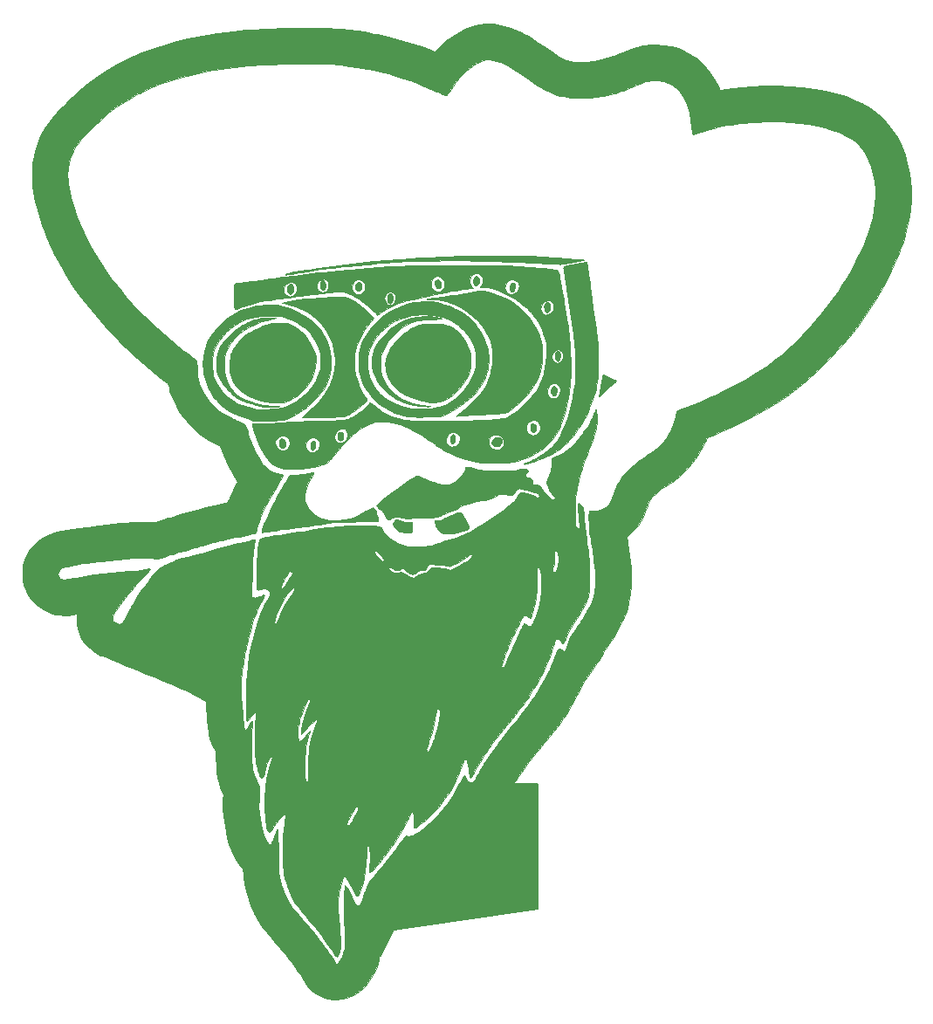
<source format=gts>
G04 #@! TF.GenerationSoftware,KiCad,Pcbnew,8.0.3*
G04 #@! TF.CreationDate,2024-07-03T11:21:14-05:00*
G04 #@! TF.ProjectId,JiggleBilly,4a696767-6c65-4426-996c-6c792e6b6963,rev?*
G04 #@! TF.SameCoordinates,Original*
G04 #@! TF.FileFunction,Soldermask,Top*
G04 #@! TF.FilePolarity,Negative*
%FSLAX46Y46*%
G04 Gerber Fmt 4.6, Leading zero omitted, Abs format (unit mm)*
G04 Created by KiCad (PCBNEW 8.0.3) date 2024-07-03 11:21:14*
%MOMM*%
%LPD*%
G01*
G04 APERTURE LIST*
%ADD10C,0.200000*%
%ADD11C,0.010000*%
%ADD12O,1.727200X1.727200*%
%ADD13R,1.727200X1.727200*%
%ADD14C,1.727200*%
G04 APERTURE END LIST*
D10*
X127381000Y-142494000D02*
X113411000Y-144526000D01*
X112141000Y-147066000D01*
X110744000Y-147066000D01*
X111379000Y-139827000D01*
X114935000Y-135636000D01*
X120269000Y-133223000D01*
X123571000Y-130429000D01*
X127381000Y-130429000D01*
X127381000Y-142494000D01*
G36*
X127381000Y-142494000D02*
G01*
X113411000Y-144526000D01*
X112141000Y-147066000D01*
X110744000Y-147066000D01*
X111379000Y-139827000D01*
X114935000Y-135636000D01*
X120269000Y-133223000D01*
X123571000Y-130429000D01*
X127381000Y-130429000D01*
X127381000Y-142494000D01*
G37*
D11*
X110104622Y-81743938D02*
X110226276Y-81813219D01*
X110307022Y-81926720D01*
X110316372Y-81956005D01*
X110332737Y-82133959D01*
X110297986Y-82295195D01*
X110223781Y-82428349D01*
X110121788Y-82522055D01*
X110003669Y-82564950D01*
X109881089Y-82545670D01*
X109784361Y-82474356D01*
X109716522Y-82347407D01*
X109700511Y-82188798D01*
X109730026Y-82023225D01*
X109798768Y-81875388D01*
X109900436Y-81769984D01*
X109972207Y-81737974D01*
X110104622Y-81743938D01*
G36*
X110104622Y-81743938D02*
G01*
X110226276Y-81813219D01*
X110307022Y-81926720D01*
X110316372Y-81956005D01*
X110332737Y-82133959D01*
X110297986Y-82295195D01*
X110223781Y-82428349D01*
X110121788Y-82522055D01*
X110003669Y-82564950D01*
X109881089Y-82545670D01*
X109784361Y-82474356D01*
X109716522Y-82347407D01*
X109700511Y-82188798D01*
X109730026Y-82023225D01*
X109798768Y-81875388D01*
X109900436Y-81769984D01*
X109972207Y-81737974D01*
X110104622Y-81743938D01*
G37*
X119303447Y-96534432D02*
X119363945Y-96662335D01*
X119391683Y-96852744D01*
X119392379Y-96892570D01*
X119369888Y-97053120D01*
X119310759Y-97194070D01*
X119227508Y-97302575D01*
X119132650Y-97365791D01*
X119038699Y-97370874D01*
X118972118Y-97323875D01*
X118914150Y-97198611D01*
X118894013Y-97027194D01*
X118913032Y-96839860D01*
X118945944Y-96726678D01*
X119031439Y-96565157D01*
X119126591Y-96481903D01*
X119220795Y-96472975D01*
X119303447Y-96534432D01*
G36*
X119303447Y-96534432D02*
G01*
X119363945Y-96662335D01*
X119391683Y-96852744D01*
X119392379Y-96892570D01*
X119369888Y-97053120D01*
X119310759Y-97194070D01*
X119227508Y-97302575D01*
X119132650Y-97365791D01*
X119038699Y-97370874D01*
X118972118Y-97323875D01*
X118914150Y-97198611D01*
X118894013Y-97027194D01*
X118913032Y-96839860D01*
X118945944Y-96726678D01*
X119031439Y-96565157D01*
X119126591Y-96481903D01*
X119220795Y-96472975D01*
X119303447Y-96534432D01*
G37*
X125047460Y-81783043D02*
X125094503Y-81816320D01*
X125156834Y-81925004D01*
X125181992Y-82072273D01*
X125174336Y-82237064D01*
X125138225Y-82398313D01*
X125078017Y-82534955D01*
X124998070Y-82625927D01*
X124921659Y-82651672D01*
X124811536Y-82615785D01*
X124749946Y-82557585D01*
X124700209Y-82427937D01*
X124686891Y-82255575D01*
X124709846Y-82074152D01*
X124752586Y-81948527D01*
X124837648Y-81831515D01*
X124942673Y-81773750D01*
X125047460Y-81783043D01*
G36*
X125047460Y-81783043D02*
G01*
X125094503Y-81816320D01*
X125156834Y-81925004D01*
X125181992Y-82072273D01*
X125174336Y-82237064D01*
X125138225Y-82398313D01*
X125078017Y-82534955D01*
X124998070Y-82625927D01*
X124921659Y-82651672D01*
X124811536Y-82615785D01*
X124749946Y-82557585D01*
X124700209Y-82427937D01*
X124686891Y-82255575D01*
X124709846Y-82074152D01*
X124752586Y-81948527D01*
X124837648Y-81831515D01*
X124942673Y-81773750D01*
X125047460Y-81783043D01*
G37*
X126967293Y-95413496D02*
X127046552Y-95465713D01*
X127185742Y-95611017D01*
X127254982Y-95794432D01*
X127265754Y-95924335D01*
X127239397Y-96094318D01*
X127168701Y-96215730D01*
X127068335Y-96280659D01*
X126952969Y-96281196D01*
X126837272Y-96209428D01*
X126804897Y-96172877D01*
X126717950Y-96012718D01*
X126681583Y-95834232D01*
X126695031Y-95661379D01*
X126757529Y-95518117D01*
X126827980Y-95449614D01*
X126905886Y-95407249D01*
X126967293Y-95413496D01*
G36*
X126967293Y-95413496D02*
G01*
X127046552Y-95465713D01*
X127185742Y-95611017D01*
X127254982Y-95794432D01*
X127265754Y-95924335D01*
X127239397Y-96094318D01*
X127168701Y-96215730D01*
X127068335Y-96280659D01*
X126952969Y-96281196D01*
X126837272Y-96209428D01*
X126804897Y-96172877D01*
X126717950Y-96012718D01*
X126681583Y-95834232D01*
X126695031Y-95661379D01*
X126757529Y-95518117D01*
X126827980Y-95449614D01*
X126905886Y-95407249D01*
X126967293Y-95413496D01*
G37*
X129431333Y-88412273D02*
X129486580Y-88489228D01*
X129558493Y-88692356D01*
X129579989Y-88907708D01*
X129552463Y-89110361D01*
X129477311Y-89275393D01*
X129440111Y-89319558D01*
X129345095Y-89377392D01*
X129255558Y-89352043D01*
X129184545Y-89270569D01*
X129127791Y-89130336D01*
X129096910Y-88943937D01*
X129093618Y-88746353D01*
X129119628Y-88572563D01*
X129146789Y-88500291D01*
X129234025Y-88393379D01*
X129334356Y-88363861D01*
X129431333Y-88412273D01*
G36*
X129431333Y-88412273D02*
G01*
X129486580Y-88489228D01*
X129558493Y-88692356D01*
X129579989Y-88907708D01*
X129552463Y-89110361D01*
X129477311Y-89275393D01*
X129440111Y-89319558D01*
X129345095Y-89377392D01*
X129255558Y-89352043D01*
X129184545Y-89270569D01*
X129127791Y-89130336D01*
X129096910Y-88943937D01*
X129093618Y-88746353D01*
X129119628Y-88572563D01*
X129146789Y-88500291D01*
X129234025Y-88393379D01*
X129334356Y-88363861D01*
X129431333Y-88412273D01*
G37*
X102689764Y-96913650D02*
X102800968Y-96999415D01*
X102883531Y-97100966D01*
X102918975Y-97211029D01*
X102924712Y-97319017D01*
X102899331Y-97530985D01*
X102828113Y-97687756D01*
X102718450Y-97781879D01*
X102577731Y-97805906D01*
X102468738Y-97778671D01*
X102389965Y-97706272D01*
X102331379Y-97576663D01*
X102297776Y-97415888D01*
X102293954Y-97249993D01*
X102324708Y-97105024D01*
X102338960Y-97073972D01*
X102442192Y-96937336D01*
X102560186Y-96883724D01*
X102689764Y-96913650D01*
G36*
X102689764Y-96913650D02*
G01*
X102800968Y-96999415D01*
X102883531Y-97100966D01*
X102918975Y-97211029D01*
X102924712Y-97319017D01*
X102899331Y-97530985D01*
X102828113Y-97687756D01*
X102718450Y-97781879D01*
X102577731Y-97805906D01*
X102468738Y-97778671D01*
X102389965Y-97706272D01*
X102331379Y-97576663D01*
X102297776Y-97415888D01*
X102293954Y-97249993D01*
X102324708Y-97105024D01*
X102338960Y-97073972D01*
X102442192Y-96937336D01*
X102560186Y-96883724D01*
X102689764Y-96913650D01*
G37*
X103477108Y-81869160D02*
X103571774Y-81940089D01*
X103639478Y-82070109D01*
X103678254Y-82237418D01*
X103686134Y-82420213D01*
X103661149Y-82596692D01*
X103601332Y-82745052D01*
X103560997Y-82798471D01*
X103441805Y-82888178D01*
X103330157Y-82894061D01*
X103241690Y-82835602D01*
X103152084Y-82703848D01*
X103104388Y-82543051D01*
X103094683Y-82369307D01*
X103119047Y-82198711D01*
X103173560Y-82047357D01*
X103254302Y-81931341D01*
X103357351Y-81866757D01*
X103477108Y-81869160D01*
G36*
X103477108Y-81869160D02*
G01*
X103571774Y-81940089D01*
X103639478Y-82070109D01*
X103678254Y-82237418D01*
X103686134Y-82420213D01*
X103661149Y-82596692D01*
X103601332Y-82745052D01*
X103560997Y-82798471D01*
X103441805Y-82888178D01*
X103330157Y-82894061D01*
X103241690Y-82835602D01*
X103152084Y-82703848D01*
X103104388Y-82543051D01*
X103094683Y-82369307D01*
X103119047Y-82198711D01*
X103173560Y-82047357D01*
X103254302Y-81931341D01*
X103357351Y-81866757D01*
X103477108Y-81869160D01*
G37*
X117724860Y-81477412D02*
X117827503Y-81541868D01*
X117919828Y-81647493D01*
X117990708Y-81780852D01*
X118029018Y-81928513D01*
X118023632Y-82077044D01*
X118015559Y-82108241D01*
X117941447Y-82260000D01*
X117840358Y-82337943D01*
X117722490Y-82338513D01*
X117598045Y-82258156D01*
X117594770Y-82254912D01*
X117489085Y-82098379D01*
X117438267Y-81911618D01*
X117444615Y-81721832D01*
X117510430Y-81556222D01*
X117533117Y-81525735D01*
X117623023Y-81467557D01*
X117724860Y-81477412D01*
G36*
X117724860Y-81477412D02*
G01*
X117827503Y-81541868D01*
X117919828Y-81647493D01*
X117990708Y-81780852D01*
X118029018Y-81928513D01*
X118023632Y-82077044D01*
X118015559Y-82108241D01*
X117941447Y-82260000D01*
X117840358Y-82337943D01*
X117722490Y-82338513D01*
X117598045Y-82258156D01*
X117594770Y-82254912D01*
X117489085Y-82098379D01*
X117438267Y-81911618D01*
X117444615Y-81721832D01*
X117510430Y-81556222D01*
X117533117Y-81525735D01*
X117623023Y-81467557D01*
X117724860Y-81477412D01*
G37*
X121559056Y-81164741D02*
X121638465Y-81262912D01*
X121688220Y-81402626D01*
X121706366Y-81564327D01*
X121690946Y-81728458D01*
X121640005Y-81875460D01*
X121551588Y-81985776D01*
X121538719Y-81995374D01*
X121425639Y-82052066D01*
X121331455Y-82036289D01*
X121257406Y-81976699D01*
X121173488Y-81846463D01*
X121136494Y-81686638D01*
X121141914Y-81516899D01*
X121185241Y-81356922D01*
X121261967Y-81226382D01*
X121367583Y-81144955D01*
X121451949Y-81127672D01*
X121559056Y-81164741D01*
G36*
X121559056Y-81164741D02*
G01*
X121638465Y-81262912D01*
X121688220Y-81402626D01*
X121706366Y-81564327D01*
X121690946Y-81728458D01*
X121640005Y-81875460D01*
X121551588Y-81985776D01*
X121538719Y-81995374D01*
X121425639Y-82052066D01*
X121331455Y-82036289D01*
X121257406Y-81976699D01*
X121173488Y-81846463D01*
X121136494Y-81686638D01*
X121141914Y-81516899D01*
X121185241Y-81356922D01*
X121261967Y-81226382D01*
X121367583Y-81144955D01*
X121451949Y-81127672D01*
X121559056Y-81164741D01*
G37*
X128407985Y-83647469D02*
X128503851Y-83720482D01*
X128576956Y-83852896D01*
X128616777Y-84038954D01*
X128621045Y-84133338D01*
X128597771Y-84338823D01*
X128534051Y-84504628D01*
X128439037Y-84619203D01*
X128321882Y-84670997D01*
X128207404Y-84655338D01*
X128129475Y-84582847D01*
X128071695Y-84451085D01*
X128037519Y-84283788D01*
X128030401Y-84104689D01*
X128053795Y-83937523D01*
X128089087Y-83842403D01*
X128190078Y-83702673D01*
X128299886Y-83639614D01*
X128407985Y-83647469D01*
G36*
X128407985Y-83647469D02*
G01*
X128503851Y-83720482D01*
X128576956Y-83852896D01*
X128616777Y-84038954D01*
X128621045Y-84133338D01*
X128597771Y-84338823D01*
X128534051Y-84504628D01*
X128439037Y-84619203D01*
X128321882Y-84670997D01*
X128207404Y-84655338D01*
X128129475Y-84582847D01*
X128071695Y-84451085D01*
X128037519Y-84283788D01*
X128030401Y-84104689D01*
X128053795Y-83937523D01*
X128089087Y-83842403D01*
X128190078Y-83702673D01*
X128299886Y-83639614D01*
X128407985Y-83647469D01*
G37*
X129016465Y-91811362D02*
X129112935Y-91873789D01*
X129192287Y-91991607D01*
X129240302Y-92152108D01*
X129242465Y-92314451D01*
X129206823Y-92465344D01*
X129141423Y-92591498D01*
X129054311Y-92679618D01*
X128953533Y-92716415D01*
X128847137Y-92688595D01*
X128795343Y-92647303D01*
X128714345Y-92522719D01*
X128677215Y-92369872D01*
X128679236Y-92206599D01*
X128715689Y-92050740D01*
X128781854Y-91920131D01*
X128873015Y-91832611D01*
X128984452Y-91806020D01*
X129016465Y-91811362D01*
G36*
X129016465Y-91811362D02*
G01*
X129112935Y-91873789D01*
X129192287Y-91991607D01*
X129240302Y-92152108D01*
X129242465Y-92314451D01*
X129206823Y-92465344D01*
X129141423Y-92591498D01*
X129054311Y-92679618D01*
X128953533Y-92716415D01*
X128847137Y-92688595D01*
X128795343Y-92647303D01*
X128714345Y-92522719D01*
X128677215Y-92369872D01*
X128679236Y-92206599D01*
X128715689Y-92050740D01*
X128781854Y-91920131D01*
X128873015Y-91832611D01*
X128984452Y-91806020D01*
X129016465Y-91811362D01*
G37*
X108325484Y-96235777D02*
X108417644Y-96306837D01*
X108484924Y-96424838D01*
X108523826Y-96571871D01*
X108530853Y-96730028D01*
X108502505Y-96881402D01*
X108435284Y-97008083D01*
X108375078Y-97064622D01*
X108286017Y-97117391D01*
X108219132Y-97116720D01*
X108141306Y-97057780D01*
X108108621Y-97025762D01*
X108037043Y-96907431D01*
X108004632Y-96752340D01*
X108008357Y-96583832D01*
X108045190Y-96425249D01*
X108112100Y-96299936D01*
X108206060Y-96231235D01*
X108211944Y-96229565D01*
X108325484Y-96235777D01*
G36*
X108325484Y-96235777D02*
G01*
X108417644Y-96306837D01*
X108484924Y-96424838D01*
X108523826Y-96571871D01*
X108530853Y-96730028D01*
X108502505Y-96881402D01*
X108435284Y-97008083D01*
X108375078Y-97064622D01*
X108286017Y-97117391D01*
X108219132Y-97116720D01*
X108141306Y-97057780D01*
X108108621Y-97025762D01*
X108037043Y-96907431D01*
X108004632Y-96752340D01*
X108008357Y-96583832D01*
X108045190Y-96425249D01*
X108112100Y-96299936D01*
X108206060Y-96231235D01*
X108211944Y-96229565D01*
X108325484Y-96235777D01*
G37*
X113219599Y-82875418D02*
X113289172Y-82993337D01*
X113330649Y-83166517D01*
X113338712Y-83302488D01*
X113329470Y-83459676D01*
X113294211Y-83570812D01*
X113229115Y-83664423D01*
X113146799Y-83755713D01*
X113088387Y-83787665D01*
X113025345Y-83767414D01*
X112968346Y-83729622D01*
X112873122Y-83615717D01*
X112819402Y-83452934D01*
X112808629Y-83266983D01*
X112842247Y-83083577D01*
X112921702Y-82928427D01*
X112923231Y-82926470D01*
X113028535Y-82834660D01*
X113130022Y-82820084D01*
X113219599Y-82875418D01*
G36*
X113219599Y-82875418D02*
G01*
X113289172Y-82993337D01*
X113330649Y-83166517D01*
X113338712Y-83302488D01*
X113329470Y-83459676D01*
X113294211Y-83570812D01*
X113229115Y-83664423D01*
X113146799Y-83755713D01*
X113088387Y-83787665D01*
X113025345Y-83767414D01*
X112968346Y-83729622D01*
X112873122Y-83615717D01*
X112819402Y-83452934D01*
X112808629Y-83266983D01*
X112842247Y-83083577D01*
X112921702Y-82928427D01*
X112923231Y-82926470D01*
X113028535Y-82834660D01*
X113130022Y-82820084D01*
X113219599Y-82875418D01*
G37*
X105720281Y-97116103D02*
X105789493Y-97198784D01*
X105830995Y-97325466D01*
X105844525Y-97478056D01*
X105829819Y-97638463D01*
X105786616Y-97788594D01*
X105714652Y-97910358D01*
X105636390Y-97975083D01*
X105561870Y-98010739D01*
X105513995Y-98003862D01*
X105454002Y-97945469D01*
X105439523Y-97929455D01*
X105381753Y-97813502D01*
X105356841Y-97651000D01*
X105364355Y-97473246D01*
X105403861Y-97311537D01*
X105449257Y-97226064D01*
X105533679Y-97141390D01*
X105619197Y-97096302D01*
X105623621Y-97095513D01*
X105720281Y-97116103D01*
G36*
X105720281Y-97116103D02*
G01*
X105789493Y-97198784D01*
X105830995Y-97325466D01*
X105844525Y-97478056D01*
X105829819Y-97638463D01*
X105786616Y-97788594D01*
X105714652Y-97910358D01*
X105636390Y-97975083D01*
X105561870Y-98010739D01*
X105513995Y-98003862D01*
X105454002Y-97945469D01*
X105439523Y-97929455D01*
X105381753Y-97813502D01*
X105356841Y-97651000D01*
X105364355Y-97473246D01*
X105403861Y-97311537D01*
X105449257Y-97226064D01*
X105533679Y-97141390D01*
X105619197Y-97096302D01*
X105623621Y-97095513D01*
X105720281Y-97116103D01*
G37*
X123695307Y-96784531D02*
X123832981Y-96876347D01*
X123918944Y-96995185D01*
X123939094Y-97148953D01*
X123886587Y-97315669D01*
X123767699Y-97477646D01*
X123737327Y-97507162D01*
X123593159Y-97592598D01*
X123414855Y-97632627D01*
X123234309Y-97625023D01*
X123083420Y-97567560D01*
X123064795Y-97554093D01*
X122975278Y-97433772D01*
X122945050Y-97277320D01*
X122975623Y-97110491D01*
X123032499Y-97003438D01*
X123139288Y-96903748D01*
X123292737Y-96816280D01*
X123455097Y-96759838D01*
X123544004Y-96748672D01*
X123695307Y-96784531D01*
G36*
X123695307Y-96784531D02*
G01*
X123832981Y-96876347D01*
X123918944Y-96995185D01*
X123939094Y-97148953D01*
X123886587Y-97315669D01*
X123767699Y-97477646D01*
X123737327Y-97507162D01*
X123593159Y-97592598D01*
X123414855Y-97632627D01*
X123234309Y-97625023D01*
X123083420Y-97567560D01*
X123064795Y-97554093D01*
X122975278Y-97433772D01*
X122945050Y-97277320D01*
X122975623Y-97110491D01*
X123032499Y-97003438D01*
X123139288Y-96903748D01*
X123292737Y-96816280D01*
X123455097Y-96759838D01*
X123544004Y-96748672D01*
X123695307Y-96784531D01*
G37*
X106574081Y-81479462D02*
X106597717Y-81491997D01*
X106693936Y-81596164D01*
X106760920Y-81755146D01*
X106795412Y-81943175D01*
X106794154Y-82134482D01*
X106753889Y-82303300D01*
X106710264Y-82382260D01*
X106625546Y-82480205D01*
X106557451Y-82506184D01*
X106482967Y-82463049D01*
X106435939Y-82416241D01*
X106382889Y-82350180D01*
X106351731Y-82276132D01*
X106336845Y-82169954D01*
X106332610Y-82007504D01*
X106332545Y-81972104D01*
X106335651Y-81796885D01*
X106348407Y-81683074D01*
X106375971Y-81607532D01*
X106423502Y-81547120D01*
X106428383Y-81542185D01*
X106508582Y-81479234D01*
X106574081Y-81479462D01*
G36*
X106574081Y-81479462D02*
G01*
X106597717Y-81491997D01*
X106693936Y-81596164D01*
X106760920Y-81755146D01*
X106795412Y-81943175D01*
X106794154Y-82134482D01*
X106753889Y-82303300D01*
X106710264Y-82382260D01*
X106625546Y-82480205D01*
X106557451Y-82506184D01*
X106482967Y-82463049D01*
X106435939Y-82416241D01*
X106382889Y-82350180D01*
X106351731Y-82276132D01*
X106336845Y-82169954D01*
X106332610Y-82007504D01*
X106332545Y-81972104D01*
X106335651Y-81796885D01*
X106348407Y-81683074D01*
X106375971Y-81607532D01*
X106423502Y-81547120D01*
X106428383Y-81542185D01*
X106508582Y-81479234D01*
X106574081Y-81479462D01*
G37*
X113951002Y-104802788D02*
X114007148Y-104829438D01*
X114255456Y-104922003D01*
X114553930Y-104979314D01*
X114873588Y-104996184D01*
X114929573Y-104994590D01*
X115222545Y-104982505D01*
X115222545Y-105431126D01*
X115219933Y-105664760D01*
X115205930Y-105826701D01*
X115171285Y-105929898D01*
X115106747Y-105987298D01*
X115003065Y-106011849D01*
X114850988Y-106016498D01*
X114804612Y-106016071D01*
X114613701Y-106006009D01*
X114421282Y-105983476D01*
X114291212Y-105958399D01*
X114056306Y-105890161D01*
X113877160Y-105816280D01*
X113725144Y-105724294D01*
X113684545Y-105694363D01*
X113515984Y-105529322D01*
X113413519Y-105349062D01*
X113380033Y-105166747D01*
X113418410Y-104995543D01*
X113504789Y-104873415D01*
X113637177Y-104777733D01*
X113780406Y-104754672D01*
X113951002Y-104802788D01*
G36*
X113951002Y-104802788D02*
G01*
X114007148Y-104829438D01*
X114255456Y-104922003D01*
X114553930Y-104979314D01*
X114873588Y-104996184D01*
X114929573Y-104994590D01*
X115222545Y-104982505D01*
X115222545Y-105431126D01*
X115219933Y-105664760D01*
X115205930Y-105826701D01*
X115171285Y-105929898D01*
X115106747Y-105987298D01*
X115003065Y-106011849D01*
X114850988Y-106016498D01*
X114804612Y-106016071D01*
X114613701Y-106006009D01*
X114421282Y-105983476D01*
X114291212Y-105958399D01*
X114056306Y-105890161D01*
X113877160Y-105816280D01*
X113725144Y-105724294D01*
X113684545Y-105694363D01*
X113515984Y-105529322D01*
X113413519Y-105349062D01*
X113380033Y-105166747D01*
X113418410Y-104995543D01*
X113504789Y-104873415D01*
X113637177Y-104777733D01*
X113780406Y-104754672D01*
X113951002Y-104802788D01*
G37*
X133773316Y-90721606D02*
X133886988Y-90761585D01*
X134043697Y-90824081D01*
X134226926Y-90901769D01*
X134420158Y-90987323D01*
X134606875Y-91073417D01*
X134770560Y-91152725D01*
X134894695Y-91217922D01*
X134962764Y-91261683D01*
X134965464Y-91264208D01*
X134996090Y-91313593D01*
X134967725Y-91365596D01*
X134923131Y-91405936D01*
X134850633Y-91466521D01*
X134730649Y-91566567D01*
X134580787Y-91691399D01*
X134441879Y-91807021D01*
X134249500Y-91974151D01*
X134031052Y-92174977D01*
X133817466Y-92380588D01*
X133684214Y-92515199D01*
X133517897Y-92683151D01*
X133404337Y-92786838D01*
X133343946Y-92825916D01*
X133335243Y-92806100D01*
X133361547Y-92693125D01*
X133397315Y-92515052D01*
X133439330Y-92290497D01*
X133484380Y-92038075D01*
X133529249Y-91776400D01*
X133570724Y-91524088D01*
X133605591Y-91299753D01*
X133630634Y-91122011D01*
X133640082Y-91040693D01*
X133660952Y-90887640D01*
X133688015Y-90771027D01*
X133715845Y-90713431D01*
X133719199Y-90711470D01*
X133773316Y-90721606D01*
G36*
X133773316Y-90721606D02*
G01*
X133886988Y-90761585D01*
X134043697Y-90824081D01*
X134226926Y-90901769D01*
X134420158Y-90987323D01*
X134606875Y-91073417D01*
X134770560Y-91152725D01*
X134894695Y-91217922D01*
X134962764Y-91261683D01*
X134965464Y-91264208D01*
X134996090Y-91313593D01*
X134967725Y-91365596D01*
X134923131Y-91405936D01*
X134850633Y-91466521D01*
X134730649Y-91566567D01*
X134580787Y-91691399D01*
X134441879Y-91807021D01*
X134249500Y-91974151D01*
X134031052Y-92174977D01*
X133817466Y-92380588D01*
X133684214Y-92515199D01*
X133517897Y-92683151D01*
X133404337Y-92786838D01*
X133343946Y-92825916D01*
X133335243Y-92806100D01*
X133361547Y-92693125D01*
X133397315Y-92515052D01*
X133439330Y-92290497D01*
X133484380Y-92038075D01*
X133529249Y-91776400D01*
X133570724Y-91524088D01*
X133605591Y-91299753D01*
X133630634Y-91122011D01*
X133640082Y-91040693D01*
X133660952Y-90887640D01*
X133688015Y-90771027D01*
X133715845Y-90713431D01*
X133719199Y-90711470D01*
X133773316Y-90721606D01*
G37*
X119904665Y-104065778D02*
X119990809Y-104163695D01*
X120097081Y-104309652D01*
X120215139Y-104489546D01*
X120336645Y-104689274D01*
X120453257Y-104894732D01*
X120556636Y-105091818D01*
X120638441Y-105266426D01*
X120690333Y-105404455D01*
X120704712Y-105480423D01*
X120675417Y-105585412D01*
X120582977Y-105680531D01*
X120420554Y-105770563D01*
X120181314Y-105860292D01*
X120145404Y-105871808D01*
X119831219Y-105958027D01*
X119500898Y-106025781D01*
X119171189Y-106073530D01*
X118858837Y-106099735D01*
X118580589Y-106102856D01*
X118353192Y-106081356D01*
X118226231Y-106048201D01*
X117955518Y-105907441D01*
X117736218Y-105718487D01*
X117658950Y-105620758D01*
X117586144Y-105496627D01*
X117513626Y-105343011D01*
X117449458Y-105181699D01*
X117401703Y-105034485D01*
X117378422Y-104923159D01*
X117382871Y-104874526D01*
X117436054Y-104851675D01*
X117545106Y-104837005D01*
X117627460Y-104834102D01*
X117901291Y-104811216D01*
X118141409Y-104735549D01*
X118372331Y-104604229D01*
X118469167Y-104550703D01*
X118622599Y-104479155D01*
X118815612Y-104396210D01*
X119031189Y-104308494D01*
X119252314Y-104222633D01*
X119461972Y-104145254D01*
X119643146Y-104082981D01*
X119778821Y-104042441D01*
X119846989Y-104030005D01*
X119904665Y-104065778D01*
G36*
X119904665Y-104065778D02*
G01*
X119990809Y-104163695D01*
X120097081Y-104309652D01*
X120215139Y-104489546D01*
X120336645Y-104689274D01*
X120453257Y-104894732D01*
X120556636Y-105091818D01*
X120638441Y-105266426D01*
X120690333Y-105404455D01*
X120704712Y-105480423D01*
X120675417Y-105585412D01*
X120582977Y-105680531D01*
X120420554Y-105770563D01*
X120181314Y-105860292D01*
X120145404Y-105871808D01*
X119831219Y-105958027D01*
X119500898Y-106025781D01*
X119171189Y-106073530D01*
X118858837Y-106099735D01*
X118580589Y-106102856D01*
X118353192Y-106081356D01*
X118226231Y-106048201D01*
X117955518Y-105907441D01*
X117736218Y-105718487D01*
X117658950Y-105620758D01*
X117586144Y-105496627D01*
X117513626Y-105343011D01*
X117449458Y-105181699D01*
X117401703Y-105034485D01*
X117378422Y-104923159D01*
X117382871Y-104874526D01*
X117436054Y-104851675D01*
X117545106Y-104837005D01*
X117627460Y-104834102D01*
X117901291Y-104811216D01*
X118141409Y-104735549D01*
X118372331Y-104604229D01*
X118469167Y-104550703D01*
X118622599Y-104479155D01*
X118815612Y-104396210D01*
X119031189Y-104308494D01*
X119252314Y-104222633D01*
X119461972Y-104145254D01*
X119643146Y-104082981D01*
X119778821Y-104042441D01*
X119846989Y-104030005D01*
X119904665Y-104065778D01*
G37*
X117378699Y-85749426D02*
X117764160Y-85770499D01*
X118114701Y-85803714D01*
X118414418Y-85847527D01*
X118647408Y-85900392D01*
X118667889Y-85906572D01*
X119015422Y-86055865D01*
X119356548Y-86281151D01*
X119683992Y-86573759D01*
X119990480Y-86925020D01*
X120268737Y-87326265D01*
X120511489Y-87768824D01*
X120711460Y-88244026D01*
X120767617Y-88409005D01*
X120853066Y-88755130D01*
X120902411Y-89131223D01*
X120914078Y-89508024D01*
X120886489Y-89856271D01*
X120854531Y-90022901D01*
X120679304Y-90568723D01*
X120425062Y-91099045D01*
X120097031Y-91606858D01*
X119700435Y-92085154D01*
X119240499Y-92526923D01*
X118722449Y-92925155D01*
X118659002Y-92968098D01*
X118255235Y-93188363D01*
X117824307Y-93328846D01*
X117368682Y-93389078D01*
X116890827Y-93368590D01*
X116704212Y-93339595D01*
X116168978Y-93224853D01*
X115646163Y-93083099D01*
X115153609Y-92920259D01*
X114709157Y-92742257D01*
X114330652Y-92555017D01*
X114315058Y-92546244D01*
X113942842Y-92294363D01*
X113589849Y-91976965D01*
X113274094Y-91613192D01*
X113013595Y-91222186D01*
X112940565Y-91085946D01*
X112853851Y-90875499D01*
X112771583Y-90608706D01*
X112700184Y-90313863D01*
X112646078Y-90019266D01*
X112615689Y-89753213D01*
X112611392Y-89635898D01*
X112647528Y-89292761D01*
X112750764Y-88920470D01*
X112913785Y-88530253D01*
X113129273Y-88133337D01*
X113389913Y-87740950D01*
X113688387Y-87364318D01*
X114017381Y-87014670D01*
X114369577Y-86703231D01*
X114661177Y-86490422D01*
X115096814Y-86223505D01*
X115504239Y-86021584D01*
X115901575Y-85878795D01*
X116306947Y-85789274D01*
X116738480Y-85747157D01*
X116974223Y-85742040D01*
X117378699Y-85749426D01*
G36*
X117378699Y-85749426D02*
G01*
X117764160Y-85770499D01*
X118114701Y-85803714D01*
X118414418Y-85847527D01*
X118647408Y-85900392D01*
X118667889Y-85906572D01*
X119015422Y-86055865D01*
X119356548Y-86281151D01*
X119683992Y-86573759D01*
X119990480Y-86925020D01*
X120268737Y-87326265D01*
X120511489Y-87768824D01*
X120711460Y-88244026D01*
X120767617Y-88409005D01*
X120853066Y-88755130D01*
X120902411Y-89131223D01*
X120914078Y-89508024D01*
X120886489Y-89856271D01*
X120854531Y-90022901D01*
X120679304Y-90568723D01*
X120425062Y-91099045D01*
X120097031Y-91606858D01*
X119700435Y-92085154D01*
X119240499Y-92526923D01*
X118722449Y-92925155D01*
X118659002Y-92968098D01*
X118255235Y-93188363D01*
X117824307Y-93328846D01*
X117368682Y-93389078D01*
X116890827Y-93368590D01*
X116704212Y-93339595D01*
X116168978Y-93224853D01*
X115646163Y-93083099D01*
X115153609Y-92920259D01*
X114709157Y-92742257D01*
X114330652Y-92555017D01*
X114315058Y-92546244D01*
X113942842Y-92294363D01*
X113589849Y-91976965D01*
X113274094Y-91613192D01*
X113013595Y-91222186D01*
X112940565Y-91085946D01*
X112853851Y-90875499D01*
X112771583Y-90608706D01*
X112700184Y-90313863D01*
X112646078Y-90019266D01*
X112615689Y-89753213D01*
X112611392Y-89635898D01*
X112647528Y-89292761D01*
X112750764Y-88920470D01*
X112913785Y-88530253D01*
X113129273Y-88133337D01*
X113389913Y-87740950D01*
X113688387Y-87364318D01*
X114017381Y-87014670D01*
X114369577Y-86703231D01*
X114661177Y-86490422D01*
X115096814Y-86223505D01*
X115504239Y-86021584D01*
X115901575Y-85878795D01*
X116306947Y-85789274D01*
X116738480Y-85747157D01*
X116974223Y-85742040D01*
X117378699Y-85749426D01*
G37*
X103607333Y-85940818D02*
X103827945Y-86057677D01*
X104046667Y-86184630D01*
X104238922Y-86306748D01*
X104380131Y-86409102D01*
X104385543Y-86413543D01*
X104686863Y-86701193D01*
X104976095Y-87049232D01*
X105242527Y-87439279D01*
X105475445Y-87852957D01*
X105664135Y-88271885D01*
X105797884Y-88677685D01*
X105850407Y-88926499D01*
X105882669Y-89387639D01*
X105842973Y-89872586D01*
X105734982Y-90367073D01*
X105562362Y-90856833D01*
X105328777Y-91327599D01*
X105167450Y-91585372D01*
X104965463Y-91846834D01*
X104706707Y-92127452D01*
X104410727Y-92409714D01*
X104097068Y-92676105D01*
X103785275Y-92909113D01*
X103494892Y-93091226D01*
X103474354Y-93102435D01*
X103139974Y-93253342D01*
X102781174Y-93355219D01*
X102384745Y-93410121D01*
X101937477Y-93420101D01*
X101563341Y-93399556D01*
X100947660Y-93311840D01*
X100310840Y-93147049D01*
X99648851Y-92904117D01*
X99578271Y-92874270D01*
X99087872Y-92621728D01*
X98651469Y-92308799D01*
X98274233Y-91940375D01*
X97961336Y-91521350D01*
X97762295Y-91156161D01*
X97655957Y-90904750D01*
X97582072Y-90667336D01*
X97535818Y-90418865D01*
X97512371Y-90134287D01*
X97506780Y-89828861D01*
X97518123Y-89423382D01*
X97555307Y-89078243D01*
X97624840Y-88771356D01*
X97733226Y-88480632D01*
X97886973Y-88183981D01*
X98082455Y-87874351D01*
X98329133Y-87536425D01*
X98589833Y-87231698D01*
X98849887Y-86976067D01*
X99075933Y-86797924D01*
X99191501Y-86726645D01*
X99366742Y-86627686D01*
X99585006Y-86510014D01*
X99829644Y-86382598D01*
X100084004Y-86254407D01*
X100096414Y-86248268D01*
X100457765Y-86074677D01*
X100766700Y-85940236D01*
X101043118Y-85840057D01*
X101306916Y-85769254D01*
X101577992Y-85722940D01*
X101876245Y-85696229D01*
X102221572Y-85684233D01*
X102400833Y-85682316D01*
X103083454Y-85678505D01*
X103607333Y-85940818D01*
G36*
X103607333Y-85940818D02*
G01*
X103827945Y-86057677D01*
X104046667Y-86184630D01*
X104238922Y-86306748D01*
X104380131Y-86409102D01*
X104385543Y-86413543D01*
X104686863Y-86701193D01*
X104976095Y-87049232D01*
X105242527Y-87439279D01*
X105475445Y-87852957D01*
X105664135Y-88271885D01*
X105797884Y-88677685D01*
X105850407Y-88926499D01*
X105882669Y-89387639D01*
X105842973Y-89872586D01*
X105734982Y-90367073D01*
X105562362Y-90856833D01*
X105328777Y-91327599D01*
X105167450Y-91585372D01*
X104965463Y-91846834D01*
X104706707Y-92127452D01*
X104410727Y-92409714D01*
X104097068Y-92676105D01*
X103785275Y-92909113D01*
X103494892Y-93091226D01*
X103474354Y-93102435D01*
X103139974Y-93253342D01*
X102781174Y-93355219D01*
X102384745Y-93410121D01*
X101937477Y-93420101D01*
X101563341Y-93399556D01*
X100947660Y-93311840D01*
X100310840Y-93147049D01*
X99648851Y-92904117D01*
X99578271Y-92874270D01*
X99087872Y-92621728D01*
X98651469Y-92308799D01*
X98274233Y-91940375D01*
X97961336Y-91521350D01*
X97762295Y-91156161D01*
X97655957Y-90904750D01*
X97582072Y-90667336D01*
X97535818Y-90418865D01*
X97512371Y-90134287D01*
X97506780Y-89828861D01*
X97518123Y-89423382D01*
X97555307Y-89078243D01*
X97624840Y-88771356D01*
X97733226Y-88480632D01*
X97886973Y-88183981D01*
X98082455Y-87874351D01*
X98329133Y-87536425D01*
X98589833Y-87231698D01*
X98849887Y-86976067D01*
X99075933Y-86797924D01*
X99191501Y-86726645D01*
X99366742Y-86627686D01*
X99585006Y-86510014D01*
X99829644Y-86382598D01*
X100084004Y-86254407D01*
X100096414Y-86248268D01*
X100457765Y-86074677D01*
X100766700Y-85940236D01*
X101043118Y-85840057D01*
X101306916Y-85769254D01*
X101577992Y-85722940D01*
X101876245Y-85696229D01*
X102221572Y-85684233D01*
X102400833Y-85682316D01*
X103083454Y-85678505D01*
X103607333Y-85940818D01*
G37*
X101898129Y-85143841D02*
X101983993Y-85156630D01*
X101988472Y-85179618D01*
X101914100Y-85211798D01*
X101763412Y-85252163D01*
X101538944Y-85299705D01*
X101475388Y-85311880D01*
X101080606Y-85406478D01*
X100644178Y-85545839D01*
X100189266Y-85720249D01*
X99739035Y-85919990D01*
X99316648Y-86135348D01*
X98945270Y-86356608D01*
X98878771Y-86400973D01*
X98385878Y-86777298D01*
X97960369Y-87186851D01*
X97606072Y-87624717D01*
X97326815Y-88085980D01*
X97126427Y-88565725D01*
X97084240Y-88705338D01*
X97018124Y-89024388D01*
X96977739Y-89393035D01*
X96964379Y-89779813D01*
X96979341Y-90153257D01*
X97013425Y-90426174D01*
X97148188Y-90982419D01*
X97348386Y-91491891D01*
X97611579Y-91950328D01*
X97935327Y-92353466D01*
X98309149Y-92690893D01*
X98481032Y-92814757D01*
X98659989Y-92925260D01*
X98862068Y-93030321D01*
X99103312Y-93137860D01*
X99399768Y-93255797D01*
X99622712Y-93339223D01*
X100016639Y-93475217D01*
X100368299Y-93574241D01*
X100705566Y-93641212D01*
X101056313Y-93681046D01*
X101448414Y-93698660D01*
X101671945Y-93700672D01*
X101951121Y-93703640D01*
X102163153Y-93712151D01*
X102304805Y-93725609D01*
X102372841Y-93743420D01*
X102364025Y-93764989D01*
X102275119Y-93789724D01*
X102215629Y-93800500D01*
X102077840Y-93813674D01*
X101878931Y-93820528D01*
X101642188Y-93821384D01*
X101390896Y-93816565D01*
X101148340Y-93806393D01*
X100937807Y-93791190D01*
X100850379Y-93781617D01*
X100446828Y-93715899D01*
X100023738Y-93622083D01*
X99597976Y-93505709D01*
X99186406Y-93372316D01*
X98805897Y-93227445D01*
X98473313Y-93076636D01*
X98205523Y-92925429D01*
X98168637Y-92900759D01*
X98004709Y-92774295D01*
X97804179Y-92598783D01*
X97583755Y-92390952D01*
X97360143Y-92167534D01*
X97150048Y-91945256D01*
X96970177Y-91740851D01*
X96837237Y-91571047D01*
X96828896Y-91559121D01*
X96633686Y-91244585D01*
X96463806Y-90908390D01*
X96330304Y-90575533D01*
X96244228Y-90271007D01*
X96232763Y-90210360D01*
X96208107Y-89971190D01*
X96202023Y-89681413D01*
X96213097Y-89371512D01*
X96239913Y-89071971D01*
X96281058Y-88813274D01*
X96301630Y-88726505D01*
X96430537Y-88355915D01*
X96614162Y-87976277D01*
X96834685Y-87622213D01*
X96946145Y-87474314D01*
X97055357Y-87346498D01*
X97198266Y-87190251D01*
X97364260Y-87016011D01*
X97542727Y-86834219D01*
X97723056Y-86655315D01*
X97894633Y-86489738D01*
X98046847Y-86347930D01*
X98169086Y-86240329D01*
X98250737Y-86177376D01*
X98276702Y-86165338D01*
X98338507Y-86141631D01*
X98432110Y-86082989D01*
X98454549Y-86066560D01*
X98597428Y-85971691D01*
X98796738Y-85856377D01*
X99030383Y-85731828D01*
X99276268Y-85609255D01*
X99512298Y-85499868D01*
X99716376Y-85414877D01*
X99794566Y-85386683D01*
X100036578Y-85320856D01*
X100340230Y-85261283D01*
X100682572Y-85210616D01*
X101040654Y-85171502D01*
X101391526Y-85146591D01*
X101712237Y-85138533D01*
X101898129Y-85143841D01*
G36*
X101898129Y-85143841D02*
G01*
X101983993Y-85156630D01*
X101988472Y-85179618D01*
X101914100Y-85211798D01*
X101763412Y-85252163D01*
X101538944Y-85299705D01*
X101475388Y-85311880D01*
X101080606Y-85406478D01*
X100644178Y-85545839D01*
X100189266Y-85720249D01*
X99739035Y-85919990D01*
X99316648Y-86135348D01*
X98945270Y-86356608D01*
X98878771Y-86400973D01*
X98385878Y-86777298D01*
X97960369Y-87186851D01*
X97606072Y-87624717D01*
X97326815Y-88085980D01*
X97126427Y-88565725D01*
X97084240Y-88705338D01*
X97018124Y-89024388D01*
X96977739Y-89393035D01*
X96964379Y-89779813D01*
X96979341Y-90153257D01*
X97013425Y-90426174D01*
X97148188Y-90982419D01*
X97348386Y-91491891D01*
X97611579Y-91950328D01*
X97935327Y-92353466D01*
X98309149Y-92690893D01*
X98481032Y-92814757D01*
X98659989Y-92925260D01*
X98862068Y-93030321D01*
X99103312Y-93137860D01*
X99399768Y-93255797D01*
X99622712Y-93339223D01*
X100016639Y-93475217D01*
X100368299Y-93574241D01*
X100705566Y-93641212D01*
X101056313Y-93681046D01*
X101448414Y-93698660D01*
X101671945Y-93700672D01*
X101951121Y-93703640D01*
X102163153Y-93712151D01*
X102304805Y-93725609D01*
X102372841Y-93743420D01*
X102364025Y-93764989D01*
X102275119Y-93789724D01*
X102215629Y-93800500D01*
X102077840Y-93813674D01*
X101878931Y-93820528D01*
X101642188Y-93821384D01*
X101390896Y-93816565D01*
X101148340Y-93806393D01*
X100937807Y-93791190D01*
X100850379Y-93781617D01*
X100446828Y-93715899D01*
X100023738Y-93622083D01*
X99597976Y-93505709D01*
X99186406Y-93372316D01*
X98805897Y-93227445D01*
X98473313Y-93076636D01*
X98205523Y-92925429D01*
X98168637Y-92900759D01*
X98004709Y-92774295D01*
X97804179Y-92598783D01*
X97583755Y-92390952D01*
X97360143Y-92167534D01*
X97150048Y-91945256D01*
X96970177Y-91740851D01*
X96837237Y-91571047D01*
X96828896Y-91559121D01*
X96633686Y-91244585D01*
X96463806Y-90908390D01*
X96330304Y-90575533D01*
X96244228Y-90271007D01*
X96232763Y-90210360D01*
X96208107Y-89971190D01*
X96202023Y-89681413D01*
X96213097Y-89371512D01*
X96239913Y-89071971D01*
X96281058Y-88813274D01*
X96301630Y-88726505D01*
X96430537Y-88355915D01*
X96614162Y-87976277D01*
X96834685Y-87622213D01*
X96946145Y-87474314D01*
X97055357Y-87346498D01*
X97198266Y-87190251D01*
X97364260Y-87016011D01*
X97542727Y-86834219D01*
X97723056Y-86655315D01*
X97894633Y-86489738D01*
X98046847Y-86347930D01*
X98169086Y-86240329D01*
X98250737Y-86177376D01*
X98276702Y-86165338D01*
X98338507Y-86141631D01*
X98432110Y-86082989D01*
X98454549Y-86066560D01*
X98597428Y-85971691D01*
X98796738Y-85856377D01*
X99030383Y-85731828D01*
X99276268Y-85609255D01*
X99512298Y-85499868D01*
X99716376Y-85414877D01*
X99794566Y-85386683D01*
X100036578Y-85320856D01*
X100340230Y-85261283D01*
X100682572Y-85210616D01*
X101040654Y-85171502D01*
X101391526Y-85146591D01*
X101712237Y-85138533D01*
X101898129Y-85143841D01*
G37*
X117052441Y-85036386D02*
X117296041Y-85050507D01*
X117492262Y-85072021D01*
X117623766Y-85100732D01*
X117635545Y-85105120D01*
X117767127Y-85148004D01*
X117914891Y-85182798D01*
X117925016Y-85184611D01*
X118030259Y-85212418D01*
X118089952Y-85246452D01*
X118094349Y-85255172D01*
X118055467Y-85270797D01*
X117937225Y-85285758D01*
X117744932Y-85299673D01*
X117483894Y-85312162D01*
X117159418Y-85322843D01*
X117148712Y-85323133D01*
X116821516Y-85332949D01*
X116562211Y-85343755D01*
X116354021Y-85357194D01*
X116180173Y-85374906D01*
X116023893Y-85398532D01*
X115868406Y-85429713D01*
X115730545Y-85461872D01*
X115174136Y-85638373D01*
X114636903Y-85888945D01*
X114127542Y-86205529D01*
X113654748Y-86580066D01*
X113227217Y-87004495D01*
X112853642Y-87470757D01*
X112542721Y-87970792D01*
X112303147Y-88496540D01*
X112231389Y-88705338D01*
X112190719Y-88846494D01*
X112163039Y-88977656D01*
X112146155Y-89120357D01*
X112137875Y-89296131D01*
X112136006Y-89526511D01*
X112136548Y-89636672D01*
X112149316Y-90026117D01*
X112185222Y-90357696D01*
X112249714Y-90656335D01*
X112348236Y-90946967D01*
X112486236Y-91254519D01*
X112492969Y-91268161D01*
X112694918Y-91617686D01*
X112947186Y-91961595D01*
X113236193Y-92286760D01*
X113548360Y-92580058D01*
X113870110Y-92828360D01*
X114187865Y-93018542D01*
X114397045Y-93108791D01*
X114492500Y-93143748D01*
X114646580Y-93201519D01*
X114838927Y-93274423D01*
X115049182Y-93354773D01*
X115074379Y-93364446D01*
X115640833Y-93550786D01*
X116178059Y-93662492D01*
X116693704Y-93701145D01*
X116704212Y-93701184D01*
X116878193Y-93705256D01*
X116971402Y-93716839D01*
X116987446Y-93736481D01*
X116979379Y-93743005D01*
X116887696Y-93768546D01*
X116716861Y-93777290D01*
X116465642Y-93769234D01*
X116132809Y-93744375D01*
X116090379Y-93740543D01*
X115379492Y-93635602D01*
X114682078Y-93454581D01*
X114016725Y-93202502D01*
X113896443Y-93147449D01*
X113625846Y-93012836D01*
X113389563Y-92876883D01*
X113170462Y-92726725D01*
X112951411Y-92549492D01*
X112715280Y-92332318D01*
X112444937Y-92062335D01*
X112426386Y-92043283D01*
X112232369Y-91841512D01*
X112086061Y-91681715D01*
X111974565Y-91546749D01*
X111884984Y-91419466D01*
X111804419Y-91282722D01*
X111719974Y-91119370D01*
X111698079Y-91075077D01*
X111524233Y-90682503D01*
X111405655Y-90313749D01*
X111338092Y-89944574D01*
X111317287Y-89550736D01*
X111338986Y-89107994D01*
X111343700Y-89056163D01*
X111389306Y-88716680D01*
X111463025Y-88413101D01*
X111573704Y-88121785D01*
X111730192Y-87819092D01*
X111922380Y-87510008D01*
X112093658Y-87273082D01*
X112306783Y-87013329D01*
X112545953Y-86747198D01*
X112795368Y-86491142D01*
X113039228Y-86261611D01*
X113261732Y-86075056D01*
X113387531Y-85984562D01*
X113970351Y-85650094D01*
X114596099Y-85379658D01*
X115245687Y-85180595D01*
X115730545Y-85083550D01*
X115950987Y-85057760D01*
X116210734Y-85040345D01*
X116492450Y-85031108D01*
X116778798Y-85029854D01*
X117052441Y-85036386D01*
G36*
X117052441Y-85036386D02*
G01*
X117296041Y-85050507D01*
X117492262Y-85072021D01*
X117623766Y-85100732D01*
X117635545Y-85105120D01*
X117767127Y-85148004D01*
X117914891Y-85182798D01*
X117925016Y-85184611D01*
X118030259Y-85212418D01*
X118089952Y-85246452D01*
X118094349Y-85255172D01*
X118055467Y-85270797D01*
X117937225Y-85285758D01*
X117744932Y-85299673D01*
X117483894Y-85312162D01*
X117159418Y-85322843D01*
X117148712Y-85323133D01*
X116821516Y-85332949D01*
X116562211Y-85343755D01*
X116354021Y-85357194D01*
X116180173Y-85374906D01*
X116023893Y-85398532D01*
X115868406Y-85429713D01*
X115730545Y-85461872D01*
X115174136Y-85638373D01*
X114636903Y-85888945D01*
X114127542Y-86205529D01*
X113654748Y-86580066D01*
X113227217Y-87004495D01*
X112853642Y-87470757D01*
X112542721Y-87970792D01*
X112303147Y-88496540D01*
X112231389Y-88705338D01*
X112190719Y-88846494D01*
X112163039Y-88977656D01*
X112146155Y-89120357D01*
X112137875Y-89296131D01*
X112136006Y-89526511D01*
X112136548Y-89636672D01*
X112149316Y-90026117D01*
X112185222Y-90357696D01*
X112249714Y-90656335D01*
X112348236Y-90946967D01*
X112486236Y-91254519D01*
X112492969Y-91268161D01*
X112694918Y-91617686D01*
X112947186Y-91961595D01*
X113236193Y-92286760D01*
X113548360Y-92580058D01*
X113870110Y-92828360D01*
X114187865Y-93018542D01*
X114397045Y-93108791D01*
X114492500Y-93143748D01*
X114646580Y-93201519D01*
X114838927Y-93274423D01*
X115049182Y-93354773D01*
X115074379Y-93364446D01*
X115640833Y-93550786D01*
X116178059Y-93662492D01*
X116693704Y-93701145D01*
X116704212Y-93701184D01*
X116878193Y-93705256D01*
X116971402Y-93716839D01*
X116987446Y-93736481D01*
X116979379Y-93743005D01*
X116887696Y-93768546D01*
X116716861Y-93777290D01*
X116465642Y-93769234D01*
X116132809Y-93744375D01*
X116090379Y-93740543D01*
X115379492Y-93635602D01*
X114682078Y-93454581D01*
X114016725Y-93202502D01*
X113896443Y-93147449D01*
X113625846Y-93012836D01*
X113389563Y-92876883D01*
X113170462Y-92726725D01*
X112951411Y-92549492D01*
X112715280Y-92332318D01*
X112444937Y-92062335D01*
X112426386Y-92043283D01*
X112232369Y-91841512D01*
X112086061Y-91681715D01*
X111974565Y-91546749D01*
X111884984Y-91419466D01*
X111804419Y-91282722D01*
X111719974Y-91119370D01*
X111698079Y-91075077D01*
X111524233Y-90682503D01*
X111405655Y-90313749D01*
X111338092Y-89944574D01*
X111317287Y-89550736D01*
X111338986Y-89107994D01*
X111343700Y-89056163D01*
X111389306Y-88716680D01*
X111463025Y-88413101D01*
X111573704Y-88121785D01*
X111730192Y-87819092D01*
X111922380Y-87510008D01*
X112093658Y-87273082D01*
X112306783Y-87013329D01*
X112545953Y-86747198D01*
X112795368Y-86491142D01*
X113039228Y-86261611D01*
X113261732Y-86075056D01*
X113387531Y-85984562D01*
X113970351Y-85650094D01*
X114596099Y-85379658D01*
X115245687Y-85180595D01*
X115730545Y-85083550D01*
X115950987Y-85057760D01*
X116210734Y-85040345D01*
X116492450Y-85031108D01*
X116778798Y-85029854D01*
X117052441Y-85036386D01*
G37*
X108357304Y-83127925D02*
X108541157Y-83139803D01*
X108697942Y-83160709D01*
X108835857Y-83191069D01*
X108963100Y-83231308D01*
X109087869Y-83281852D01*
X109218360Y-83343127D01*
X109295879Y-83381726D01*
X109481660Y-83481399D01*
X109668380Y-83595493D01*
X109865349Y-83731180D01*
X110081882Y-83895629D01*
X110327292Y-84096011D01*
X110610891Y-84339498D01*
X110941993Y-84633260D01*
X111064065Y-84743176D01*
X111519919Y-85154843D01*
X111197218Y-85522507D01*
X110744163Y-86097178D01*
X110346394Y-86721509D01*
X110105104Y-87184447D01*
X109926347Y-87584827D01*
X109793512Y-87942950D01*
X109700913Y-88283681D01*
X109642867Y-88631882D01*
X109613686Y-89012418D01*
X109607307Y-89361505D01*
X109640822Y-90060333D01*
X109742617Y-90715765D01*
X109915849Y-91338515D01*
X110163675Y-91939294D01*
X110489254Y-92528815D01*
X110585118Y-92678662D01*
X110688610Y-92842102D01*
X110770199Y-92982451D01*
X110820816Y-93083325D01*
X110832685Y-93125921D01*
X110788578Y-93193151D01*
X110685688Y-93300108D01*
X110534720Y-93438148D01*
X110346378Y-93598626D01*
X110131369Y-93772895D01*
X109900395Y-93952311D01*
X109664163Y-94128228D01*
X109433377Y-94292002D01*
X109218741Y-94434986D01*
X109186339Y-94455529D01*
X109047842Y-94541301D01*
X108926837Y-94609940D01*
X108811496Y-94663661D01*
X108689989Y-94704680D01*
X108550490Y-94735213D01*
X108381169Y-94757476D01*
X108170199Y-94773685D01*
X107905752Y-94786056D01*
X107575998Y-94796805D01*
X107327379Y-94803797D01*
X106963518Y-94813107D01*
X106579919Y-94821681D01*
X106198587Y-94829112D01*
X105841527Y-94834996D01*
X105530744Y-94838927D01*
X105342904Y-94840343D01*
X104564929Y-94843672D01*
X104734172Y-94660064D01*
X104895197Y-94489225D01*
X105050173Y-94334544D01*
X105219063Y-94177200D01*
X105421828Y-93998371D01*
X105578053Y-93864413D01*
X105897280Y-93568714D01*
X106211726Y-93232978D01*
X106509258Y-92873219D01*
X106777746Y-92505449D01*
X107005058Y-92145681D01*
X107179061Y-91809928D01*
X107233592Y-91679233D01*
X107348836Y-91352017D01*
X107464531Y-90978743D01*
X107570730Y-90594418D01*
X107657484Y-90234054D01*
X107691775Y-90066872D01*
X107740609Y-89650781D01*
X107743037Y-89186164D01*
X107701514Y-88693638D01*
X107618498Y-88193822D01*
X107496445Y-87707334D01*
X107364824Y-87322214D01*
X107104279Y-86767449D01*
X106768483Y-86235702D01*
X106365594Y-85735438D01*
X105903767Y-85275121D01*
X105391161Y-84863216D01*
X104835931Y-84508188D01*
X104470865Y-84318927D01*
X104228307Y-84213139D01*
X103935452Y-84099469D01*
X103618336Y-83986826D01*
X103302996Y-83884122D01*
X103015468Y-83800268D01*
X102805727Y-83749060D01*
X102564879Y-83698512D01*
X102903545Y-83617474D01*
X103280831Y-83537716D01*
X103720766Y-83464356D01*
X104227700Y-83396879D01*
X104805983Y-83334767D01*
X105459964Y-83277503D01*
X106193995Y-83224569D01*
X106226712Y-83222428D01*
X106745117Y-83189071D01*
X107187270Y-83162189D01*
X107561367Y-83142208D01*
X107875607Y-83129553D01*
X108138187Y-83124650D01*
X108357304Y-83127925D01*
G36*
X108357304Y-83127925D02*
G01*
X108541157Y-83139803D01*
X108697942Y-83160709D01*
X108835857Y-83191069D01*
X108963100Y-83231308D01*
X109087869Y-83281852D01*
X109218360Y-83343127D01*
X109295879Y-83381726D01*
X109481660Y-83481399D01*
X109668380Y-83595493D01*
X109865349Y-83731180D01*
X110081882Y-83895629D01*
X110327292Y-84096011D01*
X110610891Y-84339498D01*
X110941993Y-84633260D01*
X111064065Y-84743176D01*
X111519919Y-85154843D01*
X111197218Y-85522507D01*
X110744163Y-86097178D01*
X110346394Y-86721509D01*
X110105104Y-87184447D01*
X109926347Y-87584827D01*
X109793512Y-87942950D01*
X109700913Y-88283681D01*
X109642867Y-88631882D01*
X109613686Y-89012418D01*
X109607307Y-89361505D01*
X109640822Y-90060333D01*
X109742617Y-90715765D01*
X109915849Y-91338515D01*
X110163675Y-91939294D01*
X110489254Y-92528815D01*
X110585118Y-92678662D01*
X110688610Y-92842102D01*
X110770199Y-92982451D01*
X110820816Y-93083325D01*
X110832685Y-93125921D01*
X110788578Y-93193151D01*
X110685688Y-93300108D01*
X110534720Y-93438148D01*
X110346378Y-93598626D01*
X110131369Y-93772895D01*
X109900395Y-93952311D01*
X109664163Y-94128228D01*
X109433377Y-94292002D01*
X109218741Y-94434986D01*
X109186339Y-94455529D01*
X109047842Y-94541301D01*
X108926837Y-94609940D01*
X108811496Y-94663661D01*
X108689989Y-94704680D01*
X108550490Y-94735213D01*
X108381169Y-94757476D01*
X108170199Y-94773685D01*
X107905752Y-94786056D01*
X107575998Y-94796805D01*
X107327379Y-94803797D01*
X106963518Y-94813107D01*
X106579919Y-94821681D01*
X106198587Y-94829112D01*
X105841527Y-94834996D01*
X105530744Y-94838927D01*
X105342904Y-94840343D01*
X104564929Y-94843672D01*
X104734172Y-94660064D01*
X104895197Y-94489225D01*
X105050173Y-94334544D01*
X105219063Y-94177200D01*
X105421828Y-93998371D01*
X105578053Y-93864413D01*
X105897280Y-93568714D01*
X106211726Y-93232978D01*
X106509258Y-92873219D01*
X106777746Y-92505449D01*
X107005058Y-92145681D01*
X107179061Y-91809928D01*
X107233592Y-91679233D01*
X107348836Y-91352017D01*
X107464531Y-90978743D01*
X107570730Y-90594418D01*
X107657484Y-90234054D01*
X107691775Y-90066872D01*
X107740609Y-89650781D01*
X107743037Y-89186164D01*
X107701514Y-88693638D01*
X107618498Y-88193822D01*
X107496445Y-87707334D01*
X107364824Y-87322214D01*
X107104279Y-86767449D01*
X106768483Y-86235702D01*
X106365594Y-85735438D01*
X105903767Y-85275121D01*
X105391161Y-84863216D01*
X104835931Y-84508188D01*
X104470865Y-84318927D01*
X104228307Y-84213139D01*
X103935452Y-84099469D01*
X103618336Y-83986826D01*
X103302996Y-83884122D01*
X103015468Y-83800268D01*
X102805727Y-83749060D01*
X102564879Y-83698512D01*
X102903545Y-83617474D01*
X103280831Y-83537716D01*
X103720766Y-83464356D01*
X104227700Y-83396879D01*
X104805983Y-83334767D01*
X105459964Y-83277503D01*
X106193995Y-83224569D01*
X106226712Y-83222428D01*
X106745117Y-83189071D01*
X107187270Y-83162189D01*
X107561367Y-83142208D01*
X107875607Y-83129553D01*
X108138187Y-83124650D01*
X108357304Y-83127925D01*
G37*
X122185699Y-82586042D02*
X122865362Y-82727605D01*
X123543342Y-82946052D01*
X124203443Y-83234856D01*
X124829469Y-83587488D01*
X125075032Y-83750745D01*
X125320497Y-83938644D01*
X125597666Y-84178537D01*
X125889390Y-84453263D01*
X126178521Y-84745664D01*
X126447911Y-85038581D01*
X126680411Y-85314854D01*
X126811213Y-85488005D01*
X127173992Y-86060300D01*
X127463502Y-86650228D01*
X127676256Y-87249355D01*
X127808771Y-87849244D01*
X127820541Y-87931451D01*
X127847803Y-88271874D01*
X127849491Y-88666343D01*
X127827833Y-89090632D01*
X127785056Y-89520513D01*
X127723388Y-89931760D01*
X127645057Y-90300145D01*
X127582963Y-90515153D01*
X127456854Y-90847823D01*
X127293141Y-91209688D01*
X127108015Y-91568257D01*
X126917672Y-91891040D01*
X126835749Y-92014351D01*
X126624212Y-92298689D01*
X126377544Y-92596760D01*
X126105568Y-92899312D01*
X125818105Y-93197089D01*
X125524976Y-93480837D01*
X125236003Y-93741302D01*
X124961007Y-93969231D01*
X124709809Y-94155367D01*
X124492231Y-94290458D01*
X124352296Y-94354397D01*
X124237632Y-94383206D01*
X124058771Y-94410783D01*
X123812514Y-94437377D01*
X123495664Y-94463237D01*
X123105020Y-94488610D01*
X122637386Y-94513746D01*
X122089561Y-94538893D01*
X121847712Y-94548993D01*
X121327822Y-94571912D01*
X120862573Y-94595980D01*
X120457797Y-94620801D01*
X120119324Y-94645975D01*
X119852986Y-94671105D01*
X119664614Y-94695793D01*
X119643682Y-94699391D01*
X119498212Y-94725482D01*
X119716895Y-94519993D01*
X119855517Y-94395855D01*
X120030063Y-94248099D01*
X120208528Y-94103650D01*
X120254916Y-94067405D01*
X120444711Y-93910476D01*
X120669961Y-93708233D01*
X120915712Y-93475635D01*
X121167015Y-93227639D01*
X121408916Y-92979201D01*
X121626465Y-92745280D01*
X121804708Y-92540832D01*
X121896993Y-92424726D01*
X122117996Y-92115759D01*
X122299875Y-91826862D01*
X122451759Y-91538226D01*
X122582779Y-91230042D01*
X122702062Y-90882499D01*
X122818738Y-90475788D01*
X122850180Y-90356338D01*
X122980622Y-89697225D01*
X123029937Y-89044571D01*
X122999112Y-88403702D01*
X122889133Y-87779949D01*
X122700985Y-87178640D01*
X122435655Y-86605102D01*
X122094129Y-86064666D01*
X122043348Y-85996005D01*
X121596237Y-85468835D01*
X121082735Y-84981986D01*
X120515075Y-84544361D01*
X119905487Y-84164863D01*
X119266202Y-83852395D01*
X118905545Y-83712043D01*
X118479301Y-83571877D01*
X118100586Y-83472441D01*
X117745420Y-83409133D01*
X117389826Y-83377350D01*
X117131073Y-83371393D01*
X116929362Y-83369864D01*
X116764496Y-83365718D01*
X116651448Y-83359554D01*
X116605191Y-83351970D01*
X116605218Y-83350388D01*
X116651087Y-83339868D01*
X116770042Y-83320682D01*
X116951117Y-83294368D01*
X117183350Y-83262468D01*
X117455775Y-83226521D01*
X117757430Y-83188067D01*
X117787024Y-83184363D01*
X118138627Y-83137512D01*
X118549561Y-83077944D01*
X118996105Y-83009397D01*
X119454538Y-82935611D01*
X119901139Y-82860326D01*
X120312188Y-82787281D01*
X120350212Y-82780282D01*
X121752545Y-82521276D01*
X122185699Y-82586042D01*
G36*
X122185699Y-82586042D02*
G01*
X122865362Y-82727605D01*
X123543342Y-82946052D01*
X124203443Y-83234856D01*
X124829469Y-83587488D01*
X125075032Y-83750745D01*
X125320497Y-83938644D01*
X125597666Y-84178537D01*
X125889390Y-84453263D01*
X126178521Y-84745664D01*
X126447911Y-85038581D01*
X126680411Y-85314854D01*
X126811213Y-85488005D01*
X127173992Y-86060300D01*
X127463502Y-86650228D01*
X127676256Y-87249355D01*
X127808771Y-87849244D01*
X127820541Y-87931451D01*
X127847803Y-88271874D01*
X127849491Y-88666343D01*
X127827833Y-89090632D01*
X127785056Y-89520513D01*
X127723388Y-89931760D01*
X127645057Y-90300145D01*
X127582963Y-90515153D01*
X127456854Y-90847823D01*
X127293141Y-91209688D01*
X127108015Y-91568257D01*
X126917672Y-91891040D01*
X126835749Y-92014351D01*
X126624212Y-92298689D01*
X126377544Y-92596760D01*
X126105568Y-92899312D01*
X125818105Y-93197089D01*
X125524976Y-93480837D01*
X125236003Y-93741302D01*
X124961007Y-93969231D01*
X124709809Y-94155367D01*
X124492231Y-94290458D01*
X124352296Y-94354397D01*
X124237632Y-94383206D01*
X124058771Y-94410783D01*
X123812514Y-94437377D01*
X123495664Y-94463237D01*
X123105020Y-94488610D01*
X122637386Y-94513746D01*
X122089561Y-94538893D01*
X121847712Y-94548993D01*
X121327822Y-94571912D01*
X120862573Y-94595980D01*
X120457797Y-94620801D01*
X120119324Y-94645975D01*
X119852986Y-94671105D01*
X119664614Y-94695793D01*
X119643682Y-94699391D01*
X119498212Y-94725482D01*
X119716895Y-94519993D01*
X119855517Y-94395855D01*
X120030063Y-94248099D01*
X120208528Y-94103650D01*
X120254916Y-94067405D01*
X120444711Y-93910476D01*
X120669961Y-93708233D01*
X120915712Y-93475635D01*
X121167015Y-93227639D01*
X121408916Y-92979201D01*
X121626465Y-92745280D01*
X121804708Y-92540832D01*
X121896993Y-92424726D01*
X122117996Y-92115759D01*
X122299875Y-91826862D01*
X122451759Y-91538226D01*
X122582779Y-91230042D01*
X122702062Y-90882499D01*
X122818738Y-90475788D01*
X122850180Y-90356338D01*
X122980622Y-89697225D01*
X123029937Y-89044571D01*
X122999112Y-88403702D01*
X122889133Y-87779949D01*
X122700985Y-87178640D01*
X122435655Y-86605102D01*
X122094129Y-86064666D01*
X122043348Y-85996005D01*
X121596237Y-85468835D01*
X121082735Y-84981986D01*
X120515075Y-84544361D01*
X119905487Y-84164863D01*
X119266202Y-83852395D01*
X118905545Y-83712043D01*
X118479301Y-83571877D01*
X118100586Y-83472441D01*
X117745420Y-83409133D01*
X117389826Y-83377350D01*
X117131073Y-83371393D01*
X116929362Y-83369864D01*
X116764496Y-83365718D01*
X116651448Y-83359554D01*
X116605191Y-83351970D01*
X116605218Y-83350388D01*
X116651087Y-83339868D01*
X116770042Y-83320682D01*
X116951117Y-83294368D01*
X117183350Y-83262468D01*
X117455775Y-83226521D01*
X117757430Y-83188067D01*
X117787024Y-83184363D01*
X118138627Y-83137512D01*
X118549561Y-83077944D01*
X118996105Y-83009397D01*
X119454538Y-82935611D01*
X119901139Y-82860326D01*
X120312188Y-82787281D01*
X120350212Y-82780282D01*
X121752545Y-82521276D01*
X122185699Y-82586042D01*
G37*
X105676379Y-100157648D02*
X105658548Y-100197038D01*
X105609524Y-100298445D01*
X105536009Y-100448171D01*
X105444703Y-100632522D01*
X105404896Y-100712496D01*
X105287523Y-100955667D01*
X105167184Y-101218041D01*
X105057818Y-101468481D01*
X104973362Y-101675853D01*
X104971580Y-101680505D01*
X104898816Y-101876705D01*
X104851836Y-102027903D01*
X104825008Y-102164940D01*
X104812695Y-102318654D01*
X104809264Y-102519884D01*
X104809146Y-102569505D01*
X104810508Y-102780184D01*
X104818314Y-102931596D01*
X104837179Y-103049122D01*
X104871719Y-103158143D01*
X104926547Y-103284038D01*
X104946980Y-103327493D01*
X105038302Y-103496327D01*
X105153887Y-103659741D01*
X105309700Y-103838480D01*
X105454980Y-103987530D01*
X105712601Y-104224244D01*
X105964563Y-104409579D01*
X106227781Y-104550601D01*
X106519170Y-104654371D01*
X106855646Y-104727953D01*
X107254124Y-104778411D01*
X107374275Y-104788965D01*
X107997210Y-104804195D01*
X108607676Y-104749755D01*
X109192011Y-104627894D01*
X109736555Y-104440863D01*
X109883060Y-104375704D01*
X110048853Y-104293674D01*
X110262710Y-104181797D01*
X110499832Y-104053346D01*
X110735421Y-103921593D01*
X110791993Y-103889223D01*
X110991477Y-103776591D01*
X111167977Y-103680902D01*
X111307291Y-103609553D01*
X111395215Y-103569940D01*
X111415877Y-103564338D01*
X111464719Y-103601193D01*
X111533654Y-103700121D01*
X111613724Y-103843671D01*
X111695970Y-104014390D01*
X111771432Y-104194828D01*
X111831153Y-104367530D01*
X111835167Y-104381125D01*
X111881624Y-104570327D01*
X111906056Y-104734094D01*
X111906437Y-104852781D01*
X111888778Y-104901383D01*
X111842924Y-104906593D01*
X111720911Y-104912218D01*
X111531246Y-104918077D01*
X111282433Y-104923985D01*
X110982979Y-104929758D01*
X110641390Y-104935212D01*
X110266172Y-104940163D01*
X109924402Y-104943865D01*
X109490477Y-104948091D01*
X109117855Y-104952257D01*
X108795074Y-104957325D01*
X108510675Y-104964255D01*
X108253195Y-104974009D01*
X108011175Y-104987549D01*
X107773152Y-105005834D01*
X107527667Y-105029828D01*
X107263258Y-105060490D01*
X106968465Y-105098783D01*
X106631826Y-105145667D01*
X106241881Y-105202104D01*
X105787168Y-105269055D01*
X105445838Y-105319494D01*
X105079072Y-105372775D01*
X104696065Y-105426831D01*
X104316947Y-105478932D01*
X103961846Y-105526349D01*
X103650891Y-105566352D01*
X103411545Y-105595367D01*
X103158880Y-105625639D01*
X102865758Y-105662582D01*
X102546325Y-105704238D01*
X102214726Y-105748649D01*
X101885108Y-105793857D01*
X101571615Y-105837902D01*
X101288394Y-105878827D01*
X101049591Y-105914672D01*
X100869351Y-105943480D01*
X100776947Y-105960120D01*
X100673420Y-105969065D01*
X100621982Y-105936210D01*
X100613344Y-105918155D01*
X100612557Y-105827417D01*
X100650158Y-105670631D01*
X100722508Y-105455248D01*
X100825969Y-105188720D01*
X100956904Y-104878499D01*
X101111673Y-104532036D01*
X101286638Y-104156784D01*
X101478161Y-103760193D01*
X101682604Y-103349716D01*
X101896328Y-102932805D01*
X102115695Y-102516910D01*
X102337067Y-102109484D01*
X102556805Y-101717978D01*
X102771271Y-101349844D01*
X102976827Y-101012534D01*
X103111282Y-100802088D01*
X103353380Y-100431672D01*
X103644878Y-100431672D01*
X103862747Y-100423058D01*
X104140070Y-100399152D01*
X104453615Y-100362855D01*
X104780148Y-100317066D01*
X105096434Y-100264688D01*
X105305962Y-100224277D01*
X105469533Y-100191414D01*
X105596174Y-100167974D01*
X105667353Y-100157289D01*
X105676379Y-100157648D01*
G36*
X105676379Y-100157648D02*
G01*
X105658548Y-100197038D01*
X105609524Y-100298445D01*
X105536009Y-100448171D01*
X105444703Y-100632522D01*
X105404896Y-100712496D01*
X105287523Y-100955667D01*
X105167184Y-101218041D01*
X105057818Y-101468481D01*
X104973362Y-101675853D01*
X104971580Y-101680505D01*
X104898816Y-101876705D01*
X104851836Y-102027903D01*
X104825008Y-102164940D01*
X104812695Y-102318654D01*
X104809264Y-102519884D01*
X104809146Y-102569505D01*
X104810508Y-102780184D01*
X104818314Y-102931596D01*
X104837179Y-103049122D01*
X104871719Y-103158143D01*
X104926547Y-103284038D01*
X104946980Y-103327493D01*
X105038302Y-103496327D01*
X105153887Y-103659741D01*
X105309700Y-103838480D01*
X105454980Y-103987530D01*
X105712601Y-104224244D01*
X105964563Y-104409579D01*
X106227781Y-104550601D01*
X106519170Y-104654371D01*
X106855646Y-104727953D01*
X107254124Y-104778411D01*
X107374275Y-104788965D01*
X107997210Y-104804195D01*
X108607676Y-104749755D01*
X109192011Y-104627894D01*
X109736555Y-104440863D01*
X109883060Y-104375704D01*
X110048853Y-104293674D01*
X110262710Y-104181797D01*
X110499832Y-104053346D01*
X110735421Y-103921593D01*
X110791993Y-103889223D01*
X110991477Y-103776591D01*
X111167977Y-103680902D01*
X111307291Y-103609553D01*
X111395215Y-103569940D01*
X111415877Y-103564338D01*
X111464719Y-103601193D01*
X111533654Y-103700121D01*
X111613724Y-103843671D01*
X111695970Y-104014390D01*
X111771432Y-104194828D01*
X111831153Y-104367530D01*
X111835167Y-104381125D01*
X111881624Y-104570327D01*
X111906056Y-104734094D01*
X111906437Y-104852781D01*
X111888778Y-104901383D01*
X111842924Y-104906593D01*
X111720911Y-104912218D01*
X111531246Y-104918077D01*
X111282433Y-104923985D01*
X110982979Y-104929758D01*
X110641390Y-104935212D01*
X110266172Y-104940163D01*
X109924402Y-104943865D01*
X109490477Y-104948091D01*
X109117855Y-104952257D01*
X108795074Y-104957325D01*
X108510675Y-104964255D01*
X108253195Y-104974009D01*
X108011175Y-104987549D01*
X107773152Y-105005834D01*
X107527667Y-105029828D01*
X107263258Y-105060490D01*
X106968465Y-105098783D01*
X106631826Y-105145667D01*
X106241881Y-105202104D01*
X105787168Y-105269055D01*
X105445838Y-105319494D01*
X105079072Y-105372775D01*
X104696065Y-105426831D01*
X104316947Y-105478932D01*
X103961846Y-105526349D01*
X103650891Y-105566352D01*
X103411545Y-105595367D01*
X103158880Y-105625639D01*
X102865758Y-105662582D01*
X102546325Y-105704238D01*
X102214726Y-105748649D01*
X101885108Y-105793857D01*
X101571615Y-105837902D01*
X101288394Y-105878827D01*
X101049591Y-105914672D01*
X100869351Y-105943480D01*
X100776947Y-105960120D01*
X100673420Y-105969065D01*
X100621982Y-105936210D01*
X100613344Y-105918155D01*
X100612557Y-105827417D01*
X100650158Y-105670631D01*
X100722508Y-105455248D01*
X100825969Y-105188720D01*
X100956904Y-104878499D01*
X101111673Y-104532036D01*
X101286638Y-104156784D01*
X101478161Y-103760193D01*
X101682604Y-103349716D01*
X101896328Y-102932805D01*
X102115695Y-102516910D01*
X102337067Y-102109484D01*
X102556805Y-101717978D01*
X102771271Y-101349844D01*
X102976827Y-101012534D01*
X103111282Y-100802088D01*
X103353380Y-100431672D01*
X103644878Y-100431672D01*
X103862747Y-100423058D01*
X104140070Y-100399152D01*
X104453615Y-100362855D01*
X104780148Y-100317066D01*
X105096434Y-100264688D01*
X105305962Y-100224277D01*
X105469533Y-100191414D01*
X105596174Y-100167974D01*
X105667353Y-100157289D01*
X105676379Y-100157648D01*
G37*
X132136855Y-79776532D02*
X132137259Y-79777126D01*
X132145022Y-79794571D01*
X132154088Y-79826902D01*
X132165332Y-79880059D01*
X132179629Y-79959977D01*
X132197855Y-80072595D01*
X132220887Y-80223850D01*
X132249599Y-80419678D01*
X132284868Y-80666019D01*
X132327569Y-80968808D01*
X132378577Y-81333983D01*
X132438769Y-81767482D01*
X132509020Y-82275242D01*
X132558087Y-82630505D01*
X132665428Y-83408038D01*
X132761815Y-84107229D01*
X132847813Y-84733618D01*
X132923983Y-85292742D01*
X132990889Y-85790141D01*
X133049094Y-86231352D01*
X133099161Y-86621915D01*
X133141651Y-86967367D01*
X133177130Y-87273247D01*
X133206158Y-87545094D01*
X133229300Y-87788447D01*
X133247117Y-88008843D01*
X133260174Y-88211821D01*
X133269033Y-88402920D01*
X133274256Y-88587678D01*
X133276407Y-88771634D01*
X133276048Y-88960326D01*
X133273743Y-89159294D01*
X133270054Y-89374074D01*
X133265847Y-89594338D01*
X133246014Y-90256374D01*
X133213368Y-90835046D01*
X133167881Y-91330686D01*
X133109522Y-91743626D01*
X133044724Y-92049672D01*
X132961862Y-92341675D01*
X132851818Y-92687467D01*
X132721665Y-93068007D01*
X132578475Y-93464248D01*
X132429322Y-93857148D01*
X132281278Y-94227662D01*
X132141416Y-94556747D01*
X132016808Y-94825360D01*
X132005182Y-94848713D01*
X131826043Y-95173541D01*
X131597490Y-95538112D01*
X131332499Y-95924930D01*
X131044044Y-96316498D01*
X130745098Y-96695321D01*
X130448636Y-97043902D01*
X130167632Y-97344745D01*
X130116581Y-97395534D01*
X129842338Y-97650720D01*
X129573036Y-97868949D01*
X129284702Y-98067282D01*
X128953360Y-98262783D01*
X128728277Y-98383557D01*
X128443824Y-98525842D01*
X128139445Y-98667194D01*
X127824478Y-98804302D01*
X127508261Y-98933859D01*
X127200131Y-99052554D01*
X126909427Y-99157080D01*
X126645485Y-99244127D01*
X126417643Y-99310385D01*
X126235239Y-99352547D01*
X126107611Y-99367302D01*
X126044095Y-99351342D01*
X126038712Y-99336677D01*
X126075450Y-99304961D01*
X126171656Y-99257370D01*
X126303295Y-99205407D01*
X126471482Y-99136960D01*
X126693266Y-99034775D01*
X126949657Y-98908704D01*
X127221669Y-98768596D01*
X127490312Y-98624302D01*
X127736600Y-98485674D01*
X127941542Y-98362562D01*
X127998344Y-98326046D01*
X128206262Y-98173742D01*
X128441036Y-97976574D01*
X128684597Y-97752112D01*
X128918875Y-97517930D01*
X129125800Y-97291598D01*
X129287301Y-97090690D01*
X129326582Y-97034419D01*
X129569816Y-96623811D01*
X129805607Y-96138673D01*
X130031030Y-95589019D01*
X130243155Y-94984867D01*
X130439057Y-94336232D01*
X130615808Y-93653130D01*
X130770480Y-92945576D01*
X130900146Y-92223587D01*
X131001878Y-91497177D01*
X131036496Y-91184078D01*
X131053973Y-90939221D01*
X131064979Y-90626244D01*
X131069818Y-90261421D01*
X131068795Y-89861029D01*
X131062214Y-89441341D01*
X131050381Y-89018633D01*
X131033599Y-88609179D01*
X131012174Y-88229255D01*
X130986411Y-87895136D01*
X130972270Y-87752838D01*
X130854643Y-86738471D01*
X130717362Y-85669187D01*
X130564216Y-84571427D01*
X130398995Y-83471629D01*
X130225488Y-82396235D01*
X130099385Y-81662246D01*
X130045041Y-81349554D01*
X129995981Y-81057837D01*
X129954133Y-80799314D01*
X129921422Y-80586205D01*
X129899777Y-80430730D01*
X129891122Y-80345108D01*
X129891045Y-80340819D01*
X129898528Y-80256120D01*
X129930125Y-80195485D01*
X129999563Y-80151651D01*
X130120566Y-80117358D01*
X130306860Y-80085344D01*
X130399045Y-80072067D01*
X130570723Y-80044759D01*
X130799704Y-80003753D01*
X131060666Y-79953810D01*
X131328281Y-79899695D01*
X131434443Y-79877323D01*
X131728413Y-79817650D01*
X131944171Y-79780860D01*
X132080667Y-79767105D01*
X132136855Y-79776532D01*
G36*
X132136855Y-79776532D02*
G01*
X132137259Y-79777126D01*
X132145022Y-79794571D01*
X132154088Y-79826902D01*
X132165332Y-79880059D01*
X132179629Y-79959977D01*
X132197855Y-80072595D01*
X132220887Y-80223850D01*
X132249599Y-80419678D01*
X132284868Y-80666019D01*
X132327569Y-80968808D01*
X132378577Y-81333983D01*
X132438769Y-81767482D01*
X132509020Y-82275242D01*
X132558087Y-82630505D01*
X132665428Y-83408038D01*
X132761815Y-84107229D01*
X132847813Y-84733618D01*
X132923983Y-85292742D01*
X132990889Y-85790141D01*
X133049094Y-86231352D01*
X133099161Y-86621915D01*
X133141651Y-86967367D01*
X133177130Y-87273247D01*
X133206158Y-87545094D01*
X133229300Y-87788447D01*
X133247117Y-88008843D01*
X133260174Y-88211821D01*
X133269033Y-88402920D01*
X133274256Y-88587678D01*
X133276407Y-88771634D01*
X133276048Y-88960326D01*
X133273743Y-89159294D01*
X133270054Y-89374074D01*
X133265847Y-89594338D01*
X133246014Y-90256374D01*
X133213368Y-90835046D01*
X133167881Y-91330686D01*
X133109522Y-91743626D01*
X133044724Y-92049672D01*
X132961862Y-92341675D01*
X132851818Y-92687467D01*
X132721665Y-93068007D01*
X132578475Y-93464248D01*
X132429322Y-93857148D01*
X132281278Y-94227662D01*
X132141416Y-94556747D01*
X132016808Y-94825360D01*
X132005182Y-94848713D01*
X131826043Y-95173541D01*
X131597490Y-95538112D01*
X131332499Y-95924930D01*
X131044044Y-96316498D01*
X130745098Y-96695321D01*
X130448636Y-97043902D01*
X130167632Y-97344745D01*
X130116581Y-97395534D01*
X129842338Y-97650720D01*
X129573036Y-97868949D01*
X129284702Y-98067282D01*
X128953360Y-98262783D01*
X128728277Y-98383557D01*
X128443824Y-98525842D01*
X128139445Y-98667194D01*
X127824478Y-98804302D01*
X127508261Y-98933859D01*
X127200131Y-99052554D01*
X126909427Y-99157080D01*
X126645485Y-99244127D01*
X126417643Y-99310385D01*
X126235239Y-99352547D01*
X126107611Y-99367302D01*
X126044095Y-99351342D01*
X126038712Y-99336677D01*
X126075450Y-99304961D01*
X126171656Y-99257370D01*
X126303295Y-99205407D01*
X126471482Y-99136960D01*
X126693266Y-99034775D01*
X126949657Y-98908704D01*
X127221669Y-98768596D01*
X127490312Y-98624302D01*
X127736600Y-98485674D01*
X127941542Y-98362562D01*
X127998344Y-98326046D01*
X128206262Y-98173742D01*
X128441036Y-97976574D01*
X128684597Y-97752112D01*
X128918875Y-97517930D01*
X129125800Y-97291598D01*
X129287301Y-97090690D01*
X129326582Y-97034419D01*
X129569816Y-96623811D01*
X129805607Y-96138673D01*
X130031030Y-95589019D01*
X130243155Y-94984867D01*
X130439057Y-94336232D01*
X130615808Y-93653130D01*
X130770480Y-92945576D01*
X130900146Y-92223587D01*
X131001878Y-91497177D01*
X131036496Y-91184078D01*
X131053973Y-90939221D01*
X131064979Y-90626244D01*
X131069818Y-90261421D01*
X131068795Y-89861029D01*
X131062214Y-89441341D01*
X131050381Y-89018633D01*
X131033599Y-88609179D01*
X131012174Y-88229255D01*
X130986411Y-87895136D01*
X130972270Y-87752838D01*
X130854643Y-86738471D01*
X130717362Y-85669187D01*
X130564216Y-84571427D01*
X130398995Y-83471629D01*
X130225488Y-82396235D01*
X130099385Y-81662246D01*
X130045041Y-81349554D01*
X129995981Y-81057837D01*
X129954133Y-80799314D01*
X129921422Y-80586205D01*
X129899777Y-80430730D01*
X129891122Y-80345108D01*
X129891045Y-80340819D01*
X129898528Y-80256120D01*
X129930125Y-80195485D01*
X129999563Y-80151651D01*
X130120566Y-80117358D01*
X130306860Y-80085344D01*
X130399045Y-80072067D01*
X130570723Y-80044759D01*
X130799704Y-80003753D01*
X131060666Y-79953810D01*
X131328281Y-79899695D01*
X131434443Y-79877323D01*
X131728413Y-79817650D01*
X131944171Y-79780860D01*
X132080667Y-79767105D01*
X132136855Y-79776532D01*
G37*
X123421008Y-79142376D02*
X124011328Y-79144978D01*
X124595417Y-79149552D01*
X125163643Y-79156053D01*
X125706372Y-79164438D01*
X126213971Y-79174661D01*
X126676807Y-79186677D01*
X127085247Y-79200442D01*
X127429657Y-79215910D01*
X127700405Y-79233038D01*
X127732045Y-79235579D01*
X127925942Y-79251447D01*
X128126919Y-79267386D01*
X128342709Y-79283943D01*
X128581046Y-79301666D01*
X128849664Y-79321100D01*
X129156294Y-79342794D01*
X129508672Y-79367295D01*
X129914529Y-79395149D01*
X130381600Y-79426904D01*
X130917617Y-79463106D01*
X131530315Y-79504303D01*
X131536360Y-79504709D01*
X131699742Y-79519055D01*
X131817922Y-79536080D01*
X131875845Y-79553207D01*
X131875026Y-79562675D01*
X131801377Y-79588022D01*
X131662848Y-79623572D01*
X131478060Y-79665532D01*
X131265635Y-79710111D01*
X131044193Y-79753515D01*
X130832358Y-79791952D01*
X130648750Y-79821630D01*
X130526045Y-79837415D01*
X130323830Y-79864272D01*
X130104330Y-79902976D01*
X129985569Y-79928631D01*
X129899637Y-79946976D01*
X129809484Y-79960084D01*
X129703822Y-79967924D01*
X129571361Y-79970465D01*
X129400813Y-79967676D01*
X129180889Y-79959528D01*
X128900300Y-79945988D01*
X128547756Y-79927027D01*
X128503902Y-79924598D01*
X128232522Y-79909702D01*
X127961035Y-79895172D01*
X127682038Y-79880658D01*
X127388127Y-79865812D01*
X127071900Y-79850286D01*
X126725955Y-79833730D01*
X126342887Y-79815796D01*
X125915296Y-79796135D01*
X125435776Y-79774398D01*
X124896927Y-79750238D01*
X124291344Y-79723304D01*
X123611626Y-79693249D01*
X123308212Y-79679874D01*
X123007794Y-79668878D01*
X122633230Y-79658872D01*
X122195037Y-79649994D01*
X121703732Y-79642378D01*
X121169831Y-79636162D01*
X120603851Y-79631481D01*
X120016308Y-79628471D01*
X119417720Y-79627268D01*
X119244212Y-79627277D01*
X118308631Y-79629660D01*
X117447990Y-79636050D01*
X116652640Y-79646835D01*
X115912933Y-79662404D01*
X115219218Y-79683146D01*
X114561848Y-79709452D01*
X113931173Y-79741709D01*
X113317543Y-79780307D01*
X112711311Y-79825636D01*
X112102826Y-79878084D01*
X111482440Y-79938041D01*
X111444891Y-79941858D01*
X111015762Y-79985219D01*
X110556685Y-80030921D01*
X110087881Y-80076999D01*
X109629570Y-80121484D01*
X109201970Y-80162410D01*
X108825301Y-80197810D01*
X108618545Y-80216817D01*
X108045255Y-80269935D01*
X107539638Y-80319452D01*
X107084902Y-80367579D01*
X106664253Y-80416526D01*
X106260899Y-80468504D01*
X105858047Y-80525723D01*
X105438902Y-80590393D01*
X104986673Y-80664725D01*
X104484566Y-80750930D01*
X104254422Y-80791270D01*
X103889375Y-80855422D01*
X103598866Y-80905892D01*
X103374071Y-80943798D01*
X103206165Y-80970256D01*
X103086323Y-80986383D01*
X103005722Y-80993295D01*
X102955535Y-80992110D01*
X102926939Y-80983944D01*
X102911109Y-80969914D01*
X102905773Y-80961943D01*
X102923334Y-80920725D01*
X103018455Y-80874363D01*
X103184327Y-80824774D01*
X103414139Y-80773874D01*
X103701079Y-80723580D01*
X103813712Y-80706479D01*
X103983405Y-80681223D01*
X104223928Y-80644817D01*
X104522470Y-80599230D01*
X104866215Y-80546431D01*
X105242353Y-80488391D01*
X105638068Y-80427078D01*
X106040549Y-80364461D01*
X106142045Y-80348627D01*
X107458171Y-80153397D01*
X108789002Y-79975743D01*
X110120261Y-79817094D01*
X111437674Y-79678882D01*
X112726966Y-79562538D01*
X113973862Y-79469491D01*
X115164086Y-79401173D01*
X115899879Y-79370729D01*
X116978268Y-79330584D01*
X117979500Y-79287162D01*
X118900970Y-79240584D01*
X119630123Y-79197939D01*
X119923495Y-79183150D01*
X120287701Y-79170692D01*
X120713109Y-79160520D01*
X121190084Y-79152588D01*
X121708995Y-79146853D01*
X122260208Y-79143269D01*
X122834090Y-79141791D01*
X123421008Y-79142376D01*
G36*
X123421008Y-79142376D02*
G01*
X124011328Y-79144978D01*
X124595417Y-79149552D01*
X125163643Y-79156053D01*
X125706372Y-79164438D01*
X126213971Y-79174661D01*
X126676807Y-79186677D01*
X127085247Y-79200442D01*
X127429657Y-79215910D01*
X127700405Y-79233038D01*
X127732045Y-79235579D01*
X127925942Y-79251447D01*
X128126919Y-79267386D01*
X128342709Y-79283943D01*
X128581046Y-79301666D01*
X128849664Y-79321100D01*
X129156294Y-79342794D01*
X129508672Y-79367295D01*
X129914529Y-79395149D01*
X130381600Y-79426904D01*
X130917617Y-79463106D01*
X131530315Y-79504303D01*
X131536360Y-79504709D01*
X131699742Y-79519055D01*
X131817922Y-79536080D01*
X131875845Y-79553207D01*
X131875026Y-79562675D01*
X131801377Y-79588022D01*
X131662848Y-79623572D01*
X131478060Y-79665532D01*
X131265635Y-79710111D01*
X131044193Y-79753515D01*
X130832358Y-79791952D01*
X130648750Y-79821630D01*
X130526045Y-79837415D01*
X130323830Y-79864272D01*
X130104330Y-79902976D01*
X129985569Y-79928631D01*
X129899637Y-79946976D01*
X129809484Y-79960084D01*
X129703822Y-79967924D01*
X129571361Y-79970465D01*
X129400813Y-79967676D01*
X129180889Y-79959528D01*
X128900300Y-79945988D01*
X128547756Y-79927027D01*
X128503902Y-79924598D01*
X128232522Y-79909702D01*
X127961035Y-79895172D01*
X127682038Y-79880658D01*
X127388127Y-79865812D01*
X127071900Y-79850286D01*
X126725955Y-79833730D01*
X126342887Y-79815796D01*
X125915296Y-79796135D01*
X125435776Y-79774398D01*
X124896927Y-79750238D01*
X124291344Y-79723304D01*
X123611626Y-79693249D01*
X123308212Y-79679874D01*
X123007794Y-79668878D01*
X122633230Y-79658872D01*
X122195037Y-79649994D01*
X121703732Y-79642378D01*
X121169831Y-79636162D01*
X120603851Y-79631481D01*
X120016308Y-79628471D01*
X119417720Y-79627268D01*
X119244212Y-79627277D01*
X118308631Y-79629660D01*
X117447990Y-79636050D01*
X116652640Y-79646835D01*
X115912933Y-79662404D01*
X115219218Y-79683146D01*
X114561848Y-79709452D01*
X113931173Y-79741709D01*
X113317543Y-79780307D01*
X112711311Y-79825636D01*
X112102826Y-79878084D01*
X111482440Y-79938041D01*
X111444891Y-79941858D01*
X111015762Y-79985219D01*
X110556685Y-80030921D01*
X110087881Y-80076999D01*
X109629570Y-80121484D01*
X109201970Y-80162410D01*
X108825301Y-80197810D01*
X108618545Y-80216817D01*
X108045255Y-80269935D01*
X107539638Y-80319452D01*
X107084902Y-80367579D01*
X106664253Y-80416526D01*
X106260899Y-80468504D01*
X105858047Y-80525723D01*
X105438902Y-80590393D01*
X104986673Y-80664725D01*
X104484566Y-80750930D01*
X104254422Y-80791270D01*
X103889375Y-80855422D01*
X103598866Y-80905892D01*
X103374071Y-80943798D01*
X103206165Y-80970256D01*
X103086323Y-80986383D01*
X103005722Y-80993295D01*
X102955535Y-80992110D01*
X102926939Y-80983944D01*
X102911109Y-80969914D01*
X102905773Y-80961943D01*
X102923334Y-80920725D01*
X103018455Y-80874363D01*
X103184327Y-80824774D01*
X103414139Y-80773874D01*
X103701079Y-80723580D01*
X103813712Y-80706479D01*
X103983405Y-80681223D01*
X104223928Y-80644817D01*
X104522470Y-80599230D01*
X104866215Y-80546431D01*
X105242353Y-80488391D01*
X105638068Y-80427078D01*
X106040549Y-80364461D01*
X106142045Y-80348627D01*
X107458171Y-80153397D01*
X108789002Y-79975743D01*
X110120261Y-79817094D01*
X111437674Y-79678882D01*
X112726966Y-79562538D01*
X113973862Y-79469491D01*
X115164086Y-79401173D01*
X115899879Y-79370729D01*
X116978268Y-79330584D01*
X117979500Y-79287162D01*
X118900970Y-79240584D01*
X119630123Y-79197939D01*
X119923495Y-79183150D01*
X120287701Y-79170692D01*
X120713109Y-79160520D01*
X121190084Y-79152588D01*
X121708995Y-79146853D01*
X122260208Y-79143269D01*
X122834090Y-79141791D01*
X123421008Y-79142376D01*
G37*
X116868962Y-83587511D02*
X117185346Y-83603270D01*
X117453079Y-83631327D01*
X117563247Y-83650333D01*
X117931589Y-83741696D01*
X118339351Y-83869034D01*
X118755346Y-84021595D01*
X119148390Y-84188624D01*
X119216052Y-84220230D01*
X119679402Y-84453835D01*
X120079196Y-84688028D01*
X120435377Y-84937414D01*
X120767886Y-85216601D01*
X121096666Y-85540194D01*
X121261612Y-85718463D01*
X121567528Y-86083286D01*
X121820549Y-86446450D01*
X122033624Y-86830723D01*
X122219703Y-87258871D01*
X122355787Y-87642043D01*
X122468982Y-88002848D01*
X122551042Y-88308469D01*
X122605529Y-88580951D01*
X122636008Y-88842341D01*
X122646042Y-89114685D01*
X122640015Y-89400392D01*
X122607208Y-89824775D01*
X122540960Y-90211686D01*
X122434214Y-90587743D01*
X122279913Y-90979563D01*
X122145252Y-91266505D01*
X121911271Y-91699254D01*
X121659292Y-92077364D01*
X121367811Y-92430789D01*
X121135495Y-92672866D01*
X120772084Y-93008510D01*
X120362733Y-93344346D01*
X119923873Y-93669362D01*
X119471931Y-93972547D01*
X119023337Y-94242890D01*
X118594520Y-94469380D01*
X118201909Y-94641006D01*
X118195151Y-94643572D01*
X117847212Y-94775268D01*
X116513712Y-94786171D01*
X116082212Y-94788440D01*
X115725490Y-94787336D01*
X115433713Y-94782573D01*
X115197048Y-94773865D01*
X115005665Y-94760928D01*
X114849728Y-94743477D01*
X114803424Y-94736526D01*
X114120508Y-94591371D01*
X113486550Y-94381475D01*
X112891179Y-94102498D01*
X112324024Y-93750101D01*
X112158429Y-93629867D01*
X111721065Y-93263509D01*
X111317108Y-92849975D01*
X110954670Y-92401356D01*
X110641863Y-91929743D01*
X110386797Y-91447228D01*
X110197587Y-90965902D01*
X110091180Y-90548488D01*
X110059040Y-90304942D01*
X110038148Y-90001504D01*
X110030037Y-89718327D01*
X110864772Y-89718327D01*
X110888535Y-90104629D01*
X110940316Y-90448593D01*
X110957945Y-90525672D01*
X111138958Y-91089579D01*
X111389992Y-91616698D01*
X111705447Y-92100009D01*
X112079723Y-92532494D01*
X112507220Y-92907133D01*
X112982338Y-93216907D01*
X113190545Y-93323985D01*
X113478843Y-93452258D01*
X113805324Y-93582623D01*
X114144951Y-93706200D01*
X114472685Y-93814106D01*
X114763488Y-93897460D01*
X114896759Y-93929223D01*
X115076358Y-93955930D01*
X115322135Y-93975706D01*
X115615882Y-93988527D01*
X115939392Y-93994365D01*
X116274459Y-93993197D01*
X116602874Y-93984995D01*
X116906432Y-93969734D01*
X117166924Y-93947390D01*
X117281861Y-93932581D01*
X117852320Y-93812515D01*
X118382587Y-93627801D01*
X118878852Y-93374636D01*
X119347303Y-93049217D01*
X119794130Y-92647744D01*
X120225522Y-92166411D01*
X120292699Y-92082778D01*
X120674135Y-91549085D01*
X120978031Y-91010569D01*
X121203337Y-90470710D01*
X121349004Y-89932985D01*
X121413983Y-89400876D01*
X121397225Y-88877860D01*
X121349283Y-88578338D01*
X121182881Y-87975200D01*
X120944934Y-87417213D01*
X120634843Y-86903403D01*
X120252014Y-86432795D01*
X119795850Y-86004417D01*
X119752212Y-85968737D01*
X119372770Y-85685040D01*
X118996325Y-85454886D01*
X118601995Y-85268615D01*
X118168903Y-85116567D01*
X117676167Y-84989080D01*
X117597617Y-84971864D01*
X117417328Y-84936599D01*
X117241885Y-84911119D01*
X117051610Y-84893909D01*
X116826822Y-84883456D01*
X116547844Y-84878246D01*
X116365545Y-84877071D01*
X115994292Y-84879930D01*
X115672739Y-84890941D01*
X115412910Y-84909518D01*
X115243712Y-84931867D01*
X114973684Y-84992369D01*
X114658414Y-85081048D01*
X114326959Y-85188258D01*
X114008380Y-85304353D01*
X113731735Y-85419688D01*
X113633481Y-85466360D01*
X113083160Y-85781704D01*
X112579026Y-86151991D01*
X112127318Y-86569895D01*
X111734276Y-87028087D01*
X111406139Y-87519241D01*
X111149146Y-88036029D01*
X110969538Y-88571125D01*
X110961097Y-88604712D01*
X110901102Y-88938438D01*
X110868978Y-89319620D01*
X110864772Y-89718327D01*
X110030037Y-89718327D01*
X110028428Y-89662187D01*
X110029804Y-89311006D01*
X110042200Y-88971973D01*
X110065541Y-88669104D01*
X110097847Y-88436405D01*
X110242632Y-87882518D01*
X110466754Y-87329676D01*
X110765130Y-86785342D01*
X111132673Y-86256982D01*
X111564299Y-85752059D01*
X112054922Y-85278039D01*
X112492045Y-84921890D01*
X112975105Y-84598702D01*
X113520490Y-84306211D01*
X114108983Y-84052342D01*
X114721365Y-83845016D01*
X115338415Y-83692155D01*
X115582379Y-83648013D01*
X115860637Y-83614303D01*
X116183335Y-83593001D01*
X116527201Y-83584079D01*
X116868962Y-83587511D01*
G36*
X116868962Y-83587511D02*
G01*
X117185346Y-83603270D01*
X117453079Y-83631327D01*
X117563247Y-83650333D01*
X117931589Y-83741696D01*
X118339351Y-83869034D01*
X118755346Y-84021595D01*
X119148390Y-84188624D01*
X119216052Y-84220230D01*
X119679402Y-84453835D01*
X120079196Y-84688028D01*
X120435377Y-84937414D01*
X120767886Y-85216601D01*
X121096666Y-85540194D01*
X121261612Y-85718463D01*
X121567528Y-86083286D01*
X121820549Y-86446450D01*
X122033624Y-86830723D01*
X122219703Y-87258871D01*
X122355787Y-87642043D01*
X122468982Y-88002848D01*
X122551042Y-88308469D01*
X122605529Y-88580951D01*
X122636008Y-88842341D01*
X122646042Y-89114685D01*
X122640015Y-89400392D01*
X122607208Y-89824775D01*
X122540960Y-90211686D01*
X122434214Y-90587743D01*
X122279913Y-90979563D01*
X122145252Y-91266505D01*
X121911271Y-91699254D01*
X121659292Y-92077364D01*
X121367811Y-92430789D01*
X121135495Y-92672866D01*
X120772084Y-93008510D01*
X120362733Y-93344346D01*
X119923873Y-93669362D01*
X119471931Y-93972547D01*
X119023337Y-94242890D01*
X118594520Y-94469380D01*
X118201909Y-94641006D01*
X118195151Y-94643572D01*
X117847212Y-94775268D01*
X116513712Y-94786171D01*
X116082212Y-94788440D01*
X115725490Y-94787336D01*
X115433713Y-94782573D01*
X115197048Y-94773865D01*
X115005665Y-94760928D01*
X114849728Y-94743477D01*
X114803424Y-94736526D01*
X114120508Y-94591371D01*
X113486550Y-94381475D01*
X112891179Y-94102498D01*
X112324024Y-93750101D01*
X112158429Y-93629867D01*
X111721065Y-93263509D01*
X111317108Y-92849975D01*
X110954670Y-92401356D01*
X110641863Y-91929743D01*
X110386797Y-91447228D01*
X110197587Y-90965902D01*
X110091180Y-90548488D01*
X110059040Y-90304942D01*
X110038148Y-90001504D01*
X110030037Y-89718327D01*
X110864772Y-89718327D01*
X110888535Y-90104629D01*
X110940316Y-90448593D01*
X110957945Y-90525672D01*
X111138958Y-91089579D01*
X111389992Y-91616698D01*
X111705447Y-92100009D01*
X112079723Y-92532494D01*
X112507220Y-92907133D01*
X112982338Y-93216907D01*
X113190545Y-93323985D01*
X113478843Y-93452258D01*
X113805324Y-93582623D01*
X114144951Y-93706200D01*
X114472685Y-93814106D01*
X114763488Y-93897460D01*
X114896759Y-93929223D01*
X115076358Y-93955930D01*
X115322135Y-93975706D01*
X115615882Y-93988527D01*
X115939392Y-93994365D01*
X116274459Y-93993197D01*
X116602874Y-93984995D01*
X116906432Y-93969734D01*
X117166924Y-93947390D01*
X117281861Y-93932581D01*
X117852320Y-93812515D01*
X118382587Y-93627801D01*
X118878852Y-93374636D01*
X119347303Y-93049217D01*
X119794130Y-92647744D01*
X120225522Y-92166411D01*
X120292699Y-92082778D01*
X120674135Y-91549085D01*
X120978031Y-91010569D01*
X121203337Y-90470710D01*
X121349004Y-89932985D01*
X121413983Y-89400876D01*
X121397225Y-88877860D01*
X121349283Y-88578338D01*
X121182881Y-87975200D01*
X120944934Y-87417213D01*
X120634843Y-86903403D01*
X120252014Y-86432795D01*
X119795850Y-86004417D01*
X119752212Y-85968737D01*
X119372770Y-85685040D01*
X118996325Y-85454886D01*
X118601995Y-85268615D01*
X118168903Y-85116567D01*
X117676167Y-84989080D01*
X117597617Y-84971864D01*
X117417328Y-84936599D01*
X117241885Y-84911119D01*
X117051610Y-84893909D01*
X116826822Y-84883456D01*
X116547844Y-84878246D01*
X116365545Y-84877071D01*
X115994292Y-84879930D01*
X115672739Y-84890941D01*
X115412910Y-84909518D01*
X115243712Y-84931867D01*
X114973684Y-84992369D01*
X114658414Y-85081048D01*
X114326959Y-85188258D01*
X114008380Y-85304353D01*
X113731735Y-85419688D01*
X113633481Y-85466360D01*
X113083160Y-85781704D01*
X112579026Y-86151991D01*
X112127318Y-86569895D01*
X111734276Y-87028087D01*
X111406139Y-87519241D01*
X111149146Y-88036029D01*
X110969538Y-88571125D01*
X110961097Y-88604712D01*
X110901102Y-88938438D01*
X110868978Y-89319620D01*
X110864772Y-89718327D01*
X110030037Y-89718327D01*
X110028428Y-89662187D01*
X110029804Y-89311006D01*
X110042200Y-88971973D01*
X110065541Y-88669104D01*
X110097847Y-88436405D01*
X110242632Y-87882518D01*
X110466754Y-87329676D01*
X110765130Y-86785342D01*
X111132673Y-86256982D01*
X111564299Y-85752059D01*
X112054922Y-85278039D01*
X112492045Y-84921890D01*
X112975105Y-84598702D01*
X113520490Y-84306211D01*
X114108983Y-84052342D01*
X114721365Y-83845016D01*
X115338415Y-83692155D01*
X115582379Y-83648013D01*
X115860637Y-83614303D01*
X116183335Y-83593001D01*
X116527201Y-83584079D01*
X116868962Y-83587511D01*
G37*
X101827009Y-83928787D02*
X102134453Y-83949236D01*
X102413057Y-83988114D01*
X102690441Y-84049681D01*
X102994227Y-84138194D01*
X103113951Y-84177005D01*
X103752027Y-84421087D01*
X104359284Y-84718831D01*
X104926422Y-85063580D01*
X105444142Y-85448672D01*
X105903142Y-85867447D01*
X106294124Y-86313247D01*
X106498704Y-86600923D01*
X106788691Y-87090468D01*
X107010378Y-87567130D01*
X107169229Y-88049656D01*
X107270703Y-88556794D01*
X107320264Y-89107292D01*
X107327379Y-89445303D01*
X107309866Y-89996505D01*
X107253903Y-90486957D01*
X107154348Y-90933750D01*
X107006061Y-91353971D01*
X106803904Y-91764710D01*
X106542736Y-92183057D01*
X106474381Y-92281299D01*
X106319566Y-92482600D01*
X106119649Y-92716747D01*
X105889964Y-92968014D01*
X105645843Y-93220671D01*
X105402619Y-93458991D01*
X105175626Y-93667246D01*
X104980197Y-93829708D01*
X104924452Y-93871157D01*
X104605755Y-94089912D01*
X104257629Y-94313675D01*
X103904916Y-94527326D01*
X103572458Y-94715745D01*
X103326879Y-94843526D01*
X103169099Y-94920322D01*
X103043125Y-94976685D01*
X102929756Y-95017292D01*
X102809790Y-95046823D01*
X102664028Y-95069956D01*
X102473268Y-95091370D01*
X102218309Y-95115744D01*
X102204434Y-95117040D01*
X101985344Y-95134042D01*
X101725387Y-95148654D01*
X101438140Y-95160676D01*
X101137183Y-95169910D01*
X100836093Y-95176158D01*
X100548449Y-95179221D01*
X100287828Y-95178901D01*
X100067810Y-95175000D01*
X99901972Y-95167319D01*
X99803892Y-95155660D01*
X99792045Y-95152285D01*
X99733749Y-95131572D01*
X99608935Y-95087703D01*
X99431037Y-95025384D01*
X99213489Y-94949319D01*
X98969722Y-94864214D01*
X98945379Y-94855721D01*
X98442969Y-94672269D01*
X98011545Y-94495333D01*
X97638540Y-94317748D01*
X97311386Y-94132348D01*
X97017515Y-93931967D01*
X96744360Y-93709440D01*
X96479353Y-93457601D01*
X96461600Y-93439525D01*
X96212412Y-93176397D01*
X96012386Y-92942598D01*
X95844543Y-92714600D01*
X95691903Y-92468876D01*
X95537487Y-92181900D01*
X95499025Y-92105770D01*
X95269237Y-91598484D01*
X95102429Y-91111804D01*
X94992678Y-90620648D01*
X94934058Y-90099934D01*
X94923504Y-89765125D01*
X95817366Y-89765125D01*
X95833863Y-90105087D01*
X95866574Y-90415321D01*
X95914751Y-90673513D01*
X95938596Y-90758505D01*
X96166278Y-91336911D01*
X96463607Y-91871424D01*
X96826046Y-92356697D01*
X97249062Y-92787383D01*
X97728118Y-93158135D01*
X98214511Y-93441730D01*
X98432098Y-93540712D01*
X98698261Y-93645999D01*
X98992540Y-93750992D01*
X99294476Y-93849095D01*
X99583610Y-93933709D01*
X99839482Y-93998237D01*
X100041634Y-94036081D01*
X100067212Y-94039174D01*
X100300813Y-94055052D01*
X100594869Y-94060754D01*
X100925874Y-94057036D01*
X101270324Y-94044651D01*
X101604716Y-94024353D01*
X101905545Y-93996898D01*
X102078045Y-93974659D01*
X102598692Y-93874789D01*
X103064292Y-93737896D01*
X103458909Y-93576013D01*
X103937221Y-93313755D01*
X104395727Y-92988634D01*
X104825707Y-92611209D01*
X105218445Y-92192038D01*
X105565223Y-91741680D01*
X105857322Y-91270697D01*
X106086024Y-90789646D01*
X106242613Y-90309087D01*
X106274372Y-90165838D01*
X106305863Y-89940634D01*
X106324838Y-89666068D01*
X106331571Y-89365456D01*
X106326335Y-89062110D01*
X106309404Y-88779344D01*
X106281050Y-88540472D01*
X106253784Y-88409005D01*
X106146915Y-88095636D01*
X105990784Y-87746941D01*
X105798072Y-87385318D01*
X105581456Y-87033163D01*
X105353616Y-86712873D01*
X105167203Y-86489611D01*
X104858515Y-86195246D01*
X104474557Y-85903100D01*
X104024598Y-85620016D01*
X103877212Y-85537382D01*
X103527833Y-85359638D01*
X103194901Y-85220717D01*
X102861974Y-85117281D01*
X102512609Y-85045995D01*
X102130366Y-85003522D01*
X101698801Y-84986525D01*
X101201474Y-84991669D01*
X101189590Y-84992008D01*
X100591649Y-85022782D01*
X100061697Y-85080776D01*
X99586413Y-85169612D01*
X99152473Y-85292910D01*
X98746555Y-85454291D01*
X98355338Y-85657378D01*
X98057306Y-85843405D01*
X97605464Y-86178472D01*
X97188719Y-86554061D01*
X96814528Y-86960114D01*
X96490350Y-87386572D01*
X96223643Y-87823373D01*
X96021866Y-88260460D01*
X95892477Y-88687773D01*
X95872637Y-88790005D01*
X95836005Y-89085270D01*
X95817831Y-89417748D01*
X95817366Y-89765125D01*
X94923504Y-89765125D01*
X94920013Y-89654403D01*
X94947143Y-89029768D01*
X95034115Y-88449939D01*
X95184770Y-87906348D01*
X95402948Y-87390431D01*
X95692489Y-86893621D01*
X96057233Y-86407352D01*
X96501021Y-85923059D01*
X96664470Y-85763172D01*
X97120743Y-85355311D01*
X97563757Y-85018664D01*
X98007664Y-84744338D01*
X98466620Y-84523442D01*
X98881879Y-84370159D01*
X99359734Y-84222460D01*
X99782095Y-84108754D01*
X100169363Y-84025502D01*
X100541936Y-83969167D01*
X100920216Y-83936210D01*
X101324603Y-83923094D01*
X101463101Y-83922510D01*
X101827009Y-83928787D01*
G36*
X101827009Y-83928787D02*
G01*
X102134453Y-83949236D01*
X102413057Y-83988114D01*
X102690441Y-84049681D01*
X102994227Y-84138194D01*
X103113951Y-84177005D01*
X103752027Y-84421087D01*
X104359284Y-84718831D01*
X104926422Y-85063580D01*
X105444142Y-85448672D01*
X105903142Y-85867447D01*
X106294124Y-86313247D01*
X106498704Y-86600923D01*
X106788691Y-87090468D01*
X107010378Y-87567130D01*
X107169229Y-88049656D01*
X107270703Y-88556794D01*
X107320264Y-89107292D01*
X107327379Y-89445303D01*
X107309866Y-89996505D01*
X107253903Y-90486957D01*
X107154348Y-90933750D01*
X107006061Y-91353971D01*
X106803904Y-91764710D01*
X106542736Y-92183057D01*
X106474381Y-92281299D01*
X106319566Y-92482600D01*
X106119649Y-92716747D01*
X105889964Y-92968014D01*
X105645843Y-93220671D01*
X105402619Y-93458991D01*
X105175626Y-93667246D01*
X104980197Y-93829708D01*
X104924452Y-93871157D01*
X104605755Y-94089912D01*
X104257629Y-94313675D01*
X103904916Y-94527326D01*
X103572458Y-94715745D01*
X103326879Y-94843526D01*
X103169099Y-94920322D01*
X103043125Y-94976685D01*
X102929756Y-95017292D01*
X102809790Y-95046823D01*
X102664028Y-95069956D01*
X102473268Y-95091370D01*
X102218309Y-95115744D01*
X102204434Y-95117040D01*
X101985344Y-95134042D01*
X101725387Y-95148654D01*
X101438140Y-95160676D01*
X101137183Y-95169910D01*
X100836093Y-95176158D01*
X100548449Y-95179221D01*
X100287828Y-95178901D01*
X100067810Y-95175000D01*
X99901972Y-95167319D01*
X99803892Y-95155660D01*
X99792045Y-95152285D01*
X99733749Y-95131572D01*
X99608935Y-95087703D01*
X99431037Y-95025384D01*
X99213489Y-94949319D01*
X98969722Y-94864214D01*
X98945379Y-94855721D01*
X98442969Y-94672269D01*
X98011545Y-94495333D01*
X97638540Y-94317748D01*
X97311386Y-94132348D01*
X97017515Y-93931967D01*
X96744360Y-93709440D01*
X96479353Y-93457601D01*
X96461600Y-93439525D01*
X96212412Y-93176397D01*
X96012386Y-92942598D01*
X95844543Y-92714600D01*
X95691903Y-92468876D01*
X95537487Y-92181900D01*
X95499025Y-92105770D01*
X95269237Y-91598484D01*
X95102429Y-91111804D01*
X94992678Y-90620648D01*
X94934058Y-90099934D01*
X94923504Y-89765125D01*
X95817366Y-89765125D01*
X95833863Y-90105087D01*
X95866574Y-90415321D01*
X95914751Y-90673513D01*
X95938596Y-90758505D01*
X96166278Y-91336911D01*
X96463607Y-91871424D01*
X96826046Y-92356697D01*
X97249062Y-92787383D01*
X97728118Y-93158135D01*
X98214511Y-93441730D01*
X98432098Y-93540712D01*
X98698261Y-93645999D01*
X98992540Y-93750992D01*
X99294476Y-93849095D01*
X99583610Y-93933709D01*
X99839482Y-93998237D01*
X100041634Y-94036081D01*
X100067212Y-94039174D01*
X100300813Y-94055052D01*
X100594869Y-94060754D01*
X100925874Y-94057036D01*
X101270324Y-94044651D01*
X101604716Y-94024353D01*
X101905545Y-93996898D01*
X102078045Y-93974659D01*
X102598692Y-93874789D01*
X103064292Y-93737896D01*
X103458909Y-93576013D01*
X103937221Y-93313755D01*
X104395727Y-92988634D01*
X104825707Y-92611209D01*
X105218445Y-92192038D01*
X105565223Y-91741680D01*
X105857322Y-91270697D01*
X106086024Y-90789646D01*
X106242613Y-90309087D01*
X106274372Y-90165838D01*
X106305863Y-89940634D01*
X106324838Y-89666068D01*
X106331571Y-89365456D01*
X106326335Y-89062110D01*
X106309404Y-88779344D01*
X106281050Y-88540472D01*
X106253784Y-88409005D01*
X106146915Y-88095636D01*
X105990784Y-87746941D01*
X105798072Y-87385318D01*
X105581456Y-87033163D01*
X105353616Y-86712873D01*
X105167203Y-86489611D01*
X104858515Y-86195246D01*
X104474557Y-85903100D01*
X104024598Y-85620016D01*
X103877212Y-85537382D01*
X103527833Y-85359638D01*
X103194901Y-85220717D01*
X102861974Y-85117281D01*
X102512609Y-85045995D01*
X102130366Y-85003522D01*
X101698801Y-84986525D01*
X101201474Y-84991669D01*
X101189590Y-84992008D01*
X100591649Y-85022782D01*
X100061697Y-85080776D01*
X99586413Y-85169612D01*
X99152473Y-85292910D01*
X98746555Y-85454291D01*
X98355338Y-85657378D01*
X98057306Y-85843405D01*
X97605464Y-86178472D01*
X97188719Y-86554061D01*
X96814528Y-86960114D01*
X96490350Y-87386572D01*
X96223643Y-87823373D01*
X96021866Y-88260460D01*
X95892477Y-88687773D01*
X95872637Y-88790005D01*
X95836005Y-89085270D01*
X95817831Y-89417748D01*
X95817366Y-89765125D01*
X94923504Y-89765125D01*
X94920013Y-89654403D01*
X94947143Y-89029768D01*
X95034115Y-88449939D01*
X95184770Y-87906348D01*
X95402948Y-87390431D01*
X95692489Y-86893621D01*
X96057233Y-86407352D01*
X96501021Y-85923059D01*
X96664470Y-85763172D01*
X97120743Y-85355311D01*
X97563757Y-85018664D01*
X98007664Y-84744338D01*
X98466620Y-84523442D01*
X98881879Y-84370159D01*
X99359734Y-84222460D01*
X99782095Y-84108754D01*
X100169363Y-84025502D01*
X100541936Y-83969167D01*
X100920216Y-83936210D01*
X101324603Y-83923094D01*
X101463101Y-83922510D01*
X101827009Y-83928787D01*
G37*
X121404746Y-80075624D02*
X122154339Y-80080453D01*
X122850498Y-80088994D01*
X123501021Y-80101524D01*
X124113707Y-80118325D01*
X124696352Y-80139675D01*
X125256756Y-80165853D01*
X125802717Y-80197140D01*
X126342033Y-80233814D01*
X126882502Y-80276155D01*
X127431922Y-80324443D01*
X127998092Y-80378956D01*
X128487212Y-80429224D01*
X128776356Y-80461197D01*
X128992662Y-80489845D01*
X129147711Y-80518353D01*
X129253080Y-80549909D01*
X129320349Y-80587699D01*
X129361097Y-80634911D01*
X129379903Y-80674906D01*
X129423743Y-80815996D01*
X129477509Y-81035056D01*
X129541378Y-81333010D01*
X129615529Y-81710782D01*
X129700142Y-82169297D01*
X129795393Y-82709477D01*
X129901462Y-83332248D01*
X129953901Y-83646505D01*
X130051696Y-84241031D01*
X130135988Y-84765863D01*
X130208643Y-85234567D01*
X130271524Y-85660708D01*
X130326498Y-86057852D01*
X130375429Y-86439566D01*
X130420183Y-86819414D01*
X130462625Y-87210963D01*
X130504620Y-87627778D01*
X130512659Y-87710505D01*
X130535882Y-88004163D01*
X130555085Y-88354340D01*
X130570192Y-88746895D01*
X130581124Y-89167684D01*
X130587802Y-89602566D01*
X130590149Y-90037399D01*
X130588086Y-90458039D01*
X130581536Y-90850346D01*
X130570419Y-91200176D01*
X130554658Y-91493387D01*
X130534775Y-91711005D01*
X130448455Y-92323326D01*
X130341027Y-92939622D01*
X130215805Y-93546711D01*
X130076104Y-94131405D01*
X129925237Y-94680521D01*
X129766519Y-95180873D01*
X129603263Y-95619278D01*
X129484368Y-95890012D01*
X129182287Y-96430829D01*
X128806286Y-96946628D01*
X128365616Y-97428231D01*
X127869527Y-97866462D01*
X127327272Y-98252145D01*
X126804660Y-98548128D01*
X126347337Y-98759173D01*
X125894233Y-98928672D01*
X125430558Y-99059653D01*
X124941520Y-99155142D01*
X124412331Y-99218168D01*
X123828197Y-99251758D01*
X123329379Y-99259469D01*
X122628601Y-99243884D01*
X121982255Y-99193774D01*
X121365857Y-99105296D01*
X120754928Y-98974608D01*
X120124985Y-98797867D01*
X119872380Y-98716788D01*
X119365481Y-98534419D01*
X118897627Y-98333060D01*
X118446118Y-98101006D01*
X117988256Y-97826550D01*
X117501345Y-97497987D01*
X117480614Y-97483320D01*
X116978615Y-97130283D01*
X116900523Y-97076545D01*
X118488445Y-97076545D01*
X118540242Y-97283269D01*
X118652271Y-97460824D01*
X118813273Y-97594022D01*
X119011989Y-97667675D01*
X119117212Y-97677418D01*
X119236803Y-97659988D01*
X119378935Y-97615655D01*
X119418460Y-97599016D01*
X119625678Y-97463849D01*
X119765756Y-97277129D01*
X119786709Y-97208613D01*
X122619055Y-97208613D01*
X122647696Y-97428181D01*
X122737551Y-97621938D01*
X122873702Y-97791246D01*
X123032663Y-97907730D01*
X123052113Y-97916792D01*
X123245799Y-97967966D01*
X123457805Y-97971971D01*
X123653585Y-97930609D01*
X123756027Y-97880081D01*
X123944186Y-97710626D01*
X124067754Y-97508340D01*
X124123988Y-97288490D01*
X124110145Y-97066346D01*
X124023483Y-96857178D01*
X123956006Y-96766771D01*
X123789706Y-96611302D01*
X123613080Y-96525174D01*
X123397090Y-96495153D01*
X123358908Y-96494672D01*
X123127217Y-96532674D01*
X122926593Y-96637238D01*
X122767828Y-96794194D01*
X122661717Y-96989375D01*
X122619055Y-97208613D01*
X119786709Y-97208613D01*
X119838567Y-97039048D01*
X119848077Y-96944673D01*
X119836866Y-96710722D01*
X119768621Y-96532617D01*
X119636226Y-96397816D01*
X119492748Y-96318560D01*
X119268300Y-96261061D01*
X119048788Y-96280669D01*
X118847338Y-96370222D01*
X118677075Y-96522559D01*
X118551124Y-96730517D01*
X118508139Y-96855840D01*
X118488445Y-97076545D01*
X116900523Y-97076545D01*
X116534501Y-96824673D01*
X116139457Y-96561766D01*
X115784671Y-96336834D01*
X115461329Y-96145152D01*
X115160619Y-95981995D01*
X114873727Y-95842636D01*
X114708717Y-95772223D01*
X126292870Y-95772223D01*
X126325342Y-96022885D01*
X126415625Y-96236889D01*
X126552473Y-96405741D01*
X126724640Y-96520947D01*
X126920879Y-96574013D01*
X127129944Y-96556445D01*
X127263369Y-96505189D01*
X127440829Y-96371017D01*
X127560437Y-96188958D01*
X127619515Y-95975345D01*
X127615384Y-95746510D01*
X127545366Y-95518787D01*
X127450788Y-95362210D01*
X127282743Y-95199922D01*
X127079447Y-95114086D01*
X126919231Y-95097830D01*
X126695312Y-95135579D01*
X126512552Y-95242118D01*
X126379713Y-95408016D01*
X126305554Y-95623839D01*
X126292870Y-95772223D01*
X114708717Y-95772223D01*
X114591840Y-95722350D01*
X114306146Y-95616410D01*
X114007830Y-95520092D01*
X113688081Y-95428669D01*
X113609608Y-95407578D01*
X113375560Y-95346662D01*
X113190696Y-95303900D01*
X113029422Y-95276027D01*
X112866142Y-95259779D01*
X112675261Y-95251890D01*
X112431183Y-95249097D01*
X112365045Y-95248832D01*
X112086036Y-95250079D01*
X111873356Y-95256987D01*
X111708765Y-95271098D01*
X111574026Y-95293957D01*
X111454879Y-95325861D01*
X111217644Y-95413863D01*
X110935040Y-95541002D01*
X110629527Y-95695753D01*
X110323571Y-95866586D01*
X110039634Y-96041975D01*
X109973212Y-96086207D01*
X109749847Y-96253521D01*
X109488847Y-96475389D01*
X109203364Y-96738624D01*
X108906550Y-97030036D01*
X108611557Y-97336438D01*
X108331537Y-97644641D01*
X108079644Y-97941458D01*
X107919343Y-98145672D01*
X107759999Y-98352343D01*
X107595985Y-98556297D01*
X107443619Y-98737800D01*
X107319217Y-98877115D01*
X107286707Y-98910845D01*
X107056573Y-99107228D01*
X106779778Y-99276925D01*
X106448651Y-99422886D01*
X106055522Y-99548060D01*
X105592720Y-99655397D01*
X105147212Y-99733514D01*
X104900074Y-99764316D01*
X104604440Y-99789152D01*
X104277196Y-99807739D01*
X103935228Y-99819794D01*
X103595422Y-99825033D01*
X103274666Y-99823173D01*
X102989844Y-99813929D01*
X102757845Y-99797019D01*
X102613137Y-99776064D01*
X102268859Y-99675339D01*
X101918568Y-99521640D01*
X101602417Y-99332967D01*
X101565288Y-99306346D01*
X101341544Y-99103807D01*
X101110800Y-98821071D01*
X100875318Y-98462098D01*
X100637361Y-98030849D01*
X100399192Y-97531284D01*
X100319939Y-97342002D01*
X101920502Y-97342002D01*
X101958816Y-97545127D01*
X102052065Y-97726791D01*
X102190505Y-97876796D01*
X102364390Y-97984946D01*
X102563974Y-98041045D01*
X102779512Y-98034895D01*
X103001258Y-97956300D01*
X103030186Y-97940141D01*
X103182780Y-97810491D01*
X103305330Y-97631199D01*
X103364022Y-97467220D01*
X104882997Y-97467220D01*
X104885623Y-97695036D01*
X104968818Y-97902597D01*
X105090295Y-98047879D01*
X105277551Y-98176338D01*
X105478038Y-98222015D01*
X105696313Y-98185585D01*
X105783963Y-98150766D01*
X105989597Y-98018824D01*
X106139585Y-97844118D01*
X106229637Y-97642143D01*
X106255464Y-97428393D01*
X106212776Y-97218363D01*
X106097282Y-97027547D01*
X106095508Y-97025518D01*
X105921168Y-96884035D01*
X105721132Y-96813463D01*
X105511347Y-96810997D01*
X105307764Y-96873833D01*
X105126329Y-96999166D01*
X104982992Y-97184189D01*
X104961840Y-97224911D01*
X104882997Y-97467220D01*
X103364022Y-97467220D01*
X103372892Y-97442441D01*
X103376689Y-97211223D01*
X103308277Y-96995892D01*
X103179798Y-96811144D01*
X103003392Y-96671675D01*
X102884046Y-96626964D01*
X107694716Y-96626964D01*
X107707645Y-96824587D01*
X107777329Y-97012895D01*
X107910295Y-97180156D01*
X107951528Y-97215216D01*
X108045895Y-97272895D01*
X108154241Y-97294062D01*
X108282830Y-97289733D01*
X108438083Y-97262016D01*
X108572747Y-97212779D01*
X108610379Y-97190322D01*
X108719054Y-97076512D01*
X108820415Y-96912147D01*
X108897708Y-96730812D01*
X108934183Y-96566091D01*
X108935115Y-96539276D01*
X108906737Y-96354844D01*
X108833539Y-96176679D01*
X108730131Y-96033545D01*
X108645141Y-95968312D01*
X108443523Y-95902631D01*
X108252975Y-95909762D01*
X108080024Y-95977972D01*
X107931196Y-96095530D01*
X107813018Y-96250703D01*
X107732016Y-96431758D01*
X107694716Y-96626964D01*
X102884046Y-96626964D01*
X102791200Y-96592181D01*
X102659875Y-96579338D01*
X102483360Y-96611903D01*
X102295824Y-96697091D01*
X102131773Y-96816143D01*
X102047668Y-96912152D01*
X101946871Y-97127611D01*
X101920502Y-97342002D01*
X100319939Y-97342002D01*
X100163074Y-96967364D01*
X100031385Y-96621672D01*
X99912359Y-96296833D01*
X99820777Y-96041572D01*
X99753792Y-95846407D01*
X99708553Y-95701854D01*
X99682212Y-95598430D01*
X99671921Y-95526652D01*
X99674830Y-95477036D01*
X99681086Y-95455596D01*
X99699047Y-95427765D01*
X99736484Y-95409539D01*
X99806631Y-95400068D01*
X99922717Y-95398502D01*
X100097973Y-95403989D01*
X100321113Y-95414450D01*
X100687001Y-95423742D01*
X101126698Y-95419326D01*
X101630528Y-95401617D01*
X102188821Y-95371030D01*
X102791902Y-95327980D01*
X103263379Y-95288160D01*
X103490368Y-95270918D01*
X103781759Y-95253583D01*
X104117292Y-95237086D01*
X104476709Y-95222357D01*
X104839751Y-95210328D01*
X105104879Y-95203578D01*
X105843517Y-95186340D01*
X106498210Y-95168409D01*
X107069678Y-95149751D01*
X107558639Y-95130334D01*
X107965813Y-95110125D01*
X108291918Y-95089091D01*
X108537674Y-95067199D01*
X108703800Y-95044415D01*
X108740071Y-95036975D01*
X108992845Y-94965992D01*
X109241151Y-94868208D01*
X109503619Y-94734629D01*
X109798883Y-94556262D01*
X109973212Y-94441721D01*
X110278034Y-94227681D01*
X110543895Y-94022142D01*
X110762412Y-93832505D01*
X110925204Y-93666170D01*
X111023891Y-93530537D01*
X111037805Y-93501720D01*
X111082416Y-93409606D01*
X111116833Y-93363299D01*
X111120705Y-93362005D01*
X111161162Y-93388579D01*
X111247471Y-93459335D01*
X111363458Y-93560826D01*
X111405887Y-93599131D01*
X111801162Y-93925307D01*
X112237165Y-94226224D01*
X112694374Y-94490908D01*
X113153268Y-94708379D01*
X113594325Y-94867662D01*
X113726603Y-94904070D01*
X113921368Y-94948248D01*
X114169959Y-94997411D01*
X114442200Y-95045939D01*
X114707916Y-95088210D01*
X114741211Y-95093068D01*
X114884374Y-95112930D01*
X115020882Y-95129623D01*
X115159493Y-95143416D01*
X115308967Y-95154581D01*
X115478062Y-95163387D01*
X115675536Y-95170104D01*
X115910150Y-95175001D01*
X116190662Y-95178349D01*
X116525830Y-95180418D01*
X116924413Y-95181477D01*
X117395171Y-95181796D01*
X117619878Y-95181774D01*
X118088385Y-95180845D01*
X118562733Y-95178401D01*
X119030142Y-95174604D01*
X119477829Y-95169620D01*
X119893011Y-95163613D01*
X120262907Y-95156748D01*
X120574734Y-95149190D01*
X120815711Y-95141102D01*
X120831712Y-95140430D01*
X121434626Y-95113938D01*
X121957607Y-95089439D01*
X122405358Y-95066623D01*
X122782581Y-95045181D01*
X123093981Y-95024803D01*
X123344258Y-95005180D01*
X123538116Y-94986001D01*
X123680258Y-94966959D01*
X123775387Y-94947743D01*
X123780394Y-94946387D01*
X123943543Y-94910392D01*
X124105330Y-94888787D01*
X124165319Y-94886005D01*
X124273972Y-94875507D01*
X124392974Y-94839854D01*
X124534530Y-94772810D01*
X124710846Y-94668136D01*
X124934128Y-94519595D01*
X125076551Y-94420338D01*
X125331178Y-94225877D01*
X125617587Y-93981619D01*
X125922783Y-93700851D01*
X126233769Y-93396862D01*
X126537552Y-93082940D01*
X126821134Y-92772374D01*
X127071521Y-92478453D01*
X127219699Y-92286884D01*
X128312617Y-92286884D01*
X128346354Y-92519434D01*
X128439669Y-92728382D01*
X128580714Y-92891410D01*
X128663379Y-92947615D01*
X128847068Y-93005335D01*
X129050013Y-93002950D01*
X129236659Y-92942720D01*
X129292631Y-92907596D01*
X129448400Y-92743665D01*
X129549071Y-92536488D01*
X129593353Y-92306250D01*
X129579954Y-92073132D01*
X129507584Y-91857320D01*
X129374951Y-91678994D01*
X129371426Y-91675720D01*
X129195616Y-91562571D01*
X129007258Y-91522945D01*
X128819011Y-91549535D01*
X128643531Y-91635034D01*
X128493476Y-91772138D01*
X128381503Y-91953539D01*
X128320270Y-92171932D01*
X128312617Y-92286884D01*
X127219699Y-92286884D01*
X127275717Y-92214464D01*
X127373361Y-92071747D01*
X127466975Y-91904482D01*
X127574985Y-91678695D01*
X127688223Y-91417187D01*
X127797520Y-91142758D01*
X127893710Y-90878207D01*
X127967622Y-90646336D01*
X128003566Y-90504505D01*
X128027865Y-90370437D01*
X128059598Y-90170618D01*
X128096076Y-89923360D01*
X128134610Y-89646971D01*
X128172509Y-89359760D01*
X128177682Y-89319172D01*
X128214774Y-89011206D01*
X128758089Y-89011206D01*
X128820194Y-89207985D01*
X128831381Y-89231723D01*
X128953530Y-89402960D01*
X129114102Y-89512581D01*
X129295612Y-89556131D01*
X129480576Y-89529159D01*
X129639553Y-89437565D01*
X129782350Y-89272359D01*
X129864658Y-89080317D01*
X129889710Y-88877267D01*
X129860738Y-88679039D01*
X129780975Y-88501461D01*
X129653653Y-88360362D01*
X129482004Y-88271570D01*
X129397790Y-88253725D01*
X129213653Y-88270283D01*
X129042875Y-88363816D01*
X128897094Y-88526647D01*
X128843295Y-88619400D01*
X128765606Y-88824437D01*
X128758089Y-89011206D01*
X128214774Y-89011206D01*
X128226014Y-88917889D01*
X128258624Y-88583622D01*
X128274475Y-88300001D01*
X128272529Y-88050660D01*
X128251746Y-87819228D01*
X128211089Y-87589338D01*
X128149519Y-87344620D01*
X128065997Y-87068708D01*
X128027356Y-86949436D01*
X127791311Y-86310781D01*
X127525078Y-85745513D01*
X127224739Y-85246530D01*
X126886378Y-84806732D01*
X126780643Y-84689312D01*
X126586349Y-84493104D01*
X126349712Y-84272841D01*
X126345604Y-84269235D01*
X127689870Y-84269235D01*
X127723239Y-84499151D01*
X127815516Y-84683933D01*
X127955485Y-84814873D01*
X128131927Y-84883265D01*
X128333628Y-84880400D01*
X128438373Y-84850312D01*
X128614522Y-84745718D01*
X128773501Y-84581970D01*
X128879454Y-84408505D01*
X128946388Y-84186790D01*
X128947393Y-83973021D01*
X128890064Y-83780542D01*
X128781999Y-83622696D01*
X128630793Y-83512828D01*
X128444042Y-83464281D01*
X128343339Y-83466752D01*
X128120140Y-83531758D01*
X127933041Y-83664627D01*
X127792481Y-83852538D01*
X127708903Y-84082669D01*
X127689870Y-84269235D01*
X126345604Y-84269235D01*
X126090218Y-84045101D01*
X125827349Y-83826464D01*
X125580591Y-83633506D01*
X125369426Y-83482808D01*
X125340212Y-83463704D01*
X125166501Y-83352002D01*
X124987844Y-83237237D01*
X124840930Y-83142975D01*
X124832212Y-83137387D01*
X124364801Y-82865758D01*
X123879525Y-82635457D01*
X123391526Y-82451669D01*
X122915946Y-82319577D01*
X122467929Y-82244366D01*
X122413721Y-82241381D01*
X124212365Y-82241381D01*
X124243292Y-82443300D01*
X124330991Y-82622550D01*
X124472848Y-82764324D01*
X124666253Y-82853816D01*
X124700570Y-82862033D01*
X124898550Y-82868229D01*
X125109894Y-82817649D01*
X125295387Y-82719873D01*
X125301656Y-82715161D01*
X125448879Y-82554390D01*
X125543727Y-82350182D01*
X125580361Y-82127346D01*
X125552940Y-81910689D01*
X125513919Y-81813462D01*
X125379514Y-81636533D01*
X125201827Y-81521853D01*
X124997791Y-81472153D01*
X124784342Y-81490167D01*
X124578415Y-81578626D01*
X124486334Y-81647682D01*
X124331274Y-81828765D01*
X124240822Y-82031601D01*
X124212365Y-82241381D01*
X122413721Y-82241381D01*
X122176857Y-82228338D01*
X121981312Y-82224386D01*
X121862892Y-82210478D01*
X121814332Y-82183537D01*
X121828371Y-82140486D01*
X121871670Y-82099022D01*
X121982562Y-81954995D01*
X122046293Y-81754173D01*
X122059379Y-81594081D01*
X122029434Y-81335875D01*
X121936937Y-81129144D01*
X121809889Y-80989796D01*
X121628785Y-80876982D01*
X121443409Y-80845621D01*
X121241694Y-80894413D01*
X121181290Y-80921938D01*
X120983391Y-81064062D01*
X120849432Y-81259022D01*
X120783606Y-81499664D01*
X120777283Y-81611201D01*
X120797240Y-81822544D01*
X120866788Y-81993884D01*
X120987939Y-82149002D01*
X121091487Y-82260165D01*
X120951016Y-82284947D01*
X120860888Y-82299007D01*
X120705111Y-82321415D01*
X120501996Y-82349611D01*
X120269855Y-82381037D01*
X120142056Y-82398028D01*
X119818761Y-82445641D01*
X119425565Y-82511695D01*
X118974601Y-82593667D01*
X118477998Y-82689037D01*
X117947889Y-82795282D01*
X117396403Y-82909882D01*
X116835672Y-83030314D01*
X116277826Y-83154058D01*
X115734997Y-83278591D01*
X115219316Y-83401392D01*
X114742913Y-83519941D01*
X114735712Y-83521780D01*
X114259456Y-83649678D01*
X113850181Y-83774972D01*
X113490807Y-83905188D01*
X113164258Y-84047854D01*
X112853453Y-84210496D01*
X112541317Y-84400640D01*
X112210769Y-84625813D01*
X112178581Y-84648734D01*
X111842294Y-84888963D01*
X111606253Y-84675633D01*
X111205594Y-84316937D01*
X110855566Y-84011754D01*
X110547248Y-83753414D01*
X110271721Y-83535244D01*
X110020063Y-83350575D01*
X109872107Y-83251916D01*
X112531679Y-83251916D01*
X112550549Y-83461737D01*
X112626764Y-83655266D01*
X112759599Y-83814427D01*
X112873889Y-83889856D01*
X112977481Y-83939842D01*
X113049179Y-83958009D01*
X113124881Y-83944885D01*
X113240485Y-83900996D01*
X113254376Y-83895433D01*
X113423394Y-83786259D01*
X113544296Y-83625295D01*
X113615420Y-83431284D01*
X113635101Y-83222971D01*
X113601675Y-83019098D01*
X113513479Y-82838410D01*
X113368849Y-82699648D01*
X113360958Y-82694672D01*
X113172763Y-82619852D01*
X112986191Y-82629637D01*
X112826389Y-82705432D01*
X112668874Y-82855690D01*
X112570879Y-83043876D01*
X112531679Y-83251916D01*
X109872107Y-83251916D01*
X109783354Y-83192735D01*
X109552675Y-83055053D01*
X109319104Y-82930859D01*
X109186376Y-82865980D01*
X108871280Y-82739668D01*
X108556320Y-82656568D01*
X108264322Y-82621520D01*
X108073043Y-82629829D01*
X107960752Y-82642785D01*
X107788668Y-82659702D01*
X107581434Y-82678262D01*
X107390879Y-82694008D01*
X107229678Y-82707001D01*
X107087199Y-82719300D01*
X106950280Y-82732437D01*
X106805759Y-82747946D01*
X106640476Y-82767364D01*
X106441269Y-82792222D01*
X106194977Y-82824056D01*
X105888438Y-82864400D01*
X105591712Y-82903737D01*
X105411649Y-82927358D01*
X105159681Y-82959994D01*
X104847910Y-83000098D01*
X104488436Y-83046122D01*
X104093361Y-83096520D01*
X103674785Y-83149744D01*
X103244809Y-83204248D01*
X102931058Y-83243906D01*
X102513775Y-83296950D01*
X102110202Y-83348941D01*
X101730587Y-83398513D01*
X101385178Y-83444296D01*
X101084221Y-83484924D01*
X100837964Y-83519026D01*
X100656655Y-83545236D01*
X100560391Y-83560436D01*
X100419543Y-83591501D01*
X100214075Y-83645827D01*
X99959349Y-83718901D01*
X99670725Y-83806207D01*
X99363567Y-83903230D01*
X99101779Y-83989166D01*
X98813713Y-84084302D01*
X98552289Y-84168385D01*
X98328097Y-84238193D01*
X98151724Y-84290500D01*
X98033759Y-84322083D01*
X97984790Y-84329718D01*
X97984332Y-84329403D01*
X97975738Y-84280689D01*
X97967323Y-84160673D01*
X97959308Y-83982720D01*
X97951917Y-83760196D01*
X97945371Y-83506466D01*
X97939895Y-83234894D01*
X97935710Y-82958845D01*
X97933040Y-82691685D01*
X97932106Y-82446778D01*
X97932260Y-82415199D01*
X102764504Y-82415199D01*
X102777066Y-82657731D01*
X102851189Y-82856247D01*
X102976359Y-83003019D01*
X103142060Y-83090323D01*
X103337778Y-83110430D01*
X103552998Y-83055615D01*
X103603684Y-83031835D01*
X103780098Y-82902136D01*
X103909673Y-82727602D01*
X103990408Y-82525266D01*
X104020297Y-82312158D01*
X103997336Y-82105310D01*
X103975424Y-82053619D01*
X105985976Y-82053619D01*
X106007974Y-82251598D01*
X106088838Y-82432969D01*
X106173120Y-82531990D01*
X106353990Y-82654577D01*
X106541296Y-82693982D01*
X106730050Y-82649689D01*
X106819400Y-82598755D01*
X106973635Y-82452306D01*
X107070224Y-82274303D01*
X107109022Y-82094907D01*
X109373043Y-82094907D01*
X109373922Y-82322741D01*
X109436743Y-82531764D01*
X109555567Y-82705922D01*
X109724458Y-82829158D01*
X109808929Y-82861881D01*
X109924925Y-82892841D01*
X110010799Y-82898070D01*
X110113151Y-82877760D01*
X110166118Y-82863370D01*
X110342928Y-82773679D01*
X110495032Y-82621138D01*
X110607793Y-82426962D01*
X110666573Y-82212369D01*
X110671712Y-82130523D01*
X110638230Y-81951009D01*
X110618979Y-81910862D01*
X117029110Y-81910862D01*
X117076428Y-82137429D01*
X117104466Y-82203222D01*
X117247501Y-82412170D01*
X117439477Y-82559007D01*
X117563213Y-82609829D01*
X117691681Y-82640633D01*
X117796113Y-82637722D01*
X117914054Y-82596473D01*
X117996992Y-82556422D01*
X118175163Y-82424100D01*
X118295146Y-82247331D01*
X118357639Y-82042502D01*
X118363340Y-81826000D01*
X118312947Y-81614214D01*
X118207157Y-81423530D01*
X118046668Y-81270337D01*
X117939662Y-81209945D01*
X117759955Y-81144912D01*
X117607654Y-81135072D01*
X117447379Y-81178815D01*
X117428099Y-81186680D01*
X117251965Y-81303184D01*
X117122805Y-81475126D01*
X117046545Y-81683890D01*
X117029110Y-81910862D01*
X110618979Y-81910862D01*
X110550424Y-81767897D01*
X110427250Y-81614012D01*
X110331990Y-81542276D01*
X110131705Y-81476541D01*
X109922808Y-81483972D01*
X109724317Y-81557703D01*
X109555247Y-81690869D01*
X109440042Y-81864317D01*
X109373043Y-82094907D01*
X107109022Y-82094907D01*
X107112299Y-82079755D01*
X107102996Y-81883674D01*
X107045447Y-81701071D01*
X106942788Y-81546957D01*
X106798153Y-81436343D01*
X106614675Y-81384239D01*
X106565379Y-81382109D01*
X106376017Y-81419911D01*
X106217864Y-81522178D01*
X106096452Y-81672695D01*
X106017313Y-81855247D01*
X105985976Y-82053619D01*
X103975424Y-82053619D01*
X103919522Y-81921753D01*
X103784850Y-81778517D01*
X103753600Y-81757832D01*
X103568948Y-81689918D01*
X103375971Y-81694753D01*
X103188256Y-81763305D01*
X103019395Y-81886544D01*
X102882977Y-82055436D01*
X102792591Y-82260951D01*
X102764504Y-82415199D01*
X97932260Y-82415199D01*
X97933133Y-82237490D01*
X97936341Y-82077185D01*
X97941955Y-81979229D01*
X97944860Y-81960751D01*
X97978316Y-81887890D01*
X98048516Y-81848231D01*
X98151790Y-81828729D01*
X98227874Y-81818583D01*
X98379249Y-81798313D01*
X98597292Y-81769076D01*
X98873383Y-81732030D01*
X99198899Y-81688331D01*
X99565219Y-81639138D01*
X99963722Y-81585607D01*
X100385786Y-81528895D01*
X100532879Y-81509127D01*
X100987380Y-81448227D01*
X101409827Y-81392068D01*
X101810307Y-81339395D01*
X102198907Y-81288953D01*
X102585714Y-81239485D01*
X102980814Y-81189737D01*
X103394295Y-81138453D01*
X103836243Y-81084377D01*
X104316745Y-81026254D01*
X104845889Y-80962829D01*
X105433761Y-80892845D01*
X106090448Y-80815048D01*
X106459545Y-80771434D01*
X106796976Y-80733161D01*
X107173567Y-80693046D01*
X107556723Y-80654399D01*
X107913848Y-80620525D01*
X108152879Y-80599587D01*
X108413855Y-80577293D01*
X108738416Y-80548625D01*
X109105884Y-80515466D01*
X109495581Y-80479698D01*
X109886829Y-80443202D01*
X110248379Y-80408875D01*
X110762579Y-80360900D01*
X111255649Y-80317942D01*
X111735487Y-80279697D01*
X112209993Y-80245859D01*
X112687066Y-80216125D01*
X113174605Y-80190188D01*
X113680511Y-80167745D01*
X114212681Y-80148491D01*
X114779016Y-80132121D01*
X115387415Y-80118330D01*
X116045777Y-80106813D01*
X116762001Y-80097267D01*
X117543988Y-80089385D01*
X118399635Y-80082863D01*
X118757379Y-80080609D01*
X119714064Y-80075981D01*
X120593920Y-80074226D01*
X121404746Y-80075624D01*
G36*
X121404746Y-80075624D02*
G01*
X122154339Y-80080453D01*
X122850498Y-80088994D01*
X123501021Y-80101524D01*
X124113707Y-80118325D01*
X124696352Y-80139675D01*
X125256756Y-80165853D01*
X125802717Y-80197140D01*
X126342033Y-80233814D01*
X126882502Y-80276155D01*
X127431922Y-80324443D01*
X127998092Y-80378956D01*
X128487212Y-80429224D01*
X128776356Y-80461197D01*
X128992662Y-80489845D01*
X129147711Y-80518353D01*
X129253080Y-80549909D01*
X129320349Y-80587699D01*
X129361097Y-80634911D01*
X129379903Y-80674906D01*
X129423743Y-80815996D01*
X129477509Y-81035056D01*
X129541378Y-81333010D01*
X129615529Y-81710782D01*
X129700142Y-82169297D01*
X129795393Y-82709477D01*
X129901462Y-83332248D01*
X129953901Y-83646505D01*
X130051696Y-84241031D01*
X130135988Y-84765863D01*
X130208643Y-85234567D01*
X130271524Y-85660708D01*
X130326498Y-86057852D01*
X130375429Y-86439566D01*
X130420183Y-86819414D01*
X130462625Y-87210963D01*
X130504620Y-87627778D01*
X130512659Y-87710505D01*
X130535882Y-88004163D01*
X130555085Y-88354340D01*
X130570192Y-88746895D01*
X130581124Y-89167684D01*
X130587802Y-89602566D01*
X130590149Y-90037399D01*
X130588086Y-90458039D01*
X130581536Y-90850346D01*
X130570419Y-91200176D01*
X130554658Y-91493387D01*
X130534775Y-91711005D01*
X130448455Y-92323326D01*
X130341027Y-92939622D01*
X130215805Y-93546711D01*
X130076104Y-94131405D01*
X129925237Y-94680521D01*
X129766519Y-95180873D01*
X129603263Y-95619278D01*
X129484368Y-95890012D01*
X129182287Y-96430829D01*
X128806286Y-96946628D01*
X128365616Y-97428231D01*
X127869527Y-97866462D01*
X127327272Y-98252145D01*
X126804660Y-98548128D01*
X126347337Y-98759173D01*
X125894233Y-98928672D01*
X125430558Y-99059653D01*
X124941520Y-99155142D01*
X124412331Y-99218168D01*
X123828197Y-99251758D01*
X123329379Y-99259469D01*
X122628601Y-99243884D01*
X121982255Y-99193774D01*
X121365857Y-99105296D01*
X120754928Y-98974608D01*
X120124985Y-98797867D01*
X119872380Y-98716788D01*
X119365481Y-98534419D01*
X118897627Y-98333060D01*
X118446118Y-98101006D01*
X117988256Y-97826550D01*
X117501345Y-97497987D01*
X117480614Y-97483320D01*
X116978615Y-97130283D01*
X116900523Y-97076545D01*
X118488445Y-97076545D01*
X118540242Y-97283269D01*
X118652271Y-97460824D01*
X118813273Y-97594022D01*
X119011989Y-97667675D01*
X119117212Y-97677418D01*
X119236803Y-97659988D01*
X119378935Y-97615655D01*
X119418460Y-97599016D01*
X119625678Y-97463849D01*
X119765756Y-97277129D01*
X119786709Y-97208613D01*
X122619055Y-97208613D01*
X122647696Y-97428181D01*
X122737551Y-97621938D01*
X122873702Y-97791246D01*
X123032663Y-97907730D01*
X123052113Y-97916792D01*
X123245799Y-97967966D01*
X123457805Y-97971971D01*
X123653585Y-97930609D01*
X123756027Y-97880081D01*
X123944186Y-97710626D01*
X124067754Y-97508340D01*
X124123988Y-97288490D01*
X124110145Y-97066346D01*
X124023483Y-96857178D01*
X123956006Y-96766771D01*
X123789706Y-96611302D01*
X123613080Y-96525174D01*
X123397090Y-96495153D01*
X123358908Y-96494672D01*
X123127217Y-96532674D01*
X122926593Y-96637238D01*
X122767828Y-96794194D01*
X122661717Y-96989375D01*
X122619055Y-97208613D01*
X119786709Y-97208613D01*
X119838567Y-97039048D01*
X119848077Y-96944673D01*
X119836866Y-96710722D01*
X119768621Y-96532617D01*
X119636226Y-96397816D01*
X119492748Y-96318560D01*
X119268300Y-96261061D01*
X119048788Y-96280669D01*
X118847338Y-96370222D01*
X118677075Y-96522559D01*
X118551124Y-96730517D01*
X118508139Y-96855840D01*
X118488445Y-97076545D01*
X116900523Y-97076545D01*
X116534501Y-96824673D01*
X116139457Y-96561766D01*
X115784671Y-96336834D01*
X115461329Y-96145152D01*
X115160619Y-95981995D01*
X114873727Y-95842636D01*
X114708717Y-95772223D01*
X126292870Y-95772223D01*
X126325342Y-96022885D01*
X126415625Y-96236889D01*
X126552473Y-96405741D01*
X126724640Y-96520947D01*
X126920879Y-96574013D01*
X127129944Y-96556445D01*
X127263369Y-96505189D01*
X127440829Y-96371017D01*
X127560437Y-96188958D01*
X127619515Y-95975345D01*
X127615384Y-95746510D01*
X127545366Y-95518787D01*
X127450788Y-95362210D01*
X127282743Y-95199922D01*
X127079447Y-95114086D01*
X126919231Y-95097830D01*
X126695312Y-95135579D01*
X126512552Y-95242118D01*
X126379713Y-95408016D01*
X126305554Y-95623839D01*
X126292870Y-95772223D01*
X114708717Y-95772223D01*
X114591840Y-95722350D01*
X114306146Y-95616410D01*
X114007830Y-95520092D01*
X113688081Y-95428669D01*
X113609608Y-95407578D01*
X113375560Y-95346662D01*
X113190696Y-95303900D01*
X113029422Y-95276027D01*
X112866142Y-95259779D01*
X112675261Y-95251890D01*
X112431183Y-95249097D01*
X112365045Y-95248832D01*
X112086036Y-95250079D01*
X111873356Y-95256987D01*
X111708765Y-95271098D01*
X111574026Y-95293957D01*
X111454879Y-95325861D01*
X111217644Y-95413863D01*
X110935040Y-95541002D01*
X110629527Y-95695753D01*
X110323571Y-95866586D01*
X110039634Y-96041975D01*
X109973212Y-96086207D01*
X109749847Y-96253521D01*
X109488847Y-96475389D01*
X109203364Y-96738624D01*
X108906550Y-97030036D01*
X108611557Y-97336438D01*
X108331537Y-97644641D01*
X108079644Y-97941458D01*
X107919343Y-98145672D01*
X107759999Y-98352343D01*
X107595985Y-98556297D01*
X107443619Y-98737800D01*
X107319217Y-98877115D01*
X107286707Y-98910845D01*
X107056573Y-99107228D01*
X106779778Y-99276925D01*
X106448651Y-99422886D01*
X106055522Y-99548060D01*
X105592720Y-99655397D01*
X105147212Y-99733514D01*
X104900074Y-99764316D01*
X104604440Y-99789152D01*
X104277196Y-99807739D01*
X103935228Y-99819794D01*
X103595422Y-99825033D01*
X103274666Y-99823173D01*
X102989844Y-99813929D01*
X102757845Y-99797019D01*
X102613137Y-99776064D01*
X102268859Y-99675339D01*
X101918568Y-99521640D01*
X101602417Y-99332967D01*
X101565288Y-99306346D01*
X101341544Y-99103807D01*
X101110800Y-98821071D01*
X100875318Y-98462098D01*
X100637361Y-98030849D01*
X100399192Y-97531284D01*
X100319939Y-97342002D01*
X101920502Y-97342002D01*
X101958816Y-97545127D01*
X102052065Y-97726791D01*
X102190505Y-97876796D01*
X102364390Y-97984946D01*
X102563974Y-98041045D01*
X102779512Y-98034895D01*
X103001258Y-97956300D01*
X103030186Y-97940141D01*
X103182780Y-97810491D01*
X103305330Y-97631199D01*
X103364022Y-97467220D01*
X104882997Y-97467220D01*
X104885623Y-97695036D01*
X104968818Y-97902597D01*
X105090295Y-98047879D01*
X105277551Y-98176338D01*
X105478038Y-98222015D01*
X105696313Y-98185585D01*
X105783963Y-98150766D01*
X105989597Y-98018824D01*
X106139585Y-97844118D01*
X106229637Y-97642143D01*
X106255464Y-97428393D01*
X106212776Y-97218363D01*
X106097282Y-97027547D01*
X106095508Y-97025518D01*
X105921168Y-96884035D01*
X105721132Y-96813463D01*
X105511347Y-96810997D01*
X105307764Y-96873833D01*
X105126329Y-96999166D01*
X104982992Y-97184189D01*
X104961840Y-97224911D01*
X104882997Y-97467220D01*
X103364022Y-97467220D01*
X103372892Y-97442441D01*
X103376689Y-97211223D01*
X103308277Y-96995892D01*
X103179798Y-96811144D01*
X103003392Y-96671675D01*
X102884046Y-96626964D01*
X107694716Y-96626964D01*
X107707645Y-96824587D01*
X107777329Y-97012895D01*
X107910295Y-97180156D01*
X107951528Y-97215216D01*
X108045895Y-97272895D01*
X108154241Y-97294062D01*
X108282830Y-97289733D01*
X108438083Y-97262016D01*
X108572747Y-97212779D01*
X108610379Y-97190322D01*
X108719054Y-97076512D01*
X108820415Y-96912147D01*
X108897708Y-96730812D01*
X108934183Y-96566091D01*
X108935115Y-96539276D01*
X108906737Y-96354844D01*
X108833539Y-96176679D01*
X108730131Y-96033545D01*
X108645141Y-95968312D01*
X108443523Y-95902631D01*
X108252975Y-95909762D01*
X108080024Y-95977972D01*
X107931196Y-96095530D01*
X107813018Y-96250703D01*
X107732016Y-96431758D01*
X107694716Y-96626964D01*
X102884046Y-96626964D01*
X102791200Y-96592181D01*
X102659875Y-96579338D01*
X102483360Y-96611903D01*
X102295824Y-96697091D01*
X102131773Y-96816143D01*
X102047668Y-96912152D01*
X101946871Y-97127611D01*
X101920502Y-97342002D01*
X100319939Y-97342002D01*
X100163074Y-96967364D01*
X100031385Y-96621672D01*
X99912359Y-96296833D01*
X99820777Y-96041572D01*
X99753792Y-95846407D01*
X99708553Y-95701854D01*
X99682212Y-95598430D01*
X99671921Y-95526652D01*
X99674830Y-95477036D01*
X99681086Y-95455596D01*
X99699047Y-95427765D01*
X99736484Y-95409539D01*
X99806631Y-95400068D01*
X99922717Y-95398502D01*
X100097973Y-95403989D01*
X100321113Y-95414450D01*
X100687001Y-95423742D01*
X101126698Y-95419326D01*
X101630528Y-95401617D01*
X102188821Y-95371030D01*
X102791902Y-95327980D01*
X103263379Y-95288160D01*
X103490368Y-95270918D01*
X103781759Y-95253583D01*
X104117292Y-95237086D01*
X104476709Y-95222357D01*
X104839751Y-95210328D01*
X105104879Y-95203578D01*
X105843517Y-95186340D01*
X106498210Y-95168409D01*
X107069678Y-95149751D01*
X107558639Y-95130334D01*
X107965813Y-95110125D01*
X108291918Y-95089091D01*
X108537674Y-95067199D01*
X108703800Y-95044415D01*
X108740071Y-95036975D01*
X108992845Y-94965992D01*
X109241151Y-94868208D01*
X109503619Y-94734629D01*
X109798883Y-94556262D01*
X109973212Y-94441721D01*
X110278034Y-94227681D01*
X110543895Y-94022142D01*
X110762412Y-93832505D01*
X110925204Y-93666170D01*
X111023891Y-93530537D01*
X111037805Y-93501720D01*
X111082416Y-93409606D01*
X111116833Y-93363299D01*
X111120705Y-93362005D01*
X111161162Y-93388579D01*
X111247471Y-93459335D01*
X111363458Y-93560826D01*
X111405887Y-93599131D01*
X111801162Y-93925307D01*
X112237165Y-94226224D01*
X112694374Y-94490908D01*
X113153268Y-94708379D01*
X113594325Y-94867662D01*
X113726603Y-94904070D01*
X113921368Y-94948248D01*
X114169959Y-94997411D01*
X114442200Y-95045939D01*
X114707916Y-95088210D01*
X114741211Y-95093068D01*
X114884374Y-95112930D01*
X115020882Y-95129623D01*
X115159493Y-95143416D01*
X115308967Y-95154581D01*
X115478062Y-95163387D01*
X115675536Y-95170104D01*
X115910150Y-95175001D01*
X116190662Y-95178349D01*
X116525830Y-95180418D01*
X116924413Y-95181477D01*
X117395171Y-95181796D01*
X117619878Y-95181774D01*
X118088385Y-95180845D01*
X118562733Y-95178401D01*
X119030142Y-95174604D01*
X119477829Y-95169620D01*
X119893011Y-95163613D01*
X120262907Y-95156748D01*
X120574734Y-95149190D01*
X120815711Y-95141102D01*
X120831712Y-95140430D01*
X121434626Y-95113938D01*
X121957607Y-95089439D01*
X122405358Y-95066623D01*
X122782581Y-95045181D01*
X123093981Y-95024803D01*
X123344258Y-95005180D01*
X123538116Y-94986001D01*
X123680258Y-94966959D01*
X123775387Y-94947743D01*
X123780394Y-94946387D01*
X123943543Y-94910392D01*
X124105330Y-94888787D01*
X124165319Y-94886005D01*
X124273972Y-94875507D01*
X124392974Y-94839854D01*
X124534530Y-94772810D01*
X124710846Y-94668136D01*
X124934128Y-94519595D01*
X125076551Y-94420338D01*
X125331178Y-94225877D01*
X125617587Y-93981619D01*
X125922783Y-93700851D01*
X126233769Y-93396862D01*
X126537552Y-93082940D01*
X126821134Y-92772374D01*
X127071521Y-92478453D01*
X127219699Y-92286884D01*
X128312617Y-92286884D01*
X128346354Y-92519434D01*
X128439669Y-92728382D01*
X128580714Y-92891410D01*
X128663379Y-92947615D01*
X128847068Y-93005335D01*
X129050013Y-93002950D01*
X129236659Y-92942720D01*
X129292631Y-92907596D01*
X129448400Y-92743665D01*
X129549071Y-92536488D01*
X129593353Y-92306250D01*
X129579954Y-92073132D01*
X129507584Y-91857320D01*
X129374951Y-91678994D01*
X129371426Y-91675720D01*
X129195616Y-91562571D01*
X129007258Y-91522945D01*
X128819011Y-91549535D01*
X128643531Y-91635034D01*
X128493476Y-91772138D01*
X128381503Y-91953539D01*
X128320270Y-92171932D01*
X128312617Y-92286884D01*
X127219699Y-92286884D01*
X127275717Y-92214464D01*
X127373361Y-92071747D01*
X127466975Y-91904482D01*
X127574985Y-91678695D01*
X127688223Y-91417187D01*
X127797520Y-91142758D01*
X127893710Y-90878207D01*
X127967622Y-90646336D01*
X128003566Y-90504505D01*
X128027865Y-90370437D01*
X128059598Y-90170618D01*
X128096076Y-89923360D01*
X128134610Y-89646971D01*
X128172509Y-89359760D01*
X128177682Y-89319172D01*
X128214774Y-89011206D01*
X128758089Y-89011206D01*
X128820194Y-89207985D01*
X128831381Y-89231723D01*
X128953530Y-89402960D01*
X129114102Y-89512581D01*
X129295612Y-89556131D01*
X129480576Y-89529159D01*
X129639553Y-89437565D01*
X129782350Y-89272359D01*
X129864658Y-89080317D01*
X129889710Y-88877267D01*
X129860738Y-88679039D01*
X129780975Y-88501461D01*
X129653653Y-88360362D01*
X129482004Y-88271570D01*
X129397790Y-88253725D01*
X129213653Y-88270283D01*
X129042875Y-88363816D01*
X128897094Y-88526647D01*
X128843295Y-88619400D01*
X128765606Y-88824437D01*
X128758089Y-89011206D01*
X128214774Y-89011206D01*
X128226014Y-88917889D01*
X128258624Y-88583622D01*
X128274475Y-88300001D01*
X128272529Y-88050660D01*
X128251746Y-87819228D01*
X128211089Y-87589338D01*
X128149519Y-87344620D01*
X128065997Y-87068708D01*
X128027356Y-86949436D01*
X127791311Y-86310781D01*
X127525078Y-85745513D01*
X127224739Y-85246530D01*
X126886378Y-84806732D01*
X126780643Y-84689312D01*
X126586349Y-84493104D01*
X126349712Y-84272841D01*
X126345604Y-84269235D01*
X127689870Y-84269235D01*
X127723239Y-84499151D01*
X127815516Y-84683933D01*
X127955485Y-84814873D01*
X128131927Y-84883265D01*
X128333628Y-84880400D01*
X128438373Y-84850312D01*
X128614522Y-84745718D01*
X128773501Y-84581970D01*
X128879454Y-84408505D01*
X128946388Y-84186790D01*
X128947393Y-83973021D01*
X128890064Y-83780542D01*
X128781999Y-83622696D01*
X128630793Y-83512828D01*
X128444042Y-83464281D01*
X128343339Y-83466752D01*
X128120140Y-83531758D01*
X127933041Y-83664627D01*
X127792481Y-83852538D01*
X127708903Y-84082669D01*
X127689870Y-84269235D01*
X126345604Y-84269235D01*
X126090218Y-84045101D01*
X125827349Y-83826464D01*
X125580591Y-83633506D01*
X125369426Y-83482808D01*
X125340212Y-83463704D01*
X125166501Y-83352002D01*
X124987844Y-83237237D01*
X124840930Y-83142975D01*
X124832212Y-83137387D01*
X124364801Y-82865758D01*
X123879525Y-82635457D01*
X123391526Y-82451669D01*
X122915946Y-82319577D01*
X122467929Y-82244366D01*
X122413721Y-82241381D01*
X124212365Y-82241381D01*
X124243292Y-82443300D01*
X124330991Y-82622550D01*
X124472848Y-82764324D01*
X124666253Y-82853816D01*
X124700570Y-82862033D01*
X124898550Y-82868229D01*
X125109894Y-82817649D01*
X125295387Y-82719873D01*
X125301656Y-82715161D01*
X125448879Y-82554390D01*
X125543727Y-82350182D01*
X125580361Y-82127346D01*
X125552940Y-81910689D01*
X125513919Y-81813462D01*
X125379514Y-81636533D01*
X125201827Y-81521853D01*
X124997791Y-81472153D01*
X124784342Y-81490167D01*
X124578415Y-81578626D01*
X124486334Y-81647682D01*
X124331274Y-81828765D01*
X124240822Y-82031601D01*
X124212365Y-82241381D01*
X122413721Y-82241381D01*
X122176857Y-82228338D01*
X121981312Y-82224386D01*
X121862892Y-82210478D01*
X121814332Y-82183537D01*
X121828371Y-82140486D01*
X121871670Y-82099022D01*
X121982562Y-81954995D01*
X122046293Y-81754173D01*
X122059379Y-81594081D01*
X122029434Y-81335875D01*
X121936937Y-81129144D01*
X121809889Y-80989796D01*
X121628785Y-80876982D01*
X121443409Y-80845621D01*
X121241694Y-80894413D01*
X121181290Y-80921938D01*
X120983391Y-81064062D01*
X120849432Y-81259022D01*
X120783606Y-81499664D01*
X120777283Y-81611201D01*
X120797240Y-81822544D01*
X120866788Y-81993884D01*
X120987939Y-82149002D01*
X121091487Y-82260165D01*
X120951016Y-82284947D01*
X120860888Y-82299007D01*
X120705111Y-82321415D01*
X120501996Y-82349611D01*
X120269855Y-82381037D01*
X120142056Y-82398028D01*
X119818761Y-82445641D01*
X119425565Y-82511695D01*
X118974601Y-82593667D01*
X118477998Y-82689037D01*
X117947889Y-82795282D01*
X117396403Y-82909882D01*
X116835672Y-83030314D01*
X116277826Y-83154058D01*
X115734997Y-83278591D01*
X115219316Y-83401392D01*
X114742913Y-83519941D01*
X114735712Y-83521780D01*
X114259456Y-83649678D01*
X113850181Y-83774972D01*
X113490807Y-83905188D01*
X113164258Y-84047854D01*
X112853453Y-84210496D01*
X112541317Y-84400640D01*
X112210769Y-84625813D01*
X112178581Y-84648734D01*
X111842294Y-84888963D01*
X111606253Y-84675633D01*
X111205594Y-84316937D01*
X110855566Y-84011754D01*
X110547248Y-83753414D01*
X110271721Y-83535244D01*
X110020063Y-83350575D01*
X109872107Y-83251916D01*
X112531679Y-83251916D01*
X112550549Y-83461737D01*
X112626764Y-83655266D01*
X112759599Y-83814427D01*
X112873889Y-83889856D01*
X112977481Y-83939842D01*
X113049179Y-83958009D01*
X113124881Y-83944885D01*
X113240485Y-83900996D01*
X113254376Y-83895433D01*
X113423394Y-83786259D01*
X113544296Y-83625295D01*
X113615420Y-83431284D01*
X113635101Y-83222971D01*
X113601675Y-83019098D01*
X113513479Y-82838410D01*
X113368849Y-82699648D01*
X113360958Y-82694672D01*
X113172763Y-82619852D01*
X112986191Y-82629637D01*
X112826389Y-82705432D01*
X112668874Y-82855690D01*
X112570879Y-83043876D01*
X112531679Y-83251916D01*
X109872107Y-83251916D01*
X109783354Y-83192735D01*
X109552675Y-83055053D01*
X109319104Y-82930859D01*
X109186376Y-82865980D01*
X108871280Y-82739668D01*
X108556320Y-82656568D01*
X108264322Y-82621520D01*
X108073043Y-82629829D01*
X107960752Y-82642785D01*
X107788668Y-82659702D01*
X107581434Y-82678262D01*
X107390879Y-82694008D01*
X107229678Y-82707001D01*
X107087199Y-82719300D01*
X106950280Y-82732437D01*
X106805759Y-82747946D01*
X106640476Y-82767364D01*
X106441269Y-82792222D01*
X106194977Y-82824056D01*
X105888438Y-82864400D01*
X105591712Y-82903737D01*
X105411649Y-82927358D01*
X105159681Y-82959994D01*
X104847910Y-83000098D01*
X104488436Y-83046122D01*
X104093361Y-83096520D01*
X103674785Y-83149744D01*
X103244809Y-83204248D01*
X102931058Y-83243906D01*
X102513775Y-83296950D01*
X102110202Y-83348941D01*
X101730587Y-83398513D01*
X101385178Y-83444296D01*
X101084221Y-83484924D01*
X100837964Y-83519026D01*
X100656655Y-83545236D01*
X100560391Y-83560436D01*
X100419543Y-83591501D01*
X100214075Y-83645827D01*
X99959349Y-83718901D01*
X99670725Y-83806207D01*
X99363567Y-83903230D01*
X99101779Y-83989166D01*
X98813713Y-84084302D01*
X98552289Y-84168385D01*
X98328097Y-84238193D01*
X98151724Y-84290500D01*
X98033759Y-84322083D01*
X97984790Y-84329718D01*
X97984332Y-84329403D01*
X97975738Y-84280689D01*
X97967323Y-84160673D01*
X97959308Y-83982720D01*
X97951917Y-83760196D01*
X97945371Y-83506466D01*
X97939895Y-83234894D01*
X97935710Y-82958845D01*
X97933040Y-82691685D01*
X97932106Y-82446778D01*
X97932260Y-82415199D01*
X102764504Y-82415199D01*
X102777066Y-82657731D01*
X102851189Y-82856247D01*
X102976359Y-83003019D01*
X103142060Y-83090323D01*
X103337778Y-83110430D01*
X103552998Y-83055615D01*
X103603684Y-83031835D01*
X103780098Y-82902136D01*
X103909673Y-82727602D01*
X103990408Y-82525266D01*
X104020297Y-82312158D01*
X103997336Y-82105310D01*
X103975424Y-82053619D01*
X105985976Y-82053619D01*
X106007974Y-82251598D01*
X106088838Y-82432969D01*
X106173120Y-82531990D01*
X106353990Y-82654577D01*
X106541296Y-82693982D01*
X106730050Y-82649689D01*
X106819400Y-82598755D01*
X106973635Y-82452306D01*
X107070224Y-82274303D01*
X107109022Y-82094907D01*
X109373043Y-82094907D01*
X109373922Y-82322741D01*
X109436743Y-82531764D01*
X109555567Y-82705922D01*
X109724458Y-82829158D01*
X109808929Y-82861881D01*
X109924925Y-82892841D01*
X110010799Y-82898070D01*
X110113151Y-82877760D01*
X110166118Y-82863370D01*
X110342928Y-82773679D01*
X110495032Y-82621138D01*
X110607793Y-82426962D01*
X110666573Y-82212369D01*
X110671712Y-82130523D01*
X110638230Y-81951009D01*
X110618979Y-81910862D01*
X117029110Y-81910862D01*
X117076428Y-82137429D01*
X117104466Y-82203222D01*
X117247501Y-82412170D01*
X117439477Y-82559007D01*
X117563213Y-82609829D01*
X117691681Y-82640633D01*
X117796113Y-82637722D01*
X117914054Y-82596473D01*
X117996992Y-82556422D01*
X118175163Y-82424100D01*
X118295146Y-82247331D01*
X118357639Y-82042502D01*
X118363340Y-81826000D01*
X118312947Y-81614214D01*
X118207157Y-81423530D01*
X118046668Y-81270337D01*
X117939662Y-81209945D01*
X117759955Y-81144912D01*
X117607654Y-81135072D01*
X117447379Y-81178815D01*
X117428099Y-81186680D01*
X117251965Y-81303184D01*
X117122805Y-81475126D01*
X117046545Y-81683890D01*
X117029110Y-81910862D01*
X110618979Y-81910862D01*
X110550424Y-81767897D01*
X110427250Y-81614012D01*
X110331990Y-81542276D01*
X110131705Y-81476541D01*
X109922808Y-81483972D01*
X109724317Y-81557703D01*
X109555247Y-81690869D01*
X109440042Y-81864317D01*
X109373043Y-82094907D01*
X107109022Y-82094907D01*
X107112299Y-82079755D01*
X107102996Y-81883674D01*
X107045447Y-81701071D01*
X106942788Y-81546957D01*
X106798153Y-81436343D01*
X106614675Y-81384239D01*
X106565379Y-81382109D01*
X106376017Y-81419911D01*
X106217864Y-81522178D01*
X106096452Y-81672695D01*
X106017313Y-81855247D01*
X105985976Y-82053619D01*
X103975424Y-82053619D01*
X103919522Y-81921753D01*
X103784850Y-81778517D01*
X103753600Y-81757832D01*
X103568948Y-81689918D01*
X103375971Y-81694753D01*
X103188256Y-81763305D01*
X103019395Y-81886544D01*
X102882977Y-82055436D01*
X102792591Y-82260951D01*
X102764504Y-82415199D01*
X97932260Y-82415199D01*
X97933133Y-82237490D01*
X97936341Y-82077185D01*
X97941955Y-81979229D01*
X97944860Y-81960751D01*
X97978316Y-81887890D01*
X98048516Y-81848231D01*
X98151790Y-81828729D01*
X98227874Y-81818583D01*
X98379249Y-81798313D01*
X98597292Y-81769076D01*
X98873383Y-81732030D01*
X99198899Y-81688331D01*
X99565219Y-81639138D01*
X99963722Y-81585607D01*
X100385786Y-81528895D01*
X100532879Y-81509127D01*
X100987380Y-81448227D01*
X101409827Y-81392068D01*
X101810307Y-81339395D01*
X102198907Y-81288953D01*
X102585714Y-81239485D01*
X102980814Y-81189737D01*
X103394295Y-81138453D01*
X103836243Y-81084377D01*
X104316745Y-81026254D01*
X104845889Y-80962829D01*
X105433761Y-80892845D01*
X106090448Y-80815048D01*
X106459545Y-80771434D01*
X106796976Y-80733161D01*
X107173567Y-80693046D01*
X107556723Y-80654399D01*
X107913848Y-80620525D01*
X108152879Y-80599587D01*
X108413855Y-80577293D01*
X108738416Y-80548625D01*
X109105884Y-80515466D01*
X109495581Y-80479698D01*
X109886829Y-80443202D01*
X110248379Y-80408875D01*
X110762579Y-80360900D01*
X111255649Y-80317942D01*
X111735487Y-80279697D01*
X112209993Y-80245859D01*
X112687066Y-80216125D01*
X113174605Y-80190188D01*
X113680511Y-80167745D01*
X114212681Y-80148491D01*
X114779016Y-80132121D01*
X115387415Y-80118330D01*
X116045777Y-80106813D01*
X116762001Y-80097267D01*
X117543988Y-80089385D01*
X118399635Y-80082863D01*
X118757379Y-80080609D01*
X119714064Y-80075981D01*
X120593920Y-80074226D01*
X121404746Y-80075624D01*
G37*
X133040205Y-94074109D02*
X133076272Y-94176960D01*
X133104978Y-94345684D01*
X133125239Y-94561719D01*
X133135972Y-94806505D01*
X133136093Y-95061480D01*
X133124518Y-95308084D01*
X133117179Y-95392234D01*
X133086003Y-95657260D01*
X133045048Y-95910086D01*
X132990529Y-96163908D01*
X132918660Y-96431920D01*
X132825656Y-96727319D01*
X132707732Y-97063301D01*
X132561102Y-97453062D01*
X132429107Y-97790907D01*
X132197843Y-98382082D01*
X131998196Y-98906489D01*
X131826875Y-99374489D01*
X131680584Y-99796449D01*
X131556031Y-100182731D01*
X131449922Y-100543700D01*
X131358964Y-100889720D01*
X131279863Y-101231156D01*
X131209325Y-101578370D01*
X131186325Y-101701672D01*
X131108198Y-102173104D01*
X131051864Y-102622598D01*
X131015645Y-103073939D01*
X130997861Y-103550914D01*
X130996833Y-104077310D01*
X131001128Y-104324938D01*
X131010025Y-104675734D01*
X131020889Y-104951154D01*
X131035986Y-105160488D01*
X131057581Y-105313028D01*
X131087941Y-105418064D01*
X131129332Y-105484886D01*
X131184019Y-105522784D01*
X131254267Y-105541051D01*
X131298929Y-105545977D01*
X131402019Y-105550141D01*
X131446521Y-105523997D01*
X131456978Y-105444559D01*
X131457133Y-105397810D01*
X131449840Y-105263923D01*
X131431372Y-105093141D01*
X131415296Y-104982505D01*
X131398583Y-104854743D01*
X131378765Y-104662610D01*
X131357676Y-104426260D01*
X131337144Y-104165844D01*
X131323799Y-103975697D01*
X131304874Y-103670568D01*
X131295624Y-103443009D01*
X131298484Y-103286235D01*
X131315891Y-103193458D01*
X131350283Y-103157892D01*
X131404094Y-103172752D01*
X131479763Y-103231250D01*
X131562834Y-103309967D01*
X131671748Y-103431353D01*
X131756944Y-103552457D01*
X131791990Y-103625526D01*
X131808077Y-103713996D01*
X131825101Y-103867742D01*
X131841328Y-104067416D01*
X131855024Y-104293668D01*
X131858596Y-104368672D01*
X131872900Y-104593581D01*
X131897738Y-104880314D01*
X131930834Y-105207000D01*
X131969916Y-105551770D01*
X132012709Y-105892754D01*
X132031447Y-106031058D01*
X132106533Y-106571941D01*
X132170879Y-107038183D01*
X132225318Y-107439011D01*
X132270684Y-107783656D01*
X132307807Y-108081347D01*
X132337521Y-108341313D01*
X132360659Y-108572785D01*
X132378052Y-108784991D01*
X132390534Y-108987162D01*
X132398936Y-109188526D01*
X132404092Y-109398314D01*
X132406834Y-109625755D01*
X132407993Y-109880078D01*
X132408404Y-110170514D01*
X132408445Y-110210672D01*
X132407789Y-110648320D01*
X132403855Y-111013338D01*
X132395183Y-111317739D01*
X132380315Y-111573541D01*
X132357793Y-111792758D01*
X132326160Y-111987406D01*
X132283956Y-112169501D01*
X132229724Y-112351058D01*
X132162005Y-112544093D01*
X132107925Y-112686965D01*
X132001066Y-112947166D01*
X131882707Y-113198653D01*
X131744085Y-113457049D01*
X131576437Y-113737979D01*
X131371001Y-114057065D01*
X131181839Y-114338172D01*
X130863905Y-114819981D01*
X130595248Y-115263625D01*
X130364258Y-115689769D01*
X130159328Y-116119081D01*
X130082152Y-116296088D01*
X130000255Y-116479109D01*
X129925193Y-116629552D01*
X129865065Y-116732306D01*
X129827966Y-116772259D01*
X129826970Y-116772338D01*
X129776165Y-116737097D01*
X129724368Y-116651557D01*
X129721357Y-116644481D01*
X129641675Y-116515069D01*
X129527543Y-116401274D01*
X129405045Y-116325366D01*
X129325717Y-116306672D01*
X129183347Y-116345524D01*
X129073073Y-116449403D01*
X129021594Y-116571307D01*
X128981932Y-116729494D01*
X128919550Y-116946825D01*
X128840983Y-117202992D01*
X128752764Y-117477687D01*
X128661428Y-117750602D01*
X128573508Y-118001428D01*
X128495537Y-118209858D01*
X128489474Y-118225231D01*
X128346830Y-118561902D01*
X128164807Y-118954775D01*
X127950916Y-119389558D01*
X127712673Y-119851957D01*
X127457588Y-120327680D01*
X127193175Y-120802434D01*
X126926948Y-121261925D01*
X126671922Y-121683005D01*
X126546045Y-121883364D01*
X126422901Y-122073621D01*
X126297082Y-122260917D01*
X126163178Y-122452396D01*
X126015780Y-122655199D01*
X125849478Y-122876469D01*
X125658863Y-123123347D01*
X125438524Y-123402977D01*
X125183054Y-123722500D01*
X124887042Y-124089059D01*
X124545078Y-124509796D01*
X124346207Y-124753702D01*
X124004108Y-125173242D01*
X123710453Y-125534330D01*
X123459925Y-125843921D01*
X123247207Y-126108971D01*
X123066982Y-126336435D01*
X122913934Y-126533270D01*
X122782746Y-126706432D01*
X122668100Y-126862876D01*
X122564681Y-127009558D01*
X122467171Y-127153433D01*
X122370254Y-127301458D01*
X122268612Y-127460589D01*
X122227904Y-127525005D01*
X122095010Y-127739370D01*
X121945462Y-127986726D01*
X121786516Y-128254449D01*
X121625430Y-128529919D01*
X121469458Y-128800514D01*
X121325858Y-129053613D01*
X121201885Y-129276596D01*
X121104795Y-129456839D01*
X121041845Y-129581723D01*
X121029260Y-129609922D01*
X120956101Y-129728533D01*
X120879110Y-129767197D01*
X120812368Y-129728715D01*
X120769959Y-129615890D01*
X120763322Y-129557005D01*
X120752827Y-129452905D01*
X120731718Y-129291544D01*
X120702867Y-129091044D01*
X120669145Y-128869526D01*
X120633423Y-128645115D01*
X120598572Y-128435932D01*
X120567465Y-128260100D01*
X120542973Y-128135741D01*
X120530232Y-128085922D01*
X120464943Y-128012254D01*
X120365552Y-127989942D01*
X120268832Y-128024024D01*
X120245108Y-128046867D01*
X120209952Y-128113665D01*
X120161702Y-128236038D01*
X120110500Y-128388143D01*
X120108029Y-128396117D01*
X119785416Y-129301207D01*
X119383824Y-130186630D01*
X118908225Y-131043693D01*
X118363591Y-131863706D01*
X117754895Y-132637979D01*
X117542436Y-132880172D01*
X117320043Y-133116993D01*
X117066760Y-133370113D01*
X116795396Y-133628119D01*
X116518760Y-133879598D01*
X116249660Y-134113136D01*
X116000906Y-134317319D01*
X115785306Y-134480734D01*
X115632112Y-134582384D01*
X115510366Y-134645569D01*
X115427112Y-134660742D01*
X115377501Y-134620388D01*
X115356686Y-134516990D01*
X115359819Y-134343034D01*
X115373128Y-134180885D01*
X115385457Y-133970515D01*
X115385915Y-133746936D01*
X115375826Y-133531290D01*
X115356516Y-133344719D01*
X115329308Y-133208367D01*
X115309051Y-133158313D01*
X115247435Y-133119821D01*
X115201273Y-133113005D01*
X115163422Y-133130897D01*
X115113158Y-133189917D01*
X115045728Y-133298077D01*
X114956376Y-133463391D01*
X114840347Y-133693872D01*
X114764441Y-133849250D01*
X114532536Y-134312972D01*
X114295560Y-134755714D01*
X114047033Y-135187079D01*
X113780472Y-135616671D01*
X113489396Y-136054092D01*
X113167323Y-136508944D01*
X112807772Y-136990831D01*
X112404262Y-137509354D01*
X111950311Y-138074118D01*
X111736245Y-138335695D01*
X111527448Y-138583434D01*
X111362037Y-138765080D01*
X111235730Y-138884514D01*
X111144247Y-138945618D01*
X111083304Y-138952272D01*
X111067664Y-138941734D01*
X111061492Y-138892261D01*
X111062306Y-138773687D01*
X111069557Y-138601242D01*
X111082699Y-138390155D01*
X111091843Y-138268108D01*
X111109685Y-137965966D01*
X111116966Y-137658515D01*
X111114447Y-137358692D01*
X111102886Y-137079434D01*
X111083043Y-136833677D01*
X111055677Y-136634358D01*
X111021547Y-136494415D01*
X110983882Y-136428496D01*
X110929509Y-136394131D01*
X110887415Y-136388847D01*
X110855616Y-136421136D01*
X110832129Y-136499493D01*
X110814968Y-136632413D01*
X110802151Y-136828388D01*
X110791694Y-137095913D01*
X110786290Y-137274479D01*
X110743351Y-138057845D01*
X110658393Y-138790539D01*
X110527157Y-139497672D01*
X110345384Y-140204352D01*
X110221355Y-140604897D01*
X110126162Y-140884267D01*
X110045286Y-141082656D01*
X109971688Y-141201012D01*
X109898331Y-141240284D01*
X109818175Y-141201421D01*
X109724182Y-141085370D01*
X109609313Y-140893080D01*
X109506204Y-140701255D01*
X109297648Y-140309360D01*
X109121529Y-139990256D01*
X108974244Y-139740117D01*
X108852192Y-139555120D01*
X108751771Y-139431440D01*
X108669379Y-139365253D01*
X108601415Y-139352736D01*
X108544278Y-139390063D01*
X108494364Y-139473411D01*
X108453126Y-139583116D01*
X108395877Y-139775839D01*
X108328667Y-140027053D01*
X108257439Y-140312092D01*
X108188134Y-140606286D01*
X108126696Y-140884969D01*
X108079065Y-141123471D01*
X108070266Y-141172467D01*
X108026219Y-141532526D01*
X108007652Y-141942463D01*
X108015033Y-142371264D01*
X108046184Y-142765005D01*
X108090796Y-143188723D01*
X108130784Y-143627491D01*
X108165593Y-144070078D01*
X108194669Y-144505254D01*
X108217457Y-144921786D01*
X108233404Y-145308443D01*
X108241954Y-145653996D01*
X108242553Y-145947213D01*
X108234648Y-146176862D01*
X108221213Y-146311260D01*
X108187410Y-146477164D01*
X108137475Y-146662593D01*
X108078465Y-146847088D01*
X108017439Y-147010188D01*
X107961455Y-147131432D01*
X107918062Y-147190064D01*
X107883930Y-147164074D01*
X107810742Y-147078614D01*
X107706819Y-146944385D01*
X107580480Y-146772089D01*
X107457048Y-146597020D01*
X107274205Y-146333197D01*
X107065291Y-146031758D01*
X106852464Y-145724675D01*
X106657882Y-145443919D01*
X106601832Y-145363047D01*
X106441380Y-145134220D01*
X106288264Y-144922506D01*
X106133745Y-144717039D01*
X105969081Y-144506953D01*
X105785531Y-144281381D01*
X105574356Y-144029458D01*
X105326813Y-143740317D01*
X105034163Y-143403092D01*
X104920608Y-143273005D01*
X104520317Y-142800413D01*
X104179977Y-142364633D01*
X103891388Y-141952238D01*
X103646352Y-141549800D01*
X103436667Y-141143891D01*
X103254136Y-140721084D01*
X103096490Y-140285777D01*
X102969706Y-139882557D01*
X102867747Y-139500657D01*
X102788426Y-139124017D01*
X102729558Y-138736576D01*
X102688955Y-138322273D01*
X102664431Y-137865048D01*
X102653800Y-137348840D01*
X102653098Y-137028838D01*
X102659869Y-136437933D01*
X102677784Y-135900596D01*
X102708889Y-135387646D01*
X102755228Y-134869900D01*
X102818846Y-134318176D01*
X102832665Y-134213519D01*
X108851379Y-134213519D01*
X108886774Y-134308125D01*
X108972151Y-134368637D01*
X109076294Y-134383975D01*
X109167989Y-134343060D01*
X109179794Y-134330088D01*
X109233746Y-134249500D01*
X109313556Y-134113432D01*
X109411820Y-133936245D01*
X109521133Y-133732300D01*
X109634090Y-133515957D01*
X109743287Y-133301579D01*
X109841318Y-133103525D01*
X109920778Y-132936157D01*
X109974263Y-132813836D01*
X109994368Y-132750923D01*
X109994379Y-132750285D01*
X109958715Y-132654233D01*
X109871910Y-132597701D01*
X109764242Y-132596989D01*
X109733181Y-132609685D01*
X109692529Y-132656977D01*
X109621094Y-132765803D01*
X109526522Y-132922254D01*
X109416462Y-133112423D01*
X109298559Y-133322400D01*
X109180461Y-133538277D01*
X109069815Y-133746146D01*
X108974267Y-133932098D01*
X108901466Y-134082225D01*
X108859057Y-134182618D01*
X108851379Y-134213519D01*
X102832665Y-134213519D01*
X102870379Y-133927900D01*
X102901617Y-133680581D01*
X102914753Y-133507431D01*
X102907339Y-133399413D01*
X102876923Y-133347487D01*
X102821057Y-133342616D01*
X102737290Y-133375762D01*
X102722736Y-133383160D01*
X102585171Y-133482187D01*
X102416459Y-133650498D01*
X102222401Y-133881196D01*
X102008792Y-134167384D01*
X101781433Y-134502165D01*
X101779366Y-134505340D01*
X101651979Y-134696951D01*
X101536533Y-134862863D01*
X101442472Y-134990088D01*
X101379235Y-135065637D01*
X101361446Y-135080284D01*
X101286344Y-135075485D01*
X101216208Y-134994278D01*
X101150436Y-134834910D01*
X101088422Y-134595629D01*
X101029564Y-134274681D01*
X100990127Y-134002061D01*
X100964129Y-133746776D01*
X100943565Y-133425103D01*
X100928539Y-133054951D01*
X100919155Y-132654232D01*
X100915519Y-132240857D01*
X100917735Y-131832737D01*
X100925907Y-131447785D01*
X100940140Y-131103909D01*
X100960538Y-130819023D01*
X100970981Y-130721172D01*
X101088852Y-129918801D01*
X101239661Y-129187139D01*
X101425266Y-128518139D01*
X101583780Y-128064755D01*
X101693251Y-127779005D01*
X101575527Y-127779005D01*
X101478523Y-127793324D01*
X101393574Y-127841773D01*
X101316383Y-127932591D01*
X101242652Y-128074018D01*
X101168086Y-128274292D01*
X101088386Y-128541652D01*
X100999449Y-128883565D01*
X100927454Y-129168710D01*
X100870142Y-129382638D01*
X100823350Y-129536677D01*
X100782916Y-129642154D01*
X100744679Y-129710396D01*
X100704476Y-129752729D01*
X100672533Y-129773227D01*
X100605820Y-129794759D01*
X100547523Y-129773925D01*
X100489541Y-129700784D01*
X100423771Y-129565394D01*
X100349051Y-129376332D01*
X100259455Y-129124861D01*
X100188297Y-128890194D01*
X100130056Y-128648620D01*
X100079207Y-128376425D01*
X100030230Y-128049897D01*
X100016477Y-127948338D01*
X99987742Y-127668923D01*
X99965432Y-127321880D01*
X99949548Y-126924003D01*
X99940090Y-126492087D01*
X99937058Y-126042926D01*
X99940452Y-125593314D01*
X99944418Y-125418308D01*
X104117185Y-125418308D01*
X104121144Y-125535338D01*
X104142580Y-125826859D01*
X104179876Y-126036183D01*
X104235446Y-126164704D01*
X104311706Y-126213816D01*
X104411071Y-126184915D01*
X104535956Y-126079396D01*
X104688776Y-125898653D01*
X104707572Y-125874005D01*
X104849771Y-125694114D01*
X104990337Y-125530538D01*
X105118552Y-125394279D01*
X105223698Y-125296336D01*
X105295055Y-125247713D01*
X105317982Y-125247497D01*
X105312352Y-125294357D01*
X105274205Y-125393626D01*
X105213748Y-125519913D01*
X105118124Y-125752137D01*
X105030931Y-126056141D01*
X104953596Y-126419327D01*
X104887541Y-126829098D01*
X104834191Y-127272858D01*
X104794971Y-127738010D01*
X104771304Y-128211957D01*
X104764615Y-128682103D01*
X104776329Y-129135849D01*
X104786013Y-129303005D01*
X104805995Y-129591812D01*
X104823031Y-129806749D01*
X104839730Y-129958432D01*
X104858702Y-130057474D01*
X104882554Y-130114492D01*
X104913895Y-130140099D01*
X104955334Y-130144911D01*
X104992096Y-130141549D01*
X105104879Y-130128505D01*
X105131011Y-128752672D01*
X105139588Y-128343703D01*
X105148769Y-128006939D01*
X105159331Y-127729916D01*
X105172047Y-127500173D01*
X105187695Y-127305245D01*
X105207048Y-127132671D01*
X105222700Y-127025836D01*
X116600782Y-127025836D01*
X116613537Y-127139913D01*
X116666398Y-127205298D01*
X116726542Y-127225329D01*
X116774127Y-127206274D01*
X116838763Y-127165710D01*
X116895678Y-127096169D01*
X116972615Y-126959520D01*
X117063709Y-126769266D01*
X117163098Y-126538913D01*
X117264920Y-126281964D01*
X117363312Y-126011925D01*
X117441159Y-125778116D01*
X117643381Y-125031220D01*
X117797481Y-124220779D01*
X117888477Y-123498530D01*
X117900082Y-123337061D01*
X117893588Y-123235790D01*
X117866251Y-123171653D01*
X117846939Y-123149280D01*
X117747524Y-123086009D01*
X117647131Y-123104691D01*
X117605312Y-123132922D01*
X117566546Y-123195564D01*
X117532502Y-123323473D01*
X117501294Y-123524696D01*
X117488872Y-123630338D01*
X117350585Y-124519616D01*
X117131603Y-125399028D01*
X116830080Y-126275909D01*
X116808797Y-126329927D01*
X116697846Y-126626997D01*
X116628696Y-126856915D01*
X116600782Y-127025836D01*
X105222700Y-127025836D01*
X105230883Y-126969989D01*
X105248214Y-126868838D01*
X105420951Y-126066542D01*
X105650788Y-125281619D01*
X105829091Y-124780633D01*
X105907952Y-124565270D01*
X105972374Y-124375220D01*
X106017634Y-124225590D01*
X106039012Y-124131485D01*
X106038993Y-124109153D01*
X106011029Y-124075081D01*
X105953315Y-124085794D01*
X105891612Y-124115327D01*
X105761322Y-124202017D01*
X105595519Y-124341086D01*
X105409902Y-124517493D01*
X105220173Y-124716196D01*
X105042030Y-124922153D01*
X105016495Y-124953721D01*
X104815863Y-125199228D01*
X104661564Y-125376605D01*
X104552034Y-125487534D01*
X104485709Y-125533703D01*
X104476466Y-125535338D01*
X104454807Y-125496410D01*
X104450420Y-125388960D01*
X104461645Y-125226984D01*
X104486815Y-125024483D01*
X104524269Y-124795454D01*
X104572343Y-124553897D01*
X104614804Y-124371172D01*
X104800260Y-123708716D01*
X105034743Y-123011385D01*
X105197214Y-122582652D01*
X105259770Y-122414393D01*
X105303869Y-122275931D01*
X105324115Y-122185498D01*
X105321954Y-122161136D01*
X105262805Y-122156179D01*
X105170804Y-122207113D01*
X105062653Y-122301179D01*
X104955050Y-122425617D01*
X104929473Y-122461013D01*
X104865081Y-122578187D01*
X104784457Y-122762336D01*
X104692644Y-122998488D01*
X104594681Y-123271667D01*
X104495612Y-123566900D01*
X104400477Y-123869211D01*
X104314319Y-124163627D01*
X104242178Y-124435173D01*
X104193614Y-124646615D01*
X104144296Y-124920983D01*
X104120092Y-125162606D01*
X104117185Y-125418308D01*
X99944418Y-125418308D01*
X99950271Y-125160046D01*
X99966518Y-124759916D01*
X99989190Y-124409719D01*
X100016451Y-124140377D01*
X100047706Y-123875958D01*
X100061772Y-123686442D01*
X100056247Y-123563365D01*
X100028729Y-123498267D01*
X99976817Y-123482682D01*
X99898107Y-123508150D01*
X99844730Y-123535385D01*
X99678618Y-123668085D01*
X99512368Y-123885041D01*
X99384395Y-124109403D01*
X99305184Y-124239822D01*
X99240851Y-124288545D01*
X99187270Y-124256386D01*
X99144143Y-124156746D01*
X99129344Y-124065989D01*
X99116347Y-123901846D01*
X99105251Y-123675582D01*
X99096159Y-123398463D01*
X99089171Y-123081751D01*
X99084388Y-122736713D01*
X99081913Y-122374612D01*
X99081845Y-122006712D01*
X99084286Y-121644279D01*
X99089337Y-121298577D01*
X99097099Y-120980870D01*
X99107674Y-120702423D01*
X99112309Y-120611791D01*
X99174807Y-119763673D01*
X99259235Y-119007004D01*
X123857356Y-119007004D01*
X123909403Y-119040330D01*
X124003254Y-119038532D01*
X124105486Y-119005337D01*
X124154642Y-118973843D01*
X124179261Y-118929359D01*
X124234379Y-118814502D01*
X124316720Y-118636537D01*
X124423009Y-118402730D01*
X124549973Y-118120346D01*
X124694335Y-117796652D01*
X124852821Y-117438913D01*
X125022157Y-117054394D01*
X125107148Y-116860580D01*
X125280434Y-116466901D01*
X125444714Y-116097603D01*
X125596703Y-115759799D01*
X125733120Y-115460601D01*
X125850680Y-115207121D01*
X125946102Y-115006474D01*
X126016102Y-114865771D01*
X126057396Y-114792125D01*
X126066226Y-114782672D01*
X126124077Y-114808083D01*
X126220055Y-114873368D01*
X126292712Y-114930838D01*
X126458101Y-115042855D01*
X126599226Y-115077346D01*
X126725250Y-115034574D01*
X126820460Y-114945970D01*
X126950376Y-114753710D01*
X127081723Y-114489137D01*
X127210700Y-114164444D01*
X127333504Y-113791824D01*
X127446334Y-113383469D01*
X127545390Y-112951571D01*
X127626868Y-112508324D01*
X127667311Y-112229920D01*
X127694490Y-111963663D01*
X127713290Y-111659764D01*
X127724045Y-111331668D01*
X127727089Y-110992822D01*
X127722757Y-110656671D01*
X127711384Y-110336661D01*
X127693304Y-110046239D01*
X127668852Y-109798850D01*
X127664970Y-109774543D01*
X128776495Y-109774543D01*
X128779770Y-109804952D01*
X128848421Y-109827213D01*
X128956008Y-109824608D01*
X129061231Y-109799299D01*
X129083555Y-109789028D01*
X129170134Y-109700931D01*
X129246341Y-109545197D01*
X129310080Y-109338451D01*
X129359255Y-109097316D01*
X129391771Y-108838418D01*
X129405531Y-108578381D01*
X129398441Y-108333830D01*
X129368404Y-108121388D01*
X129314208Y-107959422D01*
X129238266Y-107863802D01*
X129142045Y-107809668D01*
X129054739Y-107812780D01*
X129048754Y-107816134D01*
X129034110Y-107866541D01*
X129027069Y-107983040D01*
X129028285Y-108147339D01*
X129032986Y-108256498D01*
X129030307Y-108654491D01*
X128974436Y-109049714D01*
X128861153Y-109469489D01*
X128832215Y-109555948D01*
X128794074Y-109682628D01*
X128776495Y-109774543D01*
X127664970Y-109774543D01*
X127638362Y-109607941D01*
X127602170Y-109486958D01*
X127598890Y-109480422D01*
X127521910Y-109420958D01*
X127423639Y-109406334D01*
X127287545Y-109406330D01*
X127287103Y-110623417D01*
X127286288Y-110994697D01*
X127283623Y-111295547D01*
X127278334Y-111540197D01*
X127269643Y-111742876D01*
X127256775Y-111917815D01*
X127238955Y-112079244D01*
X127215405Y-112241391D01*
X127190951Y-112386726D01*
X127124820Y-112740304D01*
X127052860Y-113083380D01*
X126978084Y-113404608D01*
X126903504Y-113692643D01*
X126832132Y-113936140D01*
X126766981Y-114123755D01*
X126711062Y-114244141D01*
X126690134Y-114272917D01*
X126648154Y-114301510D01*
X126597576Y-114287821D01*
X126518710Y-114223288D01*
X126471086Y-114177667D01*
X126314368Y-114058914D01*
X126162021Y-114019126D01*
X126017585Y-114047681D01*
X125982326Y-114091338D01*
X125916273Y-114201623D01*
X125824445Y-114368443D01*
X125711860Y-114581706D01*
X125583537Y-114831321D01*
X125444496Y-115107195D01*
X125299756Y-115399236D01*
X125154334Y-115697352D01*
X125013251Y-115991452D01*
X124881524Y-116271442D01*
X124764173Y-116527232D01*
X124666217Y-116748729D01*
X124620474Y-116857005D01*
X124515580Y-117116761D01*
X124406288Y-117397144D01*
X124296660Y-117686707D01*
X124190760Y-117974002D01*
X124092651Y-118247582D01*
X124006396Y-118495998D01*
X123936058Y-118707805D01*
X123885701Y-118871553D01*
X123859386Y-118975797D01*
X123857356Y-119007004D01*
X99259235Y-119007004D01*
X99268951Y-118919934D01*
X99397416Y-118064112D01*
X99562877Y-117179744D01*
X99768009Y-116250369D01*
X99925453Y-115608172D01*
X100093713Y-114994327D01*
X100115871Y-114926114D01*
X101788437Y-114926114D01*
X101812949Y-114953645D01*
X101868231Y-114923114D01*
X101955732Y-114840230D01*
X101980511Y-114814422D01*
X102046570Y-114739555D01*
X102107426Y-114655688D01*
X102169172Y-114550741D01*
X102237906Y-114412634D01*
X102319723Y-114229288D01*
X102420719Y-113988621D01*
X102519905Y-113745505D01*
X102678336Y-113371721D01*
X102827995Y-113059658D01*
X102980440Y-112788845D01*
X103147229Y-112538814D01*
X103339921Y-112289095D01*
X103347538Y-112279789D01*
X103475856Y-112114324D01*
X103595654Y-111944278D01*
X103686874Y-111798625D01*
X103708670Y-111758110D01*
X103769902Y-111608335D01*
X103805115Y-111465402D01*
X103812115Y-111349285D01*
X103788706Y-111279956D01*
X103762418Y-111269005D01*
X103710947Y-111298098D01*
X103620731Y-111375196D01*
X103509278Y-111485029D01*
X103483317Y-111512422D01*
X103036081Y-112048816D01*
X102639993Y-112643585D01*
X102302916Y-113282340D01*
X102032708Y-113950693D01*
X101885045Y-114438056D01*
X101825933Y-114674028D01*
X101793248Y-114834811D01*
X101788437Y-114926114D01*
X100115871Y-114926114D01*
X100275674Y-114434181D01*
X100482004Y-113900690D01*
X100723370Y-113366811D01*
X101010439Y-112805499D01*
X101085789Y-112666496D01*
X101197492Y-112456793D01*
X101295366Y-112262569D01*
X101371333Y-112100662D01*
X101417310Y-111987907D01*
X101426118Y-111957416D01*
X101419544Y-111794519D01*
X101332530Y-111653238D01*
X101167299Y-111536888D01*
X101132828Y-111520387D01*
X100944041Y-111456378D01*
X100757428Y-111445558D01*
X100542797Y-111487403D01*
X100472244Y-111508914D01*
X100356461Y-111543181D01*
X100269551Y-111554643D01*
X100206895Y-111533946D01*
X100163873Y-111471740D01*
X100135868Y-111358671D01*
X100128324Y-111284425D01*
X102476929Y-111284425D01*
X102482815Y-111344681D01*
X102501777Y-111375318D01*
X102566879Y-111423040D01*
X102602982Y-111426306D01*
X102646536Y-111387318D01*
X102725155Y-111294850D01*
X102825611Y-111164967D01*
X102885904Y-111082673D01*
X103011772Y-110902234D01*
X103159272Y-110682650D01*
X103306234Y-110457234D01*
X103387643Y-110328701D01*
X103503156Y-110138956D01*
X103575020Y-110007771D01*
X103608098Y-109924317D01*
X103607253Y-109877762D01*
X103595784Y-109865042D01*
X103487041Y-109798566D01*
X103381079Y-109743910D01*
X103303844Y-109713619D01*
X103281282Y-109712991D01*
X103244022Y-109767277D01*
X103176357Y-109881286D01*
X103086705Y-110039497D01*
X102983481Y-110226390D01*
X102875102Y-110426447D01*
X102769985Y-110624146D01*
X102676545Y-110803969D01*
X102603200Y-110950395D01*
X102561767Y-111039756D01*
X102502026Y-111189607D01*
X102476929Y-111284425D01*
X100128324Y-111284425D01*
X100118260Y-111185387D01*
X100106431Y-110942537D01*
X100100049Y-110755297D01*
X100095619Y-110476041D01*
X100098211Y-110154379D01*
X100107093Y-109800383D01*
X100121529Y-109424120D01*
X100122843Y-109397596D01*
X112897270Y-109397596D01*
X112899691Y-109464417D01*
X112969098Y-109565101D01*
X112982468Y-109579418D01*
X113194310Y-109749131D01*
X113438065Y-109859779D01*
X113693945Y-109906354D01*
X113942163Y-109883851D01*
X114048040Y-109849042D01*
X114204316Y-109783746D01*
X114438264Y-109956059D01*
X114665861Y-110108892D01*
X114893660Y-110235520D01*
X115103122Y-110327160D01*
X115275708Y-110375030D01*
X115333141Y-110379971D01*
X115487821Y-110349368D01*
X115648392Y-110250583D01*
X115650641Y-110248795D01*
X115921472Y-110066280D01*
X116184365Y-109959794D01*
X116333660Y-109931039D01*
X116438058Y-109913031D01*
X116523275Y-109878700D01*
X116610476Y-109814180D01*
X116720829Y-109705609D01*
X116789401Y-109632522D01*
X117043923Y-109358054D01*
X117593734Y-109404943D01*
X117850852Y-109431563D01*
X118124683Y-109467632D01*
X118379460Y-109508056D01*
X118550899Y-109541279D01*
X118958254Y-109630726D01*
X119448506Y-109394986D01*
X119735684Y-109249183D01*
X120022875Y-109089476D01*
X120294548Y-108925618D01*
X120535173Y-108767365D01*
X120729220Y-108624471D01*
X120858792Y-108509196D01*
X120977651Y-108357074D01*
X121028751Y-108226183D01*
X121008852Y-108125415D01*
X121001950Y-108116262D01*
X120971358Y-108100823D01*
X120916909Y-108111258D01*
X120828237Y-108152732D01*
X120694975Y-108230415D01*
X120506755Y-108349471D01*
X120416369Y-108408133D01*
X120123392Y-108595056D01*
X119836466Y-108770539D01*
X119565900Y-108928895D01*
X119321997Y-109064441D01*
X119115064Y-109171491D01*
X118955407Y-109244361D01*
X118853332Y-109277365D01*
X118838095Y-109278722D01*
X118735668Y-109264455D01*
X118599541Y-109229356D01*
X118548031Y-109212583D01*
X118346527Y-109169379D01*
X118070558Y-109154857D01*
X117976531Y-109155939D01*
X117648148Y-109146939D01*
X117388864Y-109102459D01*
X117362294Y-109094786D01*
X117126098Y-109049439D01*
X116931679Y-109073746D01*
X116770520Y-109171739D01*
X116634110Y-109347451D01*
X116570610Y-109469838D01*
X116492286Y-109639172D01*
X116148592Y-109660338D01*
X115975584Y-109673056D01*
X115859639Y-109692103D01*
X115773247Y-109727748D01*
X115688895Y-109790262D01*
X115609917Y-109861422D01*
X115484080Y-109967545D01*
X115383295Y-110022553D01*
X115278958Y-110040821D01*
X115251916Y-110041338D01*
X115072642Y-110003625D01*
X114868219Y-109894226D01*
X114648046Y-109718752D01*
X114547204Y-109620621D01*
X114403841Y-109498832D01*
X114275907Y-109452807D01*
X114147605Y-109479609D01*
X114062331Y-109530523D01*
X113923334Y-109607182D01*
X113773356Y-109656685D01*
X113649161Y-109667340D01*
X113637930Y-109665493D01*
X113571989Y-109637189D01*
X113461504Y-109576066D01*
X113351358Y-109508548D01*
X113188878Y-109420116D01*
X113052167Y-109373466D01*
X112951529Y-109366620D01*
X112897270Y-109397596D01*
X100122843Y-109397596D01*
X100140785Y-109035660D01*
X100164127Y-108645072D01*
X100190821Y-108262426D01*
X100218291Y-107920686D01*
X111518379Y-107920686D01*
X111546929Y-107983128D01*
X111623304Y-108087618D01*
X111733590Y-108219358D01*
X111863871Y-108363549D01*
X112000232Y-108505391D01*
X112128759Y-108630088D01*
X112235538Y-108722840D01*
X112306653Y-108768848D01*
X112318223Y-108771338D01*
X112411232Y-108743035D01*
X112441245Y-108720538D01*
X112479035Y-108665899D01*
X112481022Y-108602560D01*
X112441118Y-108520405D01*
X112353235Y-108409317D01*
X112211283Y-108259180D01*
X112092585Y-108141199D01*
X111927673Y-107981427D01*
X111810263Y-107874227D01*
X111728854Y-107811450D01*
X111671945Y-107784945D01*
X111628035Y-107786564D01*
X111605752Y-107796223D01*
X111536661Y-107863477D01*
X111518379Y-107920686D01*
X100218291Y-107920686D01*
X100220132Y-107897791D01*
X100251326Y-107561236D01*
X100283669Y-107262831D01*
X100316425Y-107012644D01*
X100348862Y-106820746D01*
X100380244Y-106697205D01*
X100398754Y-106659471D01*
X100450197Y-106611011D01*
X100525772Y-106566454D01*
X100633091Y-106524082D01*
X100779764Y-106482177D01*
X100973405Y-106439019D01*
X101221623Y-106392890D01*
X101532032Y-106342072D01*
X101912243Y-106284847D01*
X102310879Y-106227786D01*
X102734858Y-106167107D01*
X103201963Y-106098568D01*
X103687767Y-106025866D01*
X104167846Y-105952696D01*
X104617775Y-105882754D01*
X105013128Y-105819735D01*
X105083712Y-105808253D01*
X105748835Y-105701869D01*
X106345452Y-105611972D01*
X106887867Y-105537398D01*
X107390379Y-105476982D01*
X107867291Y-105429561D01*
X108332904Y-105393970D01*
X108801519Y-105369046D01*
X109287438Y-105353625D01*
X109804963Y-105346542D01*
X110368394Y-105346634D01*
X110720246Y-105349500D01*
X111104070Y-105353236D01*
X111412751Y-105357083D01*
X111655789Y-105363308D01*
X111842679Y-105374182D01*
X111982919Y-105391973D01*
X112086006Y-105418952D01*
X112161438Y-105457389D01*
X112218712Y-105509551D01*
X112267325Y-105577709D01*
X112316774Y-105664133D01*
X112359511Y-105741218D01*
X112528116Y-105984443D01*
X112760281Y-106239710D01*
X113039094Y-106492755D01*
X113347639Y-106729312D01*
X113669003Y-106935115D01*
X113943048Y-107076775D01*
X114230686Y-107195911D01*
X114505564Y-107282782D01*
X114789751Y-107341533D01*
X115105315Y-107376309D01*
X115474323Y-107391253D01*
X115624712Y-107392576D01*
X115933275Y-107389141D01*
X116212932Y-107375299D01*
X116478768Y-107348079D01*
X116745871Y-107304509D01*
X117029326Y-107241618D01*
X117344219Y-107156433D01*
X117705637Y-107045984D01*
X118128666Y-106907297D01*
X118185879Y-106888081D01*
X118499691Y-106783209D01*
X118831366Y-106673671D01*
X119157419Y-106567132D01*
X119454367Y-106471259D01*
X119698728Y-106393717D01*
X119733966Y-106382717D01*
X120012458Y-106293136D01*
X120246857Y-106209074D01*
X120455994Y-106121169D01*
X120658701Y-106020059D01*
X120873810Y-105896381D01*
X121120152Y-105740775D01*
X121403212Y-105552860D01*
X121654289Y-105388797D01*
X121940690Y-105209372D01*
X122228577Y-105035377D01*
X122484111Y-104887602D01*
X122503879Y-104876570D01*
X123281802Y-104412069D01*
X123988602Y-103923814D01*
X124619663Y-103415152D01*
X124986880Y-103075333D01*
X125206334Y-102841143D01*
X125374650Y-102613860D01*
X125486440Y-102420116D01*
X125661998Y-102082672D01*
X125840622Y-102082672D01*
X126050158Y-102104419D01*
X126312145Y-102165858D01*
X126607566Y-102261288D01*
X126917405Y-102385007D01*
X127049797Y-102445230D01*
X127215491Y-102522954D01*
X127350158Y-102584995D01*
X127437172Y-102623762D01*
X127461057Y-102633005D01*
X127489200Y-102600694D01*
X127521898Y-102545499D01*
X127536486Y-102436483D01*
X127477838Y-102321636D01*
X127354892Y-102215519D01*
X127300006Y-102184003D01*
X127185820Y-102135390D01*
X127015138Y-102075739D01*
X126804326Y-102009476D01*
X126569749Y-101941024D01*
X126327775Y-101874808D01*
X126094767Y-101815254D01*
X125887092Y-101766786D01*
X125721117Y-101733828D01*
X125613206Y-101720805D01*
X125591044Y-101721965D01*
X125477561Y-101764973D01*
X125359347Y-101859786D01*
X125226286Y-102016021D01*
X125111823Y-102177564D01*
X125018138Y-102295417D01*
X124924599Y-102379049D01*
X124876193Y-102403541D01*
X124782141Y-102403327D01*
X124639035Y-102376202D01*
X124499354Y-102335487D01*
X124284383Y-102276230D01*
X124083713Y-102256220D01*
X123935002Y-102260677D01*
X123764935Y-102277769D01*
X123616593Y-102310600D01*
X123467542Y-102367790D01*
X123295347Y-102457954D01*
X123077574Y-102589713D01*
X123076212Y-102590566D01*
X122810428Y-102737206D01*
X122555904Y-102829442D01*
X122280518Y-102876242D01*
X122014402Y-102887005D01*
X121789915Y-102893897D01*
X121609384Y-102919023D01*
X121432888Y-102969058D01*
X121355335Y-102997217D01*
X121175080Y-103057405D01*
X120951680Y-103120454D01*
X120725493Y-103175222D01*
X120662379Y-103188523D01*
X120304189Y-103278844D01*
X120009739Y-103395492D01*
X119760043Y-103546782D01*
X119656625Y-103628889D01*
X119514900Y-103728383D01*
X119328334Y-103817732D01*
X119077642Y-103906101D01*
X119065246Y-103909983D01*
X118845710Y-103986930D01*
X118590730Y-104089277D01*
X118338758Y-104201096D01*
X118202605Y-104267332D01*
X118017031Y-104357513D01*
X117850250Y-104430916D01*
X117721339Y-104479620D01*
X117652271Y-104495807D01*
X117565714Y-104503018D01*
X117421587Y-104522153D01*
X117245563Y-104549664D01*
X117172099Y-104562196D01*
X116956198Y-104595081D01*
X116787757Y-104606564D01*
X116632576Y-104597618D01*
X116519352Y-104580741D01*
X116267538Y-104549379D01*
X115991365Y-104535454D01*
X115717091Y-104538589D01*
X115470974Y-104558406D01*
X115279273Y-104594528D01*
X115264879Y-104598783D01*
X114976019Y-104655788D01*
X114666376Y-104651338D01*
X114320547Y-104584733D01*
X114200698Y-104550476D01*
X113955007Y-104481223D01*
X113766979Y-104445730D01*
X113616301Y-104444770D01*
X113482659Y-104479115D01*
X113345739Y-104549540D01*
X113289813Y-104585138D01*
X113157952Y-104668549D01*
X113044260Y-104734407D01*
X112983497Y-104764093D01*
X112872934Y-104763919D01*
X112766108Y-104686973D01*
X112671959Y-104540987D01*
X112640847Y-104467646D01*
X112471851Y-104129749D01*
X112237822Y-103844043D01*
X111934674Y-103605621D01*
X111909962Y-103590080D01*
X111787433Y-103496261D01*
X111732082Y-103411760D01*
X111730045Y-103395265D01*
X111742988Y-103356909D01*
X111785139Y-103301427D01*
X111861482Y-103224702D01*
X111977000Y-103122617D01*
X112136677Y-102991055D01*
X112345495Y-102825900D01*
X112608438Y-102623034D01*
X112930491Y-102378341D01*
X113275212Y-102118788D01*
X113729858Y-101778800D01*
X114123111Y-101487805D01*
X114460111Y-101242436D01*
X114745996Y-101039323D01*
X114985905Y-100875096D01*
X115184978Y-100746388D01*
X115348355Y-100649829D01*
X115481174Y-100582050D01*
X115588575Y-100539682D01*
X115675696Y-100519356D01*
X115719656Y-100516338D01*
X115801950Y-100533091D01*
X115944465Y-100579302D01*
X116130568Y-100648902D01*
X116343627Y-100735819D01*
X116466773Y-100789026D01*
X116910900Y-100973345D01*
X117333744Y-101126405D01*
X117726036Y-101245840D01*
X118078510Y-101329283D01*
X118381896Y-101374368D01*
X118626926Y-101378727D01*
X118723158Y-101365220D01*
X119046344Y-101255407D01*
X119374878Y-101064836D01*
X119703423Y-100796739D01*
X119774842Y-100728005D01*
X119957451Y-100528781D01*
X120118307Y-100318155D01*
X120247036Y-100112757D01*
X120333260Y-99929220D01*
X120366606Y-99784174D01*
X120366693Y-99779327D01*
X120371733Y-99697939D01*
X120393250Y-99644285D01*
X120442944Y-99617411D01*
X120532514Y-99616365D01*
X120673659Y-99640194D01*
X120878077Y-99687945D01*
X121027430Y-99725511D01*
X121364569Y-99809060D01*
X121659189Y-99875944D01*
X121927644Y-99927949D01*
X122186286Y-99966860D01*
X122451468Y-99994464D01*
X122739544Y-100012546D01*
X123066866Y-100022891D01*
X123449788Y-100027286D01*
X123795045Y-100027736D01*
X124159712Y-100026816D01*
X124452158Y-100024699D01*
X124684830Y-100020626D01*
X124870173Y-100013837D01*
X125020631Y-100003575D01*
X125148650Y-99989082D01*
X125266676Y-99969597D01*
X125387155Y-99944364D01*
X125467212Y-99925814D01*
X125774286Y-99864942D01*
X126033211Y-99837614D01*
X126237182Y-99843344D01*
X126379395Y-99881641D01*
X126453045Y-99952018D01*
X126462045Y-99997229D01*
X126434175Y-100069190D01*
X126364129Y-100166399D01*
X126329754Y-100204298D01*
X126232715Y-100340320D01*
X126198353Y-100473092D01*
X126229244Y-100584372D01*
X126270158Y-100626392D01*
X126359125Y-100668327D01*
X126484506Y-100703085D01*
X126508163Y-100707478D01*
X126688001Y-100759857D01*
X126800163Y-100852274D01*
X126857330Y-100998089D01*
X126868695Y-101087361D01*
X126891001Y-101237237D01*
X126941398Y-101321031D01*
X127037527Y-101356685D01*
X127139379Y-101362593D01*
X127337414Y-101376500D01*
X127488702Y-101424540D01*
X127616536Y-101520289D01*
X127744206Y-101677328D01*
X127787163Y-101740233D01*
X127916286Y-101919461D01*
X128073544Y-102115326D01*
X128242311Y-102309183D01*
X128405965Y-102482387D01*
X128547880Y-102616290D01*
X128616922Y-102670882D01*
X128776929Y-102756458D01*
X128915254Y-102779880D01*
X129017140Y-102738774D01*
X129020150Y-102735852D01*
X129073311Y-102670843D01*
X129086712Y-102639670D01*
X129059070Y-102598226D01*
X128984974Y-102511823D01*
X128877664Y-102395546D01*
X128814885Y-102330085D01*
X128636541Y-102126496D01*
X128523144Y-101943822D01*
X128465060Y-101762898D01*
X128451948Y-101607895D01*
X128420301Y-101494113D01*
X128336641Y-101362860D01*
X128316903Y-101339412D01*
X128264410Y-101281074D01*
X128228805Y-101234068D01*
X128212604Y-101185060D01*
X128218325Y-101120714D01*
X128248483Y-101027699D01*
X128305595Y-100892679D01*
X128392179Y-100702320D01*
X128468588Y-100535745D01*
X128573651Y-100290162D01*
X128645585Y-100075895D01*
X128696355Y-99852597D01*
X128725905Y-99667911D01*
X128753012Y-99457857D01*
X128774430Y-99255207D01*
X128787252Y-99089480D01*
X128789603Y-99021680D01*
X128790379Y-98818188D01*
X129118425Y-98668692D01*
X129504224Y-98480482D01*
X129854843Y-98280607D01*
X130180614Y-98060001D01*
X130491872Y-97809597D01*
X130798948Y-97520331D01*
X131112176Y-97183134D01*
X131441889Y-96788942D01*
X131798419Y-96328688D01*
X131823607Y-96295149D01*
X132080900Y-95944439D01*
X132289709Y-95640968D01*
X132458756Y-95369562D01*
X132596766Y-95115043D01*
X132712462Y-94862238D01*
X132814569Y-94595969D01*
X132836257Y-94533543D01*
X132903367Y-94347214D01*
X132963265Y-94199307D01*
X133010044Y-94103127D01*
X133037800Y-94071975D01*
X133040205Y-94074109D01*
G36*
X133040205Y-94074109D02*
G01*
X133076272Y-94176960D01*
X133104978Y-94345684D01*
X133125239Y-94561719D01*
X133135972Y-94806505D01*
X133136093Y-95061480D01*
X133124518Y-95308084D01*
X133117179Y-95392234D01*
X133086003Y-95657260D01*
X133045048Y-95910086D01*
X132990529Y-96163908D01*
X132918660Y-96431920D01*
X132825656Y-96727319D01*
X132707732Y-97063301D01*
X132561102Y-97453062D01*
X132429107Y-97790907D01*
X132197843Y-98382082D01*
X131998196Y-98906489D01*
X131826875Y-99374489D01*
X131680584Y-99796449D01*
X131556031Y-100182731D01*
X131449922Y-100543700D01*
X131358964Y-100889720D01*
X131279863Y-101231156D01*
X131209325Y-101578370D01*
X131186325Y-101701672D01*
X131108198Y-102173104D01*
X131051864Y-102622598D01*
X131015645Y-103073939D01*
X130997861Y-103550914D01*
X130996833Y-104077310D01*
X131001128Y-104324938D01*
X131010025Y-104675734D01*
X131020889Y-104951154D01*
X131035986Y-105160488D01*
X131057581Y-105313028D01*
X131087941Y-105418064D01*
X131129332Y-105484886D01*
X131184019Y-105522784D01*
X131254267Y-105541051D01*
X131298929Y-105545977D01*
X131402019Y-105550141D01*
X131446521Y-105523997D01*
X131456978Y-105444559D01*
X131457133Y-105397810D01*
X131449840Y-105263923D01*
X131431372Y-105093141D01*
X131415296Y-104982505D01*
X131398583Y-104854743D01*
X131378765Y-104662610D01*
X131357676Y-104426260D01*
X131337144Y-104165844D01*
X131323799Y-103975697D01*
X131304874Y-103670568D01*
X131295624Y-103443009D01*
X131298484Y-103286235D01*
X131315891Y-103193458D01*
X131350283Y-103157892D01*
X131404094Y-103172752D01*
X131479763Y-103231250D01*
X131562834Y-103309967D01*
X131671748Y-103431353D01*
X131756944Y-103552457D01*
X131791990Y-103625526D01*
X131808077Y-103713996D01*
X131825101Y-103867742D01*
X131841328Y-104067416D01*
X131855024Y-104293668D01*
X131858596Y-104368672D01*
X131872900Y-104593581D01*
X131897738Y-104880314D01*
X131930834Y-105207000D01*
X131969916Y-105551770D01*
X132012709Y-105892754D01*
X132031447Y-106031058D01*
X132106533Y-106571941D01*
X132170879Y-107038183D01*
X132225318Y-107439011D01*
X132270684Y-107783656D01*
X132307807Y-108081347D01*
X132337521Y-108341313D01*
X132360659Y-108572785D01*
X132378052Y-108784991D01*
X132390534Y-108987162D01*
X132398936Y-109188526D01*
X132404092Y-109398314D01*
X132406834Y-109625755D01*
X132407993Y-109880078D01*
X132408404Y-110170514D01*
X132408445Y-110210672D01*
X132407789Y-110648320D01*
X132403855Y-111013338D01*
X132395183Y-111317739D01*
X132380315Y-111573541D01*
X132357793Y-111792758D01*
X132326160Y-111987406D01*
X132283956Y-112169501D01*
X132229724Y-112351058D01*
X132162005Y-112544093D01*
X132107925Y-112686965D01*
X132001066Y-112947166D01*
X131882707Y-113198653D01*
X131744085Y-113457049D01*
X131576437Y-113737979D01*
X131371001Y-114057065D01*
X131181839Y-114338172D01*
X130863905Y-114819981D01*
X130595248Y-115263625D01*
X130364258Y-115689769D01*
X130159328Y-116119081D01*
X130082152Y-116296088D01*
X130000255Y-116479109D01*
X129925193Y-116629552D01*
X129865065Y-116732306D01*
X129827966Y-116772259D01*
X129826970Y-116772338D01*
X129776165Y-116737097D01*
X129724368Y-116651557D01*
X129721357Y-116644481D01*
X129641675Y-116515069D01*
X129527543Y-116401274D01*
X129405045Y-116325366D01*
X129325717Y-116306672D01*
X129183347Y-116345524D01*
X129073073Y-116449403D01*
X129021594Y-116571307D01*
X128981932Y-116729494D01*
X128919550Y-116946825D01*
X128840983Y-117202992D01*
X128752764Y-117477687D01*
X128661428Y-117750602D01*
X128573508Y-118001428D01*
X128495537Y-118209858D01*
X128489474Y-118225231D01*
X128346830Y-118561902D01*
X128164807Y-118954775D01*
X127950916Y-119389558D01*
X127712673Y-119851957D01*
X127457588Y-120327680D01*
X127193175Y-120802434D01*
X126926948Y-121261925D01*
X126671922Y-121683005D01*
X126546045Y-121883364D01*
X126422901Y-122073621D01*
X126297082Y-122260917D01*
X126163178Y-122452396D01*
X126015780Y-122655199D01*
X125849478Y-122876469D01*
X125658863Y-123123347D01*
X125438524Y-123402977D01*
X125183054Y-123722500D01*
X124887042Y-124089059D01*
X124545078Y-124509796D01*
X124346207Y-124753702D01*
X124004108Y-125173242D01*
X123710453Y-125534330D01*
X123459925Y-125843921D01*
X123247207Y-126108971D01*
X123066982Y-126336435D01*
X122913934Y-126533270D01*
X122782746Y-126706432D01*
X122668100Y-126862876D01*
X122564681Y-127009558D01*
X122467171Y-127153433D01*
X122370254Y-127301458D01*
X122268612Y-127460589D01*
X122227904Y-127525005D01*
X122095010Y-127739370D01*
X121945462Y-127986726D01*
X121786516Y-128254449D01*
X121625430Y-128529919D01*
X121469458Y-128800514D01*
X121325858Y-129053613D01*
X121201885Y-129276596D01*
X121104795Y-129456839D01*
X121041845Y-129581723D01*
X121029260Y-129609922D01*
X120956101Y-129728533D01*
X120879110Y-129767197D01*
X120812368Y-129728715D01*
X120769959Y-129615890D01*
X120763322Y-129557005D01*
X120752827Y-129452905D01*
X120731718Y-129291544D01*
X120702867Y-129091044D01*
X120669145Y-128869526D01*
X120633423Y-128645115D01*
X120598572Y-128435932D01*
X120567465Y-128260100D01*
X120542973Y-128135741D01*
X120530232Y-128085922D01*
X120464943Y-128012254D01*
X120365552Y-127989942D01*
X120268832Y-128024024D01*
X120245108Y-128046867D01*
X120209952Y-128113665D01*
X120161702Y-128236038D01*
X120110500Y-128388143D01*
X120108029Y-128396117D01*
X119785416Y-129301207D01*
X119383824Y-130186630D01*
X118908225Y-131043693D01*
X118363591Y-131863706D01*
X117754895Y-132637979D01*
X117542436Y-132880172D01*
X117320043Y-133116993D01*
X117066760Y-133370113D01*
X116795396Y-133628119D01*
X116518760Y-133879598D01*
X116249660Y-134113136D01*
X116000906Y-134317319D01*
X115785306Y-134480734D01*
X115632112Y-134582384D01*
X115510366Y-134645569D01*
X115427112Y-134660742D01*
X115377501Y-134620388D01*
X115356686Y-134516990D01*
X115359819Y-134343034D01*
X115373128Y-134180885D01*
X115385457Y-133970515D01*
X115385915Y-133746936D01*
X115375826Y-133531290D01*
X115356516Y-133344719D01*
X115329308Y-133208367D01*
X115309051Y-133158313D01*
X115247435Y-133119821D01*
X115201273Y-133113005D01*
X115163422Y-133130897D01*
X115113158Y-133189917D01*
X115045728Y-133298077D01*
X114956376Y-133463391D01*
X114840347Y-133693872D01*
X114764441Y-133849250D01*
X114532536Y-134312972D01*
X114295560Y-134755714D01*
X114047033Y-135187079D01*
X113780472Y-135616671D01*
X113489396Y-136054092D01*
X113167323Y-136508944D01*
X112807772Y-136990831D01*
X112404262Y-137509354D01*
X111950311Y-138074118D01*
X111736245Y-138335695D01*
X111527448Y-138583434D01*
X111362037Y-138765080D01*
X111235730Y-138884514D01*
X111144247Y-138945618D01*
X111083304Y-138952272D01*
X111067664Y-138941734D01*
X111061492Y-138892261D01*
X111062306Y-138773687D01*
X111069557Y-138601242D01*
X111082699Y-138390155D01*
X111091843Y-138268108D01*
X111109685Y-137965966D01*
X111116966Y-137658515D01*
X111114447Y-137358692D01*
X111102886Y-137079434D01*
X111083043Y-136833677D01*
X111055677Y-136634358D01*
X111021547Y-136494415D01*
X110983882Y-136428496D01*
X110929509Y-136394131D01*
X110887415Y-136388847D01*
X110855616Y-136421136D01*
X110832129Y-136499493D01*
X110814968Y-136632413D01*
X110802151Y-136828388D01*
X110791694Y-137095913D01*
X110786290Y-137274479D01*
X110743351Y-138057845D01*
X110658393Y-138790539D01*
X110527157Y-139497672D01*
X110345384Y-140204352D01*
X110221355Y-140604897D01*
X110126162Y-140884267D01*
X110045286Y-141082656D01*
X109971688Y-141201012D01*
X109898331Y-141240284D01*
X109818175Y-141201421D01*
X109724182Y-141085370D01*
X109609313Y-140893080D01*
X109506204Y-140701255D01*
X109297648Y-140309360D01*
X109121529Y-139990256D01*
X108974244Y-139740117D01*
X108852192Y-139555120D01*
X108751771Y-139431440D01*
X108669379Y-139365253D01*
X108601415Y-139352736D01*
X108544278Y-139390063D01*
X108494364Y-139473411D01*
X108453126Y-139583116D01*
X108395877Y-139775839D01*
X108328667Y-140027053D01*
X108257439Y-140312092D01*
X108188134Y-140606286D01*
X108126696Y-140884969D01*
X108079065Y-141123471D01*
X108070266Y-141172467D01*
X108026219Y-141532526D01*
X108007652Y-141942463D01*
X108015033Y-142371264D01*
X108046184Y-142765005D01*
X108090796Y-143188723D01*
X108130784Y-143627491D01*
X108165593Y-144070078D01*
X108194669Y-144505254D01*
X108217457Y-144921786D01*
X108233404Y-145308443D01*
X108241954Y-145653996D01*
X108242553Y-145947213D01*
X108234648Y-146176862D01*
X108221213Y-146311260D01*
X108187410Y-146477164D01*
X108137475Y-146662593D01*
X108078465Y-146847088D01*
X108017439Y-147010188D01*
X107961455Y-147131432D01*
X107918062Y-147190064D01*
X107883930Y-147164074D01*
X107810742Y-147078614D01*
X107706819Y-146944385D01*
X107580480Y-146772089D01*
X107457048Y-146597020D01*
X107274205Y-146333197D01*
X107065291Y-146031758D01*
X106852464Y-145724675D01*
X106657882Y-145443919D01*
X106601832Y-145363047D01*
X106441380Y-145134220D01*
X106288264Y-144922506D01*
X106133745Y-144717039D01*
X105969081Y-144506953D01*
X105785531Y-144281381D01*
X105574356Y-144029458D01*
X105326813Y-143740317D01*
X105034163Y-143403092D01*
X104920608Y-143273005D01*
X104520317Y-142800413D01*
X104179977Y-142364633D01*
X103891388Y-141952238D01*
X103646352Y-141549800D01*
X103436667Y-141143891D01*
X103254136Y-140721084D01*
X103096490Y-140285777D01*
X102969706Y-139882557D01*
X102867747Y-139500657D01*
X102788426Y-139124017D01*
X102729558Y-138736576D01*
X102688955Y-138322273D01*
X102664431Y-137865048D01*
X102653800Y-137348840D01*
X102653098Y-137028838D01*
X102659869Y-136437933D01*
X102677784Y-135900596D01*
X102708889Y-135387646D01*
X102755228Y-134869900D01*
X102818846Y-134318176D01*
X102832665Y-134213519D01*
X108851379Y-134213519D01*
X108886774Y-134308125D01*
X108972151Y-134368637D01*
X109076294Y-134383975D01*
X109167989Y-134343060D01*
X109179794Y-134330088D01*
X109233746Y-134249500D01*
X109313556Y-134113432D01*
X109411820Y-133936245D01*
X109521133Y-133732300D01*
X109634090Y-133515957D01*
X109743287Y-133301579D01*
X109841318Y-133103525D01*
X109920778Y-132936157D01*
X109974263Y-132813836D01*
X109994368Y-132750923D01*
X109994379Y-132750285D01*
X109958715Y-132654233D01*
X109871910Y-132597701D01*
X109764242Y-132596989D01*
X109733181Y-132609685D01*
X109692529Y-132656977D01*
X109621094Y-132765803D01*
X109526522Y-132922254D01*
X109416462Y-133112423D01*
X109298559Y-133322400D01*
X109180461Y-133538277D01*
X109069815Y-133746146D01*
X108974267Y-133932098D01*
X108901466Y-134082225D01*
X108859057Y-134182618D01*
X108851379Y-134213519D01*
X102832665Y-134213519D01*
X102870379Y-133927900D01*
X102901617Y-133680581D01*
X102914753Y-133507431D01*
X102907339Y-133399413D01*
X102876923Y-133347487D01*
X102821057Y-133342616D01*
X102737290Y-133375762D01*
X102722736Y-133383160D01*
X102585171Y-133482187D01*
X102416459Y-133650498D01*
X102222401Y-133881196D01*
X102008792Y-134167384D01*
X101781433Y-134502165D01*
X101779366Y-134505340D01*
X101651979Y-134696951D01*
X101536533Y-134862863D01*
X101442472Y-134990088D01*
X101379235Y-135065637D01*
X101361446Y-135080284D01*
X101286344Y-135075485D01*
X101216208Y-134994278D01*
X101150436Y-134834910D01*
X101088422Y-134595629D01*
X101029564Y-134274681D01*
X100990127Y-134002061D01*
X100964129Y-133746776D01*
X100943565Y-133425103D01*
X100928539Y-133054951D01*
X100919155Y-132654232D01*
X100915519Y-132240857D01*
X100917735Y-131832737D01*
X100925907Y-131447785D01*
X100940140Y-131103909D01*
X100960538Y-130819023D01*
X100970981Y-130721172D01*
X101088852Y-129918801D01*
X101239661Y-129187139D01*
X101425266Y-128518139D01*
X101583780Y-128064755D01*
X101693251Y-127779005D01*
X101575527Y-127779005D01*
X101478523Y-127793324D01*
X101393574Y-127841773D01*
X101316383Y-127932591D01*
X101242652Y-128074018D01*
X101168086Y-128274292D01*
X101088386Y-128541652D01*
X100999449Y-128883565D01*
X100927454Y-129168710D01*
X100870142Y-129382638D01*
X100823350Y-129536677D01*
X100782916Y-129642154D01*
X100744679Y-129710396D01*
X100704476Y-129752729D01*
X100672533Y-129773227D01*
X100605820Y-129794759D01*
X100547523Y-129773925D01*
X100489541Y-129700784D01*
X100423771Y-129565394D01*
X100349051Y-129376332D01*
X100259455Y-129124861D01*
X100188297Y-128890194D01*
X100130056Y-128648620D01*
X100079207Y-128376425D01*
X100030230Y-128049897D01*
X100016477Y-127948338D01*
X99987742Y-127668923D01*
X99965432Y-127321880D01*
X99949548Y-126924003D01*
X99940090Y-126492087D01*
X99937058Y-126042926D01*
X99940452Y-125593314D01*
X99944418Y-125418308D01*
X104117185Y-125418308D01*
X104121144Y-125535338D01*
X104142580Y-125826859D01*
X104179876Y-126036183D01*
X104235446Y-126164704D01*
X104311706Y-126213816D01*
X104411071Y-126184915D01*
X104535956Y-126079396D01*
X104688776Y-125898653D01*
X104707572Y-125874005D01*
X104849771Y-125694114D01*
X104990337Y-125530538D01*
X105118552Y-125394279D01*
X105223698Y-125296336D01*
X105295055Y-125247713D01*
X105317982Y-125247497D01*
X105312352Y-125294357D01*
X105274205Y-125393626D01*
X105213748Y-125519913D01*
X105118124Y-125752137D01*
X105030931Y-126056141D01*
X104953596Y-126419327D01*
X104887541Y-126829098D01*
X104834191Y-127272858D01*
X104794971Y-127738010D01*
X104771304Y-128211957D01*
X104764615Y-128682103D01*
X104776329Y-129135849D01*
X104786013Y-129303005D01*
X104805995Y-129591812D01*
X104823031Y-129806749D01*
X104839730Y-129958432D01*
X104858702Y-130057474D01*
X104882554Y-130114492D01*
X104913895Y-130140099D01*
X104955334Y-130144911D01*
X104992096Y-130141549D01*
X105104879Y-130128505D01*
X105131011Y-128752672D01*
X105139588Y-128343703D01*
X105148769Y-128006939D01*
X105159331Y-127729916D01*
X105172047Y-127500173D01*
X105187695Y-127305245D01*
X105207048Y-127132671D01*
X105222700Y-127025836D01*
X116600782Y-127025836D01*
X116613537Y-127139913D01*
X116666398Y-127205298D01*
X116726542Y-127225329D01*
X116774127Y-127206274D01*
X116838763Y-127165710D01*
X116895678Y-127096169D01*
X116972615Y-126959520D01*
X117063709Y-126769266D01*
X117163098Y-126538913D01*
X117264920Y-126281964D01*
X117363312Y-126011925D01*
X117441159Y-125778116D01*
X117643381Y-125031220D01*
X117797481Y-124220779D01*
X117888477Y-123498530D01*
X117900082Y-123337061D01*
X117893588Y-123235790D01*
X117866251Y-123171653D01*
X117846939Y-123149280D01*
X117747524Y-123086009D01*
X117647131Y-123104691D01*
X117605312Y-123132922D01*
X117566546Y-123195564D01*
X117532502Y-123323473D01*
X117501294Y-123524696D01*
X117488872Y-123630338D01*
X117350585Y-124519616D01*
X117131603Y-125399028D01*
X116830080Y-126275909D01*
X116808797Y-126329927D01*
X116697846Y-126626997D01*
X116628696Y-126856915D01*
X116600782Y-127025836D01*
X105222700Y-127025836D01*
X105230883Y-126969989D01*
X105248214Y-126868838D01*
X105420951Y-126066542D01*
X105650788Y-125281619D01*
X105829091Y-124780633D01*
X105907952Y-124565270D01*
X105972374Y-124375220D01*
X106017634Y-124225590D01*
X106039012Y-124131485D01*
X106038993Y-124109153D01*
X106011029Y-124075081D01*
X105953315Y-124085794D01*
X105891612Y-124115327D01*
X105761322Y-124202017D01*
X105595519Y-124341086D01*
X105409902Y-124517493D01*
X105220173Y-124716196D01*
X105042030Y-124922153D01*
X105016495Y-124953721D01*
X104815863Y-125199228D01*
X104661564Y-125376605D01*
X104552034Y-125487534D01*
X104485709Y-125533703D01*
X104476466Y-125535338D01*
X104454807Y-125496410D01*
X104450420Y-125388960D01*
X104461645Y-125226984D01*
X104486815Y-125024483D01*
X104524269Y-124795454D01*
X104572343Y-124553897D01*
X104614804Y-124371172D01*
X104800260Y-123708716D01*
X105034743Y-123011385D01*
X105197214Y-122582652D01*
X105259770Y-122414393D01*
X105303869Y-122275931D01*
X105324115Y-122185498D01*
X105321954Y-122161136D01*
X105262805Y-122156179D01*
X105170804Y-122207113D01*
X105062653Y-122301179D01*
X104955050Y-122425617D01*
X104929473Y-122461013D01*
X104865081Y-122578187D01*
X104784457Y-122762336D01*
X104692644Y-122998488D01*
X104594681Y-123271667D01*
X104495612Y-123566900D01*
X104400477Y-123869211D01*
X104314319Y-124163627D01*
X104242178Y-124435173D01*
X104193614Y-124646615D01*
X104144296Y-124920983D01*
X104120092Y-125162606D01*
X104117185Y-125418308D01*
X99944418Y-125418308D01*
X99950271Y-125160046D01*
X99966518Y-124759916D01*
X99989190Y-124409719D01*
X100016451Y-124140377D01*
X100047706Y-123875958D01*
X100061772Y-123686442D01*
X100056247Y-123563365D01*
X100028729Y-123498267D01*
X99976817Y-123482682D01*
X99898107Y-123508150D01*
X99844730Y-123535385D01*
X99678618Y-123668085D01*
X99512368Y-123885041D01*
X99384395Y-124109403D01*
X99305184Y-124239822D01*
X99240851Y-124288545D01*
X99187270Y-124256386D01*
X99144143Y-124156746D01*
X99129344Y-124065989D01*
X99116347Y-123901846D01*
X99105251Y-123675582D01*
X99096159Y-123398463D01*
X99089171Y-123081751D01*
X99084388Y-122736713D01*
X99081913Y-122374612D01*
X99081845Y-122006712D01*
X99084286Y-121644279D01*
X99089337Y-121298577D01*
X99097099Y-120980870D01*
X99107674Y-120702423D01*
X99112309Y-120611791D01*
X99174807Y-119763673D01*
X99259235Y-119007004D01*
X123857356Y-119007004D01*
X123909403Y-119040330D01*
X124003254Y-119038532D01*
X124105486Y-119005337D01*
X124154642Y-118973843D01*
X124179261Y-118929359D01*
X124234379Y-118814502D01*
X124316720Y-118636537D01*
X124423009Y-118402730D01*
X124549973Y-118120346D01*
X124694335Y-117796652D01*
X124852821Y-117438913D01*
X125022157Y-117054394D01*
X125107148Y-116860580D01*
X125280434Y-116466901D01*
X125444714Y-116097603D01*
X125596703Y-115759799D01*
X125733120Y-115460601D01*
X125850680Y-115207121D01*
X125946102Y-115006474D01*
X126016102Y-114865771D01*
X126057396Y-114792125D01*
X126066226Y-114782672D01*
X126124077Y-114808083D01*
X126220055Y-114873368D01*
X126292712Y-114930838D01*
X126458101Y-115042855D01*
X126599226Y-115077346D01*
X126725250Y-115034574D01*
X126820460Y-114945970D01*
X126950376Y-114753710D01*
X127081723Y-114489137D01*
X127210700Y-114164444D01*
X127333504Y-113791824D01*
X127446334Y-113383469D01*
X127545390Y-112951571D01*
X127626868Y-112508324D01*
X127667311Y-112229920D01*
X127694490Y-111963663D01*
X127713290Y-111659764D01*
X127724045Y-111331668D01*
X127727089Y-110992822D01*
X127722757Y-110656671D01*
X127711384Y-110336661D01*
X127693304Y-110046239D01*
X127668852Y-109798850D01*
X127664970Y-109774543D01*
X128776495Y-109774543D01*
X128779770Y-109804952D01*
X128848421Y-109827213D01*
X128956008Y-109824608D01*
X129061231Y-109799299D01*
X129083555Y-109789028D01*
X129170134Y-109700931D01*
X129246341Y-109545197D01*
X129310080Y-109338451D01*
X129359255Y-109097316D01*
X129391771Y-108838418D01*
X129405531Y-108578381D01*
X129398441Y-108333830D01*
X129368404Y-108121388D01*
X129314208Y-107959422D01*
X129238266Y-107863802D01*
X129142045Y-107809668D01*
X129054739Y-107812780D01*
X129048754Y-107816134D01*
X129034110Y-107866541D01*
X129027069Y-107983040D01*
X129028285Y-108147339D01*
X129032986Y-108256498D01*
X129030307Y-108654491D01*
X128974436Y-109049714D01*
X128861153Y-109469489D01*
X128832215Y-109555948D01*
X128794074Y-109682628D01*
X128776495Y-109774543D01*
X127664970Y-109774543D01*
X127638362Y-109607941D01*
X127602170Y-109486958D01*
X127598890Y-109480422D01*
X127521910Y-109420958D01*
X127423639Y-109406334D01*
X127287545Y-109406330D01*
X127287103Y-110623417D01*
X127286288Y-110994697D01*
X127283623Y-111295547D01*
X127278334Y-111540197D01*
X127269643Y-111742876D01*
X127256775Y-111917815D01*
X127238955Y-112079244D01*
X127215405Y-112241391D01*
X127190951Y-112386726D01*
X127124820Y-112740304D01*
X127052860Y-113083380D01*
X126978084Y-113404608D01*
X126903504Y-113692643D01*
X126832132Y-113936140D01*
X126766981Y-114123755D01*
X126711062Y-114244141D01*
X126690134Y-114272917D01*
X126648154Y-114301510D01*
X126597576Y-114287821D01*
X126518710Y-114223288D01*
X126471086Y-114177667D01*
X126314368Y-114058914D01*
X126162021Y-114019126D01*
X126017585Y-114047681D01*
X125982326Y-114091338D01*
X125916273Y-114201623D01*
X125824445Y-114368443D01*
X125711860Y-114581706D01*
X125583537Y-114831321D01*
X125444496Y-115107195D01*
X125299756Y-115399236D01*
X125154334Y-115697352D01*
X125013251Y-115991452D01*
X124881524Y-116271442D01*
X124764173Y-116527232D01*
X124666217Y-116748729D01*
X124620474Y-116857005D01*
X124515580Y-117116761D01*
X124406288Y-117397144D01*
X124296660Y-117686707D01*
X124190760Y-117974002D01*
X124092651Y-118247582D01*
X124006396Y-118495998D01*
X123936058Y-118707805D01*
X123885701Y-118871553D01*
X123859386Y-118975797D01*
X123857356Y-119007004D01*
X99259235Y-119007004D01*
X99268951Y-118919934D01*
X99397416Y-118064112D01*
X99562877Y-117179744D01*
X99768009Y-116250369D01*
X99925453Y-115608172D01*
X100093713Y-114994327D01*
X100115871Y-114926114D01*
X101788437Y-114926114D01*
X101812949Y-114953645D01*
X101868231Y-114923114D01*
X101955732Y-114840230D01*
X101980511Y-114814422D01*
X102046570Y-114739555D01*
X102107426Y-114655688D01*
X102169172Y-114550741D01*
X102237906Y-114412634D01*
X102319723Y-114229288D01*
X102420719Y-113988621D01*
X102519905Y-113745505D01*
X102678336Y-113371721D01*
X102827995Y-113059658D01*
X102980440Y-112788845D01*
X103147229Y-112538814D01*
X103339921Y-112289095D01*
X103347538Y-112279789D01*
X103475856Y-112114324D01*
X103595654Y-111944278D01*
X103686874Y-111798625D01*
X103708670Y-111758110D01*
X103769902Y-111608335D01*
X103805115Y-111465402D01*
X103812115Y-111349285D01*
X103788706Y-111279956D01*
X103762418Y-111269005D01*
X103710947Y-111298098D01*
X103620731Y-111375196D01*
X103509278Y-111485029D01*
X103483317Y-111512422D01*
X103036081Y-112048816D01*
X102639993Y-112643585D01*
X102302916Y-113282340D01*
X102032708Y-113950693D01*
X101885045Y-114438056D01*
X101825933Y-114674028D01*
X101793248Y-114834811D01*
X101788437Y-114926114D01*
X100115871Y-114926114D01*
X100275674Y-114434181D01*
X100482004Y-113900690D01*
X100723370Y-113366811D01*
X101010439Y-112805499D01*
X101085789Y-112666496D01*
X101197492Y-112456793D01*
X101295366Y-112262569D01*
X101371333Y-112100662D01*
X101417310Y-111987907D01*
X101426118Y-111957416D01*
X101419544Y-111794519D01*
X101332530Y-111653238D01*
X101167299Y-111536888D01*
X101132828Y-111520387D01*
X100944041Y-111456378D01*
X100757428Y-111445558D01*
X100542797Y-111487403D01*
X100472244Y-111508914D01*
X100356461Y-111543181D01*
X100269551Y-111554643D01*
X100206895Y-111533946D01*
X100163873Y-111471740D01*
X100135868Y-111358671D01*
X100128324Y-111284425D01*
X102476929Y-111284425D01*
X102482815Y-111344681D01*
X102501777Y-111375318D01*
X102566879Y-111423040D01*
X102602982Y-111426306D01*
X102646536Y-111387318D01*
X102725155Y-111294850D01*
X102825611Y-111164967D01*
X102885904Y-111082673D01*
X103011772Y-110902234D01*
X103159272Y-110682650D01*
X103306234Y-110457234D01*
X103387643Y-110328701D01*
X103503156Y-110138956D01*
X103575020Y-110007771D01*
X103608098Y-109924317D01*
X103607253Y-109877762D01*
X103595784Y-109865042D01*
X103487041Y-109798566D01*
X103381079Y-109743910D01*
X103303844Y-109713619D01*
X103281282Y-109712991D01*
X103244022Y-109767277D01*
X103176357Y-109881286D01*
X103086705Y-110039497D01*
X102983481Y-110226390D01*
X102875102Y-110426447D01*
X102769985Y-110624146D01*
X102676545Y-110803969D01*
X102603200Y-110950395D01*
X102561767Y-111039756D01*
X102502026Y-111189607D01*
X102476929Y-111284425D01*
X100128324Y-111284425D01*
X100118260Y-111185387D01*
X100106431Y-110942537D01*
X100100049Y-110755297D01*
X100095619Y-110476041D01*
X100098211Y-110154379D01*
X100107093Y-109800383D01*
X100121529Y-109424120D01*
X100122843Y-109397596D01*
X112897270Y-109397596D01*
X112899691Y-109464417D01*
X112969098Y-109565101D01*
X112982468Y-109579418D01*
X113194310Y-109749131D01*
X113438065Y-109859779D01*
X113693945Y-109906354D01*
X113942163Y-109883851D01*
X114048040Y-109849042D01*
X114204316Y-109783746D01*
X114438264Y-109956059D01*
X114665861Y-110108892D01*
X114893660Y-110235520D01*
X115103122Y-110327160D01*
X115275708Y-110375030D01*
X115333141Y-110379971D01*
X115487821Y-110349368D01*
X115648392Y-110250583D01*
X115650641Y-110248795D01*
X115921472Y-110066280D01*
X116184365Y-109959794D01*
X116333660Y-109931039D01*
X116438058Y-109913031D01*
X116523275Y-109878700D01*
X116610476Y-109814180D01*
X116720829Y-109705609D01*
X116789401Y-109632522D01*
X117043923Y-109358054D01*
X117593734Y-109404943D01*
X117850852Y-109431563D01*
X118124683Y-109467632D01*
X118379460Y-109508056D01*
X118550899Y-109541279D01*
X118958254Y-109630726D01*
X119448506Y-109394986D01*
X119735684Y-109249183D01*
X120022875Y-109089476D01*
X120294548Y-108925618D01*
X120535173Y-108767365D01*
X120729220Y-108624471D01*
X120858792Y-108509196D01*
X120977651Y-108357074D01*
X121028751Y-108226183D01*
X121008852Y-108125415D01*
X121001950Y-108116262D01*
X120971358Y-108100823D01*
X120916909Y-108111258D01*
X120828237Y-108152732D01*
X120694975Y-108230415D01*
X120506755Y-108349471D01*
X120416369Y-108408133D01*
X120123392Y-108595056D01*
X119836466Y-108770539D01*
X119565900Y-108928895D01*
X119321997Y-109064441D01*
X119115064Y-109171491D01*
X118955407Y-109244361D01*
X118853332Y-109277365D01*
X118838095Y-109278722D01*
X118735668Y-109264455D01*
X118599541Y-109229356D01*
X118548031Y-109212583D01*
X118346527Y-109169379D01*
X118070558Y-109154857D01*
X117976531Y-109155939D01*
X117648148Y-109146939D01*
X117388864Y-109102459D01*
X117362294Y-109094786D01*
X117126098Y-109049439D01*
X116931679Y-109073746D01*
X116770520Y-109171739D01*
X116634110Y-109347451D01*
X116570610Y-109469838D01*
X116492286Y-109639172D01*
X116148592Y-109660338D01*
X115975584Y-109673056D01*
X115859639Y-109692103D01*
X115773247Y-109727748D01*
X115688895Y-109790262D01*
X115609917Y-109861422D01*
X115484080Y-109967545D01*
X115383295Y-110022553D01*
X115278958Y-110040821D01*
X115251916Y-110041338D01*
X115072642Y-110003625D01*
X114868219Y-109894226D01*
X114648046Y-109718752D01*
X114547204Y-109620621D01*
X114403841Y-109498832D01*
X114275907Y-109452807D01*
X114147605Y-109479609D01*
X114062331Y-109530523D01*
X113923334Y-109607182D01*
X113773356Y-109656685D01*
X113649161Y-109667340D01*
X113637930Y-109665493D01*
X113571989Y-109637189D01*
X113461504Y-109576066D01*
X113351358Y-109508548D01*
X113188878Y-109420116D01*
X113052167Y-109373466D01*
X112951529Y-109366620D01*
X112897270Y-109397596D01*
X100122843Y-109397596D01*
X100140785Y-109035660D01*
X100164127Y-108645072D01*
X100190821Y-108262426D01*
X100218291Y-107920686D01*
X111518379Y-107920686D01*
X111546929Y-107983128D01*
X111623304Y-108087618D01*
X111733590Y-108219358D01*
X111863871Y-108363549D01*
X112000232Y-108505391D01*
X112128759Y-108630088D01*
X112235538Y-108722840D01*
X112306653Y-108768848D01*
X112318223Y-108771338D01*
X112411232Y-108743035D01*
X112441245Y-108720538D01*
X112479035Y-108665899D01*
X112481022Y-108602560D01*
X112441118Y-108520405D01*
X112353235Y-108409317D01*
X112211283Y-108259180D01*
X112092585Y-108141199D01*
X111927673Y-107981427D01*
X111810263Y-107874227D01*
X111728854Y-107811450D01*
X111671945Y-107784945D01*
X111628035Y-107786564D01*
X111605752Y-107796223D01*
X111536661Y-107863477D01*
X111518379Y-107920686D01*
X100218291Y-107920686D01*
X100220132Y-107897791D01*
X100251326Y-107561236D01*
X100283669Y-107262831D01*
X100316425Y-107012644D01*
X100348862Y-106820746D01*
X100380244Y-106697205D01*
X100398754Y-106659471D01*
X100450197Y-106611011D01*
X100525772Y-106566454D01*
X100633091Y-106524082D01*
X100779764Y-106482177D01*
X100973405Y-106439019D01*
X101221623Y-106392890D01*
X101532032Y-106342072D01*
X101912243Y-106284847D01*
X102310879Y-106227786D01*
X102734858Y-106167107D01*
X103201963Y-106098568D01*
X103687767Y-106025866D01*
X104167846Y-105952696D01*
X104617775Y-105882754D01*
X105013128Y-105819735D01*
X105083712Y-105808253D01*
X105748835Y-105701869D01*
X106345452Y-105611972D01*
X106887867Y-105537398D01*
X107390379Y-105476982D01*
X107867291Y-105429561D01*
X108332904Y-105393970D01*
X108801519Y-105369046D01*
X109287438Y-105353625D01*
X109804963Y-105346542D01*
X110368394Y-105346634D01*
X110720246Y-105349500D01*
X111104070Y-105353236D01*
X111412751Y-105357083D01*
X111655789Y-105363308D01*
X111842679Y-105374182D01*
X111982919Y-105391973D01*
X112086006Y-105418952D01*
X112161438Y-105457389D01*
X112218712Y-105509551D01*
X112267325Y-105577709D01*
X112316774Y-105664133D01*
X112359511Y-105741218D01*
X112528116Y-105984443D01*
X112760281Y-106239710D01*
X113039094Y-106492755D01*
X113347639Y-106729312D01*
X113669003Y-106935115D01*
X113943048Y-107076775D01*
X114230686Y-107195911D01*
X114505564Y-107282782D01*
X114789751Y-107341533D01*
X115105315Y-107376309D01*
X115474323Y-107391253D01*
X115624712Y-107392576D01*
X115933275Y-107389141D01*
X116212932Y-107375299D01*
X116478768Y-107348079D01*
X116745871Y-107304509D01*
X117029326Y-107241618D01*
X117344219Y-107156433D01*
X117705637Y-107045984D01*
X118128666Y-106907297D01*
X118185879Y-106888081D01*
X118499691Y-106783209D01*
X118831366Y-106673671D01*
X119157419Y-106567132D01*
X119454367Y-106471259D01*
X119698728Y-106393717D01*
X119733966Y-106382717D01*
X120012458Y-106293136D01*
X120246857Y-106209074D01*
X120455994Y-106121169D01*
X120658701Y-106020059D01*
X120873810Y-105896381D01*
X121120152Y-105740775D01*
X121403212Y-105552860D01*
X121654289Y-105388797D01*
X121940690Y-105209372D01*
X122228577Y-105035377D01*
X122484111Y-104887602D01*
X122503879Y-104876570D01*
X123281802Y-104412069D01*
X123988602Y-103923814D01*
X124619663Y-103415152D01*
X124986880Y-103075333D01*
X125206334Y-102841143D01*
X125374650Y-102613860D01*
X125486440Y-102420116D01*
X125661998Y-102082672D01*
X125840622Y-102082672D01*
X126050158Y-102104419D01*
X126312145Y-102165858D01*
X126607566Y-102261288D01*
X126917405Y-102385007D01*
X127049797Y-102445230D01*
X127215491Y-102522954D01*
X127350158Y-102584995D01*
X127437172Y-102623762D01*
X127461057Y-102633005D01*
X127489200Y-102600694D01*
X127521898Y-102545499D01*
X127536486Y-102436483D01*
X127477838Y-102321636D01*
X127354892Y-102215519D01*
X127300006Y-102184003D01*
X127185820Y-102135390D01*
X127015138Y-102075739D01*
X126804326Y-102009476D01*
X126569749Y-101941024D01*
X126327775Y-101874808D01*
X126094767Y-101815254D01*
X125887092Y-101766786D01*
X125721117Y-101733828D01*
X125613206Y-101720805D01*
X125591044Y-101721965D01*
X125477561Y-101764973D01*
X125359347Y-101859786D01*
X125226286Y-102016021D01*
X125111823Y-102177564D01*
X125018138Y-102295417D01*
X124924599Y-102379049D01*
X124876193Y-102403541D01*
X124782141Y-102403327D01*
X124639035Y-102376202D01*
X124499354Y-102335487D01*
X124284383Y-102276230D01*
X124083713Y-102256220D01*
X123935002Y-102260677D01*
X123764935Y-102277769D01*
X123616593Y-102310600D01*
X123467542Y-102367790D01*
X123295347Y-102457954D01*
X123077574Y-102589713D01*
X123076212Y-102590566D01*
X122810428Y-1027372
... [90890 chars truncated]
</source>
